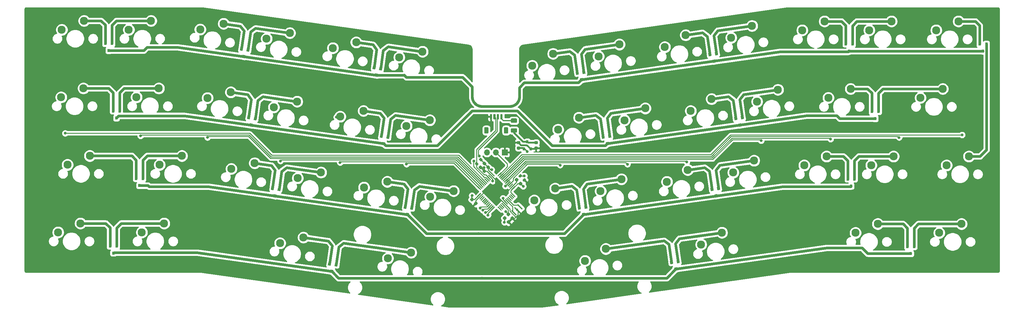
<source format=gbr>
%TF.GenerationSoftware,KiCad,Pcbnew,(5.1.8)-1*%
%TF.CreationDate,2021-05-05T18:46:58+02:00*%
%TF.ProjectId,Annelise,416e6e65-6c69-4736-952e-6b696361645f,rev?*%
%TF.SameCoordinates,Original*%
%TF.FileFunction,Copper,L2,Bot*%
%TF.FilePolarity,Positive*%
%FSLAX46Y46*%
G04 Gerber Fmt 4.6, Leading zero omitted, Abs format (unit mm)*
G04 Created by KiCad (PCBNEW (5.1.8)-1) date 2021-05-05 18:46:58*
%MOMM*%
%LPD*%
G01*
G04 APERTURE LIST*
%TA.AperFunction,SMDPad,CuDef*%
%ADD10C,0.100000*%
%TD*%
%TA.AperFunction,SMDPad,CuDef*%
%ADD11R,0.800000X0.900000*%
%TD*%
%TA.AperFunction,ComponentPad*%
%ADD12C,2.300000*%
%TD*%
%TA.AperFunction,ComponentPad*%
%ADD13O,1.700000X1.700000*%
%TD*%
%TA.AperFunction,ComponentPad*%
%ADD14R,1.700000X1.700000*%
%TD*%
%TA.AperFunction,ViaPad*%
%ADD15C,0.800000*%
%TD*%
%TA.AperFunction,Conductor*%
%ADD16C,0.250000*%
%TD*%
%TA.AperFunction,Conductor*%
%ADD17C,0.500000*%
%TD*%
%TA.AperFunction,Conductor*%
%ADD18C,0.350000*%
%TD*%
%TA.AperFunction,Conductor*%
%ADD19C,0.800000*%
%TD*%
%TA.AperFunction,Conductor*%
%ADD20C,0.254000*%
%TD*%
%TA.AperFunction,Conductor*%
%ADD21C,0.100000*%
%TD*%
G04 APERTURE END LIST*
%TA.AperFunction,SMDPad,CuDef*%
D10*
%TO.P,Y1,3*%
%TO.N,Net-(U2-Pad6)*%
G36*
X167543567Y-131394150D02*
G01*
X168887070Y-132737653D01*
X168604227Y-133020496D01*
X167260724Y-131676993D01*
X167543567Y-131394150D01*
G37*
%TD.AperFunction*%
%TA.AperFunction,SMDPad,CuDef*%
%TO.P,Y1,2*%
%TO.N,GND*%
G36*
X168392095Y-130545622D02*
G01*
X169735598Y-131889125D01*
X169452755Y-132171968D01*
X168109252Y-130828465D01*
X168392095Y-130545622D01*
G37*
%TD.AperFunction*%
%TA.AperFunction,SMDPad,CuDef*%
%TO.P,Y1,1*%
%TO.N,Net-(U2-Pad5)*%
G36*
X169240623Y-129697094D02*
G01*
X170584126Y-131040597D01*
X170301283Y-131323440D01*
X168957780Y-129979937D01*
X169240623Y-129697094D01*
G37*
%TD.AperFunction*%
%TD*%
D11*
%TO.P,U3,3*%
%TO.N,+5V*%
X171872425Y-112033795D03*
%TO.P,U3,2*%
%TO.N,+3V3*%
X170922425Y-114033795D03*
%TO.P,U3,1*%
%TO.N,GND*%
X172822425Y-114033795D03*
%TD*%
%TO.P,U2,48*%
%TO.N,+3V3*%
%TA.AperFunction,SMDPad,CuDef*%
G36*
G01*
X168484825Y-124822615D02*
X167547909Y-125759531D01*
G75*
G02*
X167441843Y-125759531I-53033J53033D01*
G01*
X167335777Y-125653465D01*
G75*
G02*
X167335777Y-125547399I53033J53033D01*
G01*
X168272693Y-124610483D01*
G75*
G02*
X168378759Y-124610483I53033J-53033D01*
G01*
X168484825Y-124716549D01*
G75*
G02*
X168484825Y-124822615I-53033J-53033D01*
G01*
G37*
%TD.AperFunction*%
%TO.P,U2,47*%
%TO.N,GND*%
%TA.AperFunction,SMDPad,CuDef*%
G36*
G01*
X168131271Y-124469061D02*
X167194355Y-125405977D01*
G75*
G02*
X167088289Y-125405977I-53033J53033D01*
G01*
X166982223Y-125299911D01*
G75*
G02*
X166982223Y-125193845I53033J53033D01*
G01*
X167919139Y-124256929D01*
G75*
G02*
X168025205Y-124256929I53033J-53033D01*
G01*
X168131271Y-124362995D01*
G75*
G02*
X168131271Y-124469061I-53033J-53033D01*
G01*
G37*
%TD.AperFunction*%
%TO.P,U2,46*%
%TO.N,Net-(U2-Pad46)*%
%TA.AperFunction,SMDPad,CuDef*%
G36*
G01*
X167777718Y-124115508D02*
X166840802Y-125052424D01*
G75*
G02*
X166734736Y-125052424I-53033J53033D01*
G01*
X166628670Y-124946358D01*
G75*
G02*
X166628670Y-124840292I53033J53033D01*
G01*
X167565586Y-123903376D01*
G75*
G02*
X167671652Y-123903376I53033J-53033D01*
G01*
X167777718Y-124009442D01*
G75*
G02*
X167777718Y-124115508I-53033J-53033D01*
G01*
G37*
%TD.AperFunction*%
%TO.P,U2,45*%
%TO.N,Col6*%
%TA.AperFunction,SMDPad,CuDef*%
G36*
G01*
X167424164Y-123761954D02*
X166487248Y-124698870D01*
G75*
G02*
X166381182Y-124698870I-53033J53033D01*
G01*
X166275116Y-124592804D01*
G75*
G02*
X166275116Y-124486738I53033J53033D01*
G01*
X167212032Y-123549822D01*
G75*
G02*
X167318098Y-123549822I53033J-53033D01*
G01*
X167424164Y-123655888D01*
G75*
G02*
X167424164Y-123761954I-53033J-53033D01*
G01*
G37*
%TD.AperFunction*%
%TO.P,U2,44*%
%TO.N,Net-(R4-Pad1)*%
%TA.AperFunction,SMDPad,CuDef*%
G36*
G01*
X167070611Y-123408401D02*
X166133695Y-124345317D01*
G75*
G02*
X166027629Y-124345317I-53033J53033D01*
G01*
X165921563Y-124239251D01*
G75*
G02*
X165921563Y-124133185I53033J53033D01*
G01*
X166858479Y-123196269D01*
G75*
G02*
X166964545Y-123196269I53033J-53033D01*
G01*
X167070611Y-123302335D01*
G75*
G02*
X167070611Y-123408401I-53033J-53033D01*
G01*
G37*
%TD.AperFunction*%
%TO.P,U2,43*%
%TO.N,Col7*%
%TA.AperFunction,SMDPad,CuDef*%
G36*
G01*
X166717058Y-123054848D02*
X165780142Y-123991764D01*
G75*
G02*
X165674076Y-123991764I-53033J53033D01*
G01*
X165568010Y-123885698D01*
G75*
G02*
X165568010Y-123779632I53033J53033D01*
G01*
X166504926Y-122842716D01*
G75*
G02*
X166610992Y-122842716I53033J-53033D01*
G01*
X166717058Y-122948782D01*
G75*
G02*
X166717058Y-123054848I-53033J-53033D01*
G01*
G37*
%TD.AperFunction*%
%TO.P,U2,42*%
%TO.N,Col8*%
%TA.AperFunction,SMDPad,CuDef*%
G36*
G01*
X166363504Y-122701294D02*
X165426588Y-123638210D01*
G75*
G02*
X165320522Y-123638210I-53033J53033D01*
G01*
X165214456Y-123532144D01*
G75*
G02*
X165214456Y-123426078I53033J53033D01*
G01*
X166151372Y-122489162D01*
G75*
G02*
X166257438Y-122489162I53033J-53033D01*
G01*
X166363504Y-122595228D01*
G75*
G02*
X166363504Y-122701294I-53033J-53033D01*
G01*
G37*
%TD.AperFunction*%
%TO.P,U2,41*%
%TO.N,Col9*%
%TA.AperFunction,SMDPad,CuDef*%
G36*
G01*
X166009951Y-122347741D02*
X165073035Y-123284657D01*
G75*
G02*
X164966969Y-123284657I-53033J53033D01*
G01*
X164860903Y-123178591D01*
G75*
G02*
X164860903Y-123072525I53033J53033D01*
G01*
X165797819Y-122135609D01*
G75*
G02*
X165903885Y-122135609I53033J-53033D01*
G01*
X166009951Y-122241675D01*
G75*
G02*
X166009951Y-122347741I-53033J-53033D01*
G01*
G37*
%TD.AperFunction*%
%TO.P,U2,40*%
%TO.N,Col10*%
%TA.AperFunction,SMDPad,CuDef*%
G36*
G01*
X165656398Y-121994188D02*
X164719482Y-122931104D01*
G75*
G02*
X164613416Y-122931104I-53033J53033D01*
G01*
X164507350Y-122825038D01*
G75*
G02*
X164507350Y-122718972I53033J53033D01*
G01*
X165444266Y-121782056D01*
G75*
G02*
X165550332Y-121782056I53033J-53033D01*
G01*
X165656398Y-121888122D01*
G75*
G02*
X165656398Y-121994188I-53033J-53033D01*
G01*
G37*
%TD.AperFunction*%
%TO.P,U2,39*%
%TO.N,Col11*%
%TA.AperFunction,SMDPad,CuDef*%
G36*
G01*
X165302844Y-121640634D02*
X164365928Y-122577550D01*
G75*
G02*
X164259862Y-122577550I-53033J53033D01*
G01*
X164153796Y-122471484D01*
G75*
G02*
X164153796Y-122365418I53033J53033D01*
G01*
X165090712Y-121428502D01*
G75*
G02*
X165196778Y-121428502I53033J-53033D01*
G01*
X165302844Y-121534568D01*
G75*
G02*
X165302844Y-121640634I-53033J-53033D01*
G01*
G37*
%TD.AperFunction*%
%TO.P,U2,38*%
%TO.N,Col12*%
%TA.AperFunction,SMDPad,CuDef*%
G36*
G01*
X164949291Y-121287081D02*
X164012375Y-122223997D01*
G75*
G02*
X163906309Y-122223997I-53033J53033D01*
G01*
X163800243Y-122117931D01*
G75*
G02*
X163800243Y-122011865I53033J53033D01*
G01*
X164737159Y-121074949D01*
G75*
G02*
X164843225Y-121074949I53033J-53033D01*
G01*
X164949291Y-121181015D01*
G75*
G02*
X164949291Y-121287081I-53033J-53033D01*
G01*
G37*
%TD.AperFunction*%
%TO.P,U2,37*%
%TO.N,/SWDCLK*%
%TA.AperFunction,SMDPad,CuDef*%
G36*
G01*
X164595737Y-120933527D02*
X163658821Y-121870443D01*
G75*
G02*
X163552755Y-121870443I-53033J53033D01*
G01*
X163446689Y-121764377D01*
G75*
G02*
X163446689Y-121658311I53033J53033D01*
G01*
X164383605Y-120721395D01*
G75*
G02*
X164489671Y-120721395I53033J-53033D01*
G01*
X164595737Y-120827461D01*
G75*
G02*
X164595737Y-120933527I-53033J-53033D01*
G01*
G37*
%TD.AperFunction*%
%TO.P,U2,36*%
%TO.N,+3V3*%
%TA.AperFunction,SMDPad,CuDef*%
G36*
G01*
X162598161Y-121764377D02*
X162492095Y-121870443D01*
G75*
G02*
X162386029Y-121870443I-53033J53033D01*
G01*
X161449113Y-120933527D01*
G75*
G02*
X161449113Y-120827461I53033J53033D01*
G01*
X161555179Y-120721395D01*
G75*
G02*
X161661245Y-120721395I53033J-53033D01*
G01*
X162598161Y-121658311D01*
G75*
G02*
X162598161Y-121764377I-53033J-53033D01*
G01*
G37*
%TD.AperFunction*%
%TO.P,U2,35*%
%TO.N,GND*%
%TA.AperFunction,SMDPad,CuDef*%
G36*
G01*
X162244607Y-122117931D02*
X162138541Y-122223997D01*
G75*
G02*
X162032475Y-122223997I-53033J53033D01*
G01*
X161095559Y-121287081D01*
G75*
G02*
X161095559Y-121181015I53033J53033D01*
G01*
X161201625Y-121074949D01*
G75*
G02*
X161307691Y-121074949I53033J-53033D01*
G01*
X162244607Y-122011865D01*
G75*
G02*
X162244607Y-122117931I-53033J-53033D01*
G01*
G37*
%TD.AperFunction*%
%TO.P,U2,34*%
%TO.N,/SWDIO*%
%TA.AperFunction,SMDPad,CuDef*%
G36*
G01*
X161891054Y-122471484D02*
X161784988Y-122577550D01*
G75*
G02*
X161678922Y-122577550I-53033J53033D01*
G01*
X160742006Y-121640634D01*
G75*
G02*
X160742006Y-121534568I53033J53033D01*
G01*
X160848072Y-121428502D01*
G75*
G02*
X160954138Y-121428502I53033J-53033D01*
G01*
X161891054Y-122365418D01*
G75*
G02*
X161891054Y-122471484I-53033J-53033D01*
G01*
G37*
%TD.AperFunction*%
%TO.P,U2,33*%
%TO.N,MCUD+*%
%TA.AperFunction,SMDPad,CuDef*%
G36*
G01*
X161537500Y-122825038D02*
X161431434Y-122931104D01*
G75*
G02*
X161325368Y-122931104I-53033J53033D01*
G01*
X160388452Y-121994188D01*
G75*
G02*
X160388452Y-121888122I53033J53033D01*
G01*
X160494518Y-121782056D01*
G75*
G02*
X160600584Y-121782056I53033J-53033D01*
G01*
X161537500Y-122718972D01*
G75*
G02*
X161537500Y-122825038I-53033J-53033D01*
G01*
G37*
%TD.AperFunction*%
%TO.P,U2,32*%
%TO.N,MCUD-*%
%TA.AperFunction,SMDPad,CuDef*%
G36*
G01*
X161183947Y-123178591D02*
X161077881Y-123284657D01*
G75*
G02*
X160971815Y-123284657I-53033J53033D01*
G01*
X160034899Y-122347741D01*
G75*
G02*
X160034899Y-122241675I53033J53033D01*
G01*
X160140965Y-122135609D01*
G75*
G02*
X160247031Y-122135609I53033J-53033D01*
G01*
X161183947Y-123072525D01*
G75*
G02*
X161183947Y-123178591I-53033J-53033D01*
G01*
G37*
%TD.AperFunction*%
%TO.P,U2,31*%
%TO.N,Net-(U2-Pad31)*%
%TA.AperFunction,SMDPad,CuDef*%
G36*
G01*
X160830394Y-123532144D02*
X160724328Y-123638210D01*
G75*
G02*
X160618262Y-123638210I-53033J53033D01*
G01*
X159681346Y-122701294D01*
G75*
G02*
X159681346Y-122595228I53033J53033D01*
G01*
X159787412Y-122489162D01*
G75*
G02*
X159893478Y-122489162I53033J-53033D01*
G01*
X160830394Y-123426078D01*
G75*
G02*
X160830394Y-123532144I-53033J-53033D01*
G01*
G37*
%TD.AperFunction*%
%TO.P,U2,30*%
%TO.N,Col0*%
%TA.AperFunction,SMDPad,CuDef*%
G36*
G01*
X160476840Y-123885698D02*
X160370774Y-123991764D01*
G75*
G02*
X160264708Y-123991764I-53033J53033D01*
G01*
X159327792Y-123054848D01*
G75*
G02*
X159327792Y-122948782I53033J53033D01*
G01*
X159433858Y-122842716D01*
G75*
G02*
X159539924Y-122842716I53033J-53033D01*
G01*
X160476840Y-123779632D01*
G75*
G02*
X160476840Y-123885698I-53033J-53033D01*
G01*
G37*
%TD.AperFunction*%
%TO.P,U2,29*%
%TO.N,Col1*%
%TA.AperFunction,SMDPad,CuDef*%
G36*
G01*
X160123287Y-124239251D02*
X160017221Y-124345317D01*
G75*
G02*
X159911155Y-124345317I-53033J53033D01*
G01*
X158974239Y-123408401D01*
G75*
G02*
X158974239Y-123302335I53033J53033D01*
G01*
X159080305Y-123196269D01*
G75*
G02*
X159186371Y-123196269I53033J-53033D01*
G01*
X160123287Y-124133185D01*
G75*
G02*
X160123287Y-124239251I-53033J-53033D01*
G01*
G37*
%TD.AperFunction*%
%TO.P,U2,28*%
%TO.N,Col2*%
%TA.AperFunction,SMDPad,CuDef*%
G36*
G01*
X159769734Y-124592804D02*
X159663668Y-124698870D01*
G75*
G02*
X159557602Y-124698870I-53033J53033D01*
G01*
X158620686Y-123761954D01*
G75*
G02*
X158620686Y-123655888I53033J53033D01*
G01*
X158726752Y-123549822D01*
G75*
G02*
X158832818Y-123549822I53033J-53033D01*
G01*
X159769734Y-124486738D01*
G75*
G02*
X159769734Y-124592804I-53033J-53033D01*
G01*
G37*
%TD.AperFunction*%
%TO.P,U2,27*%
%TO.N,Col3*%
%TA.AperFunction,SMDPad,CuDef*%
G36*
G01*
X159416180Y-124946358D02*
X159310114Y-125052424D01*
G75*
G02*
X159204048Y-125052424I-53033J53033D01*
G01*
X158267132Y-124115508D01*
G75*
G02*
X158267132Y-124009442I53033J53033D01*
G01*
X158373198Y-123903376D01*
G75*
G02*
X158479264Y-123903376I53033J-53033D01*
G01*
X159416180Y-124840292D01*
G75*
G02*
X159416180Y-124946358I-53033J-53033D01*
G01*
G37*
%TD.AperFunction*%
%TO.P,U2,26*%
%TO.N,Col4*%
%TA.AperFunction,SMDPad,CuDef*%
G36*
G01*
X159062627Y-125299911D02*
X158956561Y-125405977D01*
G75*
G02*
X158850495Y-125405977I-53033J53033D01*
G01*
X157913579Y-124469061D01*
G75*
G02*
X157913579Y-124362995I53033J53033D01*
G01*
X158019645Y-124256929D01*
G75*
G02*
X158125711Y-124256929I53033J-53033D01*
G01*
X159062627Y-125193845D01*
G75*
G02*
X159062627Y-125299911I-53033J-53033D01*
G01*
G37*
%TD.AperFunction*%
%TO.P,U2,25*%
%TO.N,Col5*%
%TA.AperFunction,SMDPad,CuDef*%
G36*
G01*
X158709073Y-125653465D02*
X158603007Y-125759531D01*
G75*
G02*
X158496941Y-125759531I-53033J53033D01*
G01*
X157560025Y-124822615D01*
G75*
G02*
X157560025Y-124716549I53033J53033D01*
G01*
X157666091Y-124610483D01*
G75*
G02*
X157772157Y-124610483I53033J-53033D01*
G01*
X158709073Y-125547399D01*
G75*
G02*
X158709073Y-125653465I-53033J-53033D01*
G01*
G37*
%TD.AperFunction*%
%TO.P,U2,24*%
%TO.N,+3V3*%
%TA.AperFunction,SMDPad,CuDef*%
G36*
G01*
X158709073Y-126820191D02*
X157772157Y-127757107D01*
G75*
G02*
X157666091Y-127757107I-53033J53033D01*
G01*
X157560025Y-127651041D01*
G75*
G02*
X157560025Y-127544975I53033J53033D01*
G01*
X158496941Y-126608059D01*
G75*
G02*
X158603007Y-126608059I53033J-53033D01*
G01*
X158709073Y-126714125D01*
G75*
G02*
X158709073Y-126820191I-53033J-53033D01*
G01*
G37*
%TD.AperFunction*%
%TO.P,U2,23*%
%TO.N,GND*%
%TA.AperFunction,SMDPad,CuDef*%
G36*
G01*
X159062627Y-127173745D02*
X158125711Y-128110661D01*
G75*
G02*
X158019645Y-128110661I-53033J53033D01*
G01*
X157913579Y-128004595D01*
G75*
G02*
X157913579Y-127898529I53033J53033D01*
G01*
X158850495Y-126961613D01*
G75*
G02*
X158956561Y-126961613I53033J-53033D01*
G01*
X159062627Y-127067679D01*
G75*
G02*
X159062627Y-127173745I-53033J-53033D01*
G01*
G37*
%TD.AperFunction*%
%TO.P,U2,22*%
%TO.N,Net-(U2-Pad22)*%
%TA.AperFunction,SMDPad,CuDef*%
G36*
G01*
X159416180Y-127527298D02*
X158479264Y-128464214D01*
G75*
G02*
X158373198Y-128464214I-53033J53033D01*
G01*
X158267132Y-128358148D01*
G75*
G02*
X158267132Y-128252082I53033J53033D01*
G01*
X159204048Y-127315166D01*
G75*
G02*
X159310114Y-127315166I53033J-53033D01*
G01*
X159416180Y-127421232D01*
G75*
G02*
X159416180Y-127527298I-53033J-53033D01*
G01*
G37*
%TD.AperFunction*%
%TO.P,U2,21*%
%TO.N,Net-(U2-Pad21)*%
%TA.AperFunction,SMDPad,CuDef*%
G36*
G01*
X159769734Y-127880852D02*
X158832818Y-128817768D01*
G75*
G02*
X158726752Y-128817768I-53033J53033D01*
G01*
X158620686Y-128711702D01*
G75*
G02*
X158620686Y-128605636I53033J53033D01*
G01*
X159557602Y-127668720D01*
G75*
G02*
X159663668Y-127668720I53033J-53033D01*
G01*
X159769734Y-127774786D01*
G75*
G02*
X159769734Y-127880852I-53033J-53033D01*
G01*
G37*
%TD.AperFunction*%
%TO.P,U2,20*%
%TO.N,Net-(U2-Pad20)*%
%TA.AperFunction,SMDPad,CuDef*%
G36*
G01*
X160123287Y-128234405D02*
X159186371Y-129171321D01*
G75*
G02*
X159080305Y-129171321I-53033J53033D01*
G01*
X158974239Y-129065255D01*
G75*
G02*
X158974239Y-128959189I53033J53033D01*
G01*
X159911155Y-128022273D01*
G75*
G02*
X160017221Y-128022273I53033J-53033D01*
G01*
X160123287Y-128128339D01*
G75*
G02*
X160123287Y-128234405I-53033J-53033D01*
G01*
G37*
%TD.AperFunction*%
%TO.P,U2,19*%
%TO.N,Net-(U2-Pad19)*%
%TA.AperFunction,SMDPad,CuDef*%
G36*
G01*
X160476840Y-128587958D02*
X159539924Y-129524874D01*
G75*
G02*
X159433858Y-129524874I-53033J53033D01*
G01*
X159327792Y-129418808D01*
G75*
G02*
X159327792Y-129312742I53033J53033D01*
G01*
X160264708Y-128375826D01*
G75*
G02*
X160370774Y-128375826I53033J-53033D01*
G01*
X160476840Y-128481892D01*
G75*
G02*
X160476840Y-128587958I-53033J-53033D01*
G01*
G37*
%TD.AperFunction*%
%TO.P,U2,18*%
%TO.N,Net-(U2-Pad18)*%
%TA.AperFunction,SMDPad,CuDef*%
G36*
G01*
X160830394Y-128941512D02*
X159893478Y-129878428D01*
G75*
G02*
X159787412Y-129878428I-53033J53033D01*
G01*
X159681346Y-129772362D01*
G75*
G02*
X159681346Y-129666296I53033J53033D01*
G01*
X160618262Y-128729380D01*
G75*
G02*
X160724328Y-128729380I53033J-53033D01*
G01*
X160830394Y-128835446D01*
G75*
G02*
X160830394Y-128941512I-53033J-53033D01*
G01*
G37*
%TD.AperFunction*%
%TO.P,U2,17*%
%TO.N,Net-(U2-Pad17)*%
%TA.AperFunction,SMDPad,CuDef*%
G36*
G01*
X161183947Y-129295065D02*
X160247031Y-130231981D01*
G75*
G02*
X160140965Y-130231981I-53033J53033D01*
G01*
X160034899Y-130125915D01*
G75*
G02*
X160034899Y-130019849I53033J53033D01*
G01*
X160971815Y-129082933D01*
G75*
G02*
X161077881Y-129082933I53033J-53033D01*
G01*
X161183947Y-129188999D01*
G75*
G02*
X161183947Y-129295065I-53033J-53033D01*
G01*
G37*
%TD.AperFunction*%
%TO.P,U2,16*%
%TO.N,Row0*%
%TA.AperFunction,SMDPad,CuDef*%
G36*
G01*
X161537500Y-129648618D02*
X160600584Y-130585534D01*
G75*
G02*
X160494518Y-130585534I-53033J53033D01*
G01*
X160388452Y-130479468D01*
G75*
G02*
X160388452Y-130373402I53033J53033D01*
G01*
X161325368Y-129436486D01*
G75*
G02*
X161431434Y-129436486I53033J-53033D01*
G01*
X161537500Y-129542552D01*
G75*
G02*
X161537500Y-129648618I-53033J-53033D01*
G01*
G37*
%TD.AperFunction*%
%TO.P,U2,15*%
%TO.N,Row1*%
%TA.AperFunction,SMDPad,CuDef*%
G36*
G01*
X161891054Y-130002172D02*
X160954138Y-130939088D01*
G75*
G02*
X160848072Y-130939088I-53033J53033D01*
G01*
X160742006Y-130833022D01*
G75*
G02*
X160742006Y-130726956I53033J53033D01*
G01*
X161678922Y-129790040D01*
G75*
G02*
X161784988Y-129790040I53033J-53033D01*
G01*
X161891054Y-129896106D01*
G75*
G02*
X161891054Y-130002172I-53033J-53033D01*
G01*
G37*
%TD.AperFunction*%
%TO.P,U2,14*%
%TO.N,Row2*%
%TA.AperFunction,SMDPad,CuDef*%
G36*
G01*
X162244607Y-130355725D02*
X161307691Y-131292641D01*
G75*
G02*
X161201625Y-131292641I-53033J53033D01*
G01*
X161095559Y-131186575D01*
G75*
G02*
X161095559Y-131080509I53033J53033D01*
G01*
X162032475Y-130143593D01*
G75*
G02*
X162138541Y-130143593I53033J-53033D01*
G01*
X162244607Y-130249659D01*
G75*
G02*
X162244607Y-130355725I-53033J-53033D01*
G01*
G37*
%TD.AperFunction*%
%TO.P,U2,13*%
%TO.N,Row3*%
%TA.AperFunction,SMDPad,CuDef*%
G36*
G01*
X162598161Y-130709279D02*
X161661245Y-131646195D01*
G75*
G02*
X161555179Y-131646195I-53033J53033D01*
G01*
X161449113Y-131540129D01*
G75*
G02*
X161449113Y-131434063I53033J53033D01*
G01*
X162386029Y-130497147D01*
G75*
G02*
X162492095Y-130497147I53033J-53033D01*
G01*
X162598161Y-130603213D01*
G75*
G02*
X162598161Y-130709279I-53033J-53033D01*
G01*
G37*
%TD.AperFunction*%
%TO.P,U2,12*%
%TO.N,Net-(U2-Pad12)*%
%TA.AperFunction,SMDPad,CuDef*%
G36*
G01*
X164595737Y-131540129D02*
X164489671Y-131646195D01*
G75*
G02*
X164383605Y-131646195I-53033J53033D01*
G01*
X163446689Y-130709279D01*
G75*
G02*
X163446689Y-130603213I53033J53033D01*
G01*
X163552755Y-130497147D01*
G75*
G02*
X163658821Y-130497147I53033J-53033D01*
G01*
X164595737Y-131434063D01*
G75*
G02*
X164595737Y-131540129I-53033J-53033D01*
G01*
G37*
%TD.AperFunction*%
%TO.P,U2,11*%
%TO.N,Net-(U2-Pad11)*%
%TA.AperFunction,SMDPad,CuDef*%
G36*
G01*
X164949291Y-131186575D02*
X164843225Y-131292641D01*
G75*
G02*
X164737159Y-131292641I-53033J53033D01*
G01*
X163800243Y-130355725D01*
G75*
G02*
X163800243Y-130249659I53033J53033D01*
G01*
X163906309Y-130143593D01*
G75*
G02*
X164012375Y-130143593I53033J-53033D01*
G01*
X164949291Y-131080509D01*
G75*
G02*
X164949291Y-131186575I-53033J-53033D01*
G01*
G37*
%TD.AperFunction*%
%TO.P,U2,10*%
%TO.N,Net-(U2-Pad10)*%
%TA.AperFunction,SMDPad,CuDef*%
G36*
G01*
X165302844Y-130833022D02*
X165196778Y-130939088D01*
G75*
G02*
X165090712Y-130939088I-53033J53033D01*
G01*
X164153796Y-130002172D01*
G75*
G02*
X164153796Y-129896106I53033J53033D01*
G01*
X164259862Y-129790040D01*
G75*
G02*
X164365928Y-129790040I53033J-53033D01*
G01*
X165302844Y-130726956D01*
G75*
G02*
X165302844Y-130833022I-53033J-53033D01*
G01*
G37*
%TD.AperFunction*%
%TO.P,U2,9*%
%TO.N,+3V3*%
%TA.AperFunction,SMDPad,CuDef*%
G36*
G01*
X165656398Y-130479468D02*
X165550332Y-130585534D01*
G75*
G02*
X165444266Y-130585534I-53033J53033D01*
G01*
X164507350Y-129648618D01*
G75*
G02*
X164507350Y-129542552I53033J53033D01*
G01*
X164613416Y-129436486D01*
G75*
G02*
X164719482Y-129436486I53033J-53033D01*
G01*
X165656398Y-130373402D01*
G75*
G02*
X165656398Y-130479468I-53033J-53033D01*
G01*
G37*
%TD.AperFunction*%
%TO.P,U2,8*%
%TO.N,GND*%
%TA.AperFunction,SMDPad,CuDef*%
G36*
G01*
X166009951Y-130125915D02*
X165903885Y-130231981D01*
G75*
G02*
X165797819Y-130231981I-53033J53033D01*
G01*
X164860903Y-129295065D01*
G75*
G02*
X164860903Y-129188999I53033J53033D01*
G01*
X164966969Y-129082933D01*
G75*
G02*
X165073035Y-129082933I53033J-53033D01*
G01*
X166009951Y-130019849D01*
G75*
G02*
X166009951Y-130125915I-53033J-53033D01*
G01*
G37*
%TD.AperFunction*%
%TO.P,U2,7*%
%TO.N,Net-(C1-Pad2)*%
%TA.AperFunction,SMDPad,CuDef*%
G36*
G01*
X166363504Y-129772362D02*
X166257438Y-129878428D01*
G75*
G02*
X166151372Y-129878428I-53033J53033D01*
G01*
X165214456Y-128941512D01*
G75*
G02*
X165214456Y-128835446I53033J53033D01*
G01*
X165320522Y-128729380D01*
G75*
G02*
X165426588Y-128729380I53033J-53033D01*
G01*
X166363504Y-129666296D01*
G75*
G02*
X166363504Y-129772362I-53033J-53033D01*
G01*
G37*
%TD.AperFunction*%
%TO.P,U2,6*%
%TO.N,Net-(U2-Pad6)*%
%TA.AperFunction,SMDPad,CuDef*%
G36*
G01*
X166717058Y-129418808D02*
X166610992Y-129524874D01*
G75*
G02*
X166504926Y-129524874I-53033J53033D01*
G01*
X165568010Y-128587958D01*
G75*
G02*
X165568010Y-128481892I53033J53033D01*
G01*
X165674076Y-128375826D01*
G75*
G02*
X165780142Y-128375826I53033J-53033D01*
G01*
X166717058Y-129312742D01*
G75*
G02*
X166717058Y-129418808I-53033J-53033D01*
G01*
G37*
%TD.AperFunction*%
%TO.P,U2,5*%
%TO.N,Net-(U2-Pad5)*%
%TA.AperFunction,SMDPad,CuDef*%
G36*
G01*
X167070611Y-129065255D02*
X166964545Y-129171321D01*
G75*
G02*
X166858479Y-129171321I-53033J53033D01*
G01*
X165921563Y-128234405D01*
G75*
G02*
X165921563Y-128128339I53033J53033D01*
G01*
X166027629Y-128022273D01*
G75*
G02*
X166133695Y-128022273I53033J-53033D01*
G01*
X167070611Y-128959189D01*
G75*
G02*
X167070611Y-129065255I-53033J-53033D01*
G01*
G37*
%TD.AperFunction*%
%TO.P,U2,4*%
%TO.N,Net-(U2-Pad4)*%
%TA.AperFunction,SMDPad,CuDef*%
G36*
G01*
X167424164Y-128711702D02*
X167318098Y-128817768D01*
G75*
G02*
X167212032Y-128817768I-53033J53033D01*
G01*
X166275116Y-127880852D01*
G75*
G02*
X166275116Y-127774786I53033J53033D01*
G01*
X166381182Y-127668720D01*
G75*
G02*
X166487248Y-127668720I53033J-53033D01*
G01*
X167424164Y-128605636D01*
G75*
G02*
X167424164Y-128711702I-53033J-53033D01*
G01*
G37*
%TD.AperFunction*%
%TO.P,U2,3*%
%TO.N,Net-(U2-Pad3)*%
%TA.AperFunction,SMDPad,CuDef*%
G36*
G01*
X167777718Y-128358148D02*
X167671652Y-128464214D01*
G75*
G02*
X167565586Y-128464214I-53033J53033D01*
G01*
X166628670Y-127527298D01*
G75*
G02*
X166628670Y-127421232I53033J53033D01*
G01*
X166734736Y-127315166D01*
G75*
G02*
X166840802Y-127315166I53033J-53033D01*
G01*
X167777718Y-128252082D01*
G75*
G02*
X167777718Y-128358148I-53033J-53033D01*
G01*
G37*
%TD.AperFunction*%
%TO.P,U2,2*%
%TO.N,Net-(U2-Pad2)*%
%TA.AperFunction,SMDPad,CuDef*%
G36*
G01*
X168131271Y-128004595D02*
X168025205Y-128110661D01*
G75*
G02*
X167919139Y-128110661I-53033J53033D01*
G01*
X166982223Y-127173745D01*
G75*
G02*
X166982223Y-127067679I53033J53033D01*
G01*
X167088289Y-126961613D01*
G75*
G02*
X167194355Y-126961613I53033J-53033D01*
G01*
X168131271Y-127898529D01*
G75*
G02*
X168131271Y-128004595I-53033J-53033D01*
G01*
G37*
%TD.AperFunction*%
%TO.P,U2,1*%
%TO.N,+3V3*%
%TA.AperFunction,SMDPad,CuDef*%
G36*
G01*
X168484825Y-127651041D02*
X168378759Y-127757107D01*
G75*
G02*
X168272693Y-127757107I-53033J53033D01*
G01*
X167335777Y-126820191D01*
G75*
G02*
X167335777Y-126714125I53033J53033D01*
G01*
X167441843Y-126608059D01*
G75*
G02*
X167547909Y-126608059I53033J-53033D01*
G01*
X168484825Y-127544975D01*
G75*
G02*
X168484825Y-127651041I-53033J-53033D01*
G01*
G37*
%TD.AperFunction*%
%TD*%
D12*
%TO.P,SW46,2*%
%TO.N,Net-(D23-Pad2)*%
X295361477Y-135419065D03*
%TO.P,SW46,1*%
%TO.N,Col12*%
X289011477Y-137959065D03*
%TD*%
%TO.P,SW45,2*%
%TO.N,Net-(D23-Pad1)*%
X271548977Y-135419062D03*
%TO.P,SW45,1*%
%TO.N,Col11*%
X265198977Y-137959062D03*
%TD*%
%TO.P,SW44,2*%
%TO.N,Net-(D22-Pad2)*%
X227227243Y-137888499D03*
%TO.P,SW44,1*%
%TO.N,Col8*%
X221292540Y-141287529D03*
%TD*%
%TO.P,SW43,2*%
%TO.N,Net-(D22-Pad1)*%
X194214181Y-142528182D03*
%TO.P,SW43,1*%
%TO.N,Col7*%
X188279478Y-145927212D03*
%TD*%
%TO.P,SW42,2*%
%TO.N,Net-(D21-Pad2)*%
X138829511Y-143582795D03*
%TO.P,SW42,1*%
%TO.N,Col4*%
X132187809Y-145214327D03*
%TD*%
%TO.P,SW41,2*%
%TO.N,Net-(D21-Pad1)*%
X108174525Y-139274518D03*
%TO.P,SW41,1*%
%TO.N,Col3*%
X101532823Y-140906050D03*
%TD*%
%TO.P,SW40,2*%
%TO.N,Net-(D20-Pad2)*%
X68573477Y-135267253D03*
%TO.P,SW40,1*%
%TO.N,Col1*%
X62223477Y-137807253D03*
%TD*%
%TO.P,SW39,2*%
%TO.N,Net-(D20-Pad1)*%
X44760978Y-135267254D03*
%TO.P,SW39,1*%
%TO.N,Col0*%
X38410978Y-137807254D03*
%TD*%
%TO.P,SW38,2*%
%TO.N,Net-(D7-Pad2)*%
X297458978Y-116179512D03*
%TO.P,SW38,1*%
%TO.N,Col12*%
X291108978Y-118719512D03*
%TD*%
%TO.P,SW37,2*%
%TO.N,Net-(D19-Pad2)*%
X276027727Y-116179514D03*
%TO.P,SW37,1*%
%TO.N,Col11*%
X269677727Y-118719514D03*
%TD*%
%TO.P,SW36,2*%
%TO.N,Net-(D19-Pad1)*%
X256977727Y-116179513D03*
%TO.P,SW36,1*%
%TO.N,Col10*%
X250627727Y-118719513D03*
%TD*%
%TO.P,SW35,2*%
%TO.N,Net-(D18-Pad2)*%
X236366374Y-117366862D03*
%TO.P,SW35,1*%
%TO.N,Col9*%
X230431671Y-120765892D03*
%TD*%
%TO.P,SW34,2*%
%TO.N,Net-(D18-Pad1)*%
X217501768Y-120018110D03*
%TO.P,SW34,1*%
%TO.N,Col8*%
X211567065Y-123417140D03*
%TD*%
%TO.P,SW33,2*%
%TO.N,Net-(D17-Pad2)*%
X198637161Y-122669358D03*
%TO.P,SW33,1*%
%TO.N,Col7*%
X192702458Y-126068388D03*
%TD*%
%TO.P,SW32,2*%
%TO.N,Net-(D17-Pad1)*%
X179772554Y-125320605D03*
%TO.P,SW32,1*%
%TO.N,Col6*%
X173837851Y-128719635D03*
%TD*%
%TO.P,SW31,2*%
%TO.N,Net-(D16-Pad2)*%
X150913062Y-126043812D03*
%TO.P,SW31,1*%
%TO.N,Col5*%
X144271360Y-127675344D03*
%TD*%
%TO.P,SW30,2*%
%TO.N,Net-(D16-Pad1)*%
X132048455Y-123392566D03*
%TO.P,SW30,1*%
%TO.N,Col4*%
X125406753Y-125024098D03*
%TD*%
%TO.P,SW29,2*%
%TO.N,Net-(D15-Pad2)*%
X113183848Y-120741317D03*
%TO.P,SW29,1*%
%TO.N,Col3*%
X106542146Y-122372849D03*
%TD*%
%TO.P,SW28,2*%
%TO.N,Net-(D15-Pad1)*%
X94319241Y-118090068D03*
%TO.P,SW28,1*%
%TO.N,Col2*%
X87677539Y-119721600D03*
%TD*%
%TO.P,SW27,2*%
%TO.N,Net-(D14-Pad2)*%
X73621729Y-116027703D03*
%TO.P,SW27,1*%
%TO.N,Col1*%
X67271729Y-118567703D03*
%TD*%
%TO.P,SW26,2*%
%TO.N,Net-(D14-Pad1)*%
X47427978Y-116027702D03*
%TO.P,SW26,1*%
%TO.N,Col0*%
X41077978Y-118567702D03*
%TD*%
%TO.P,SW25,2*%
%TO.N,Net-(D13-Pad2)*%
X290028976Y-96938715D03*
%TO.P,SW25,1*%
%TO.N,Col11*%
X283678976Y-99478715D03*
%TD*%
%TO.P,SW24,2*%
%TO.N,Net-(D13-Pad1)*%
X263835226Y-96938714D03*
%TO.P,SW24,1*%
%TO.N,Col10*%
X257485226Y-99478714D03*
%TD*%
%TO.P,SW23,2*%
%TO.N,Net-(D12-Pad2)*%
X243147430Y-97176632D03*
%TO.P,SW23,1*%
%TO.N,Col9*%
X237212727Y-100575662D03*
%TD*%
%TO.P,SW22,2*%
%TO.N,Net-(D12-Pad1)*%
X224282824Y-99827880D03*
%TO.P,SW22,1*%
%TO.N,Col8*%
X218348121Y-103226910D03*
%TD*%
%TO.P,SW21,2*%
%TO.N,Net-(D11-Pad2)*%
X205418217Y-102479128D03*
%TO.P,SW21,1*%
%TO.N,Col7*%
X199483514Y-105878158D03*
%TD*%
%TO.P,SW20,2*%
%TO.N,Net-(D11-Pad1)*%
X186553610Y-105130374D03*
%TO.P,SW20,1*%
%TO.N,Col6*%
X180618907Y-108529404D03*
%TD*%
%TO.P,SW19,2*%
%TO.N,Net-(D10-Pad2)*%
X144132006Y-105853583D03*
%TO.P,SW19,1*%
%TO.N,Col5*%
X137490304Y-107485115D03*
%TD*%
%TO.P,SW18,2*%
%TO.N,Net-(D10-Pad1)*%
X125267399Y-103202334D03*
%TO.P,SW18,1*%
%TO.N,Col4*%
X118625697Y-104833866D03*
%TD*%
%TO.P,SW17,2*%
%TO.N,Net-(D9-Pad2)*%
X106402793Y-100551086D03*
%TO.P,SW17,1*%
%TO.N,Col3*%
X99761091Y-102182618D03*
%TD*%
%TO.P,SW16,2*%
%TO.N,Net-(D9-Pad1)*%
X87538185Y-97899839D03*
%TO.P,SW16,1*%
%TO.N,Col2*%
X80896483Y-99531371D03*
%TD*%
%TO.P,SW15,2*%
%TO.N,Net-(D8-Pad2)*%
X67049228Y-96786904D03*
%TO.P,SW15,1*%
%TO.N,Col1*%
X60699228Y-99326904D03*
%TD*%
%TO.P,SW14,2*%
%TO.N,Net-(D8-Pad1)*%
X45617979Y-96786905D03*
%TO.P,SW14,1*%
%TO.N,Col0*%
X39267979Y-99326905D03*
%TD*%
%TO.P,SW13,2*%
%TO.N,Net-(D7-Pad1)*%
X294506977Y-77697814D03*
%TO.P,SW13,1*%
%TO.N,Col12*%
X288156977Y-80237814D03*
%TD*%
%TO.P,SW12,2*%
%TO.N,Net-(D6-Pad2)*%
X275456977Y-77697814D03*
%TO.P,SW12,1*%
%TO.N,Col11*%
X269106977Y-80237814D03*
%TD*%
%TO.P,SW11,2*%
%TO.N,Net-(D6-Pad1)*%
X256406977Y-77697815D03*
%TO.P,SW11,1*%
%TO.N,Col10*%
X250056977Y-80237815D03*
%TD*%
%TO.P,SW10,2*%
%TO.N,Net-(D5-Pad2)*%
X235780031Y-78974837D03*
%TO.P,SW10,1*%
%TO.N,Col9*%
X229845328Y-82373867D03*
%TD*%
%TO.P,SW9,2*%
%TO.N,Net-(D5-Pad1)*%
X216915424Y-81626085D03*
%TO.P,SW9,1*%
%TO.N,Col8*%
X210980721Y-85025115D03*
%TD*%
%TO.P,SW8,2*%
%TO.N,Net-(D4-Pad2)*%
X198050817Y-84277332D03*
%TO.P,SW8,1*%
%TO.N,Col7*%
X192116114Y-87676362D03*
%TD*%
%TO.P,SW7,2*%
%TO.N,Net-(D4-Pad1)*%
X179186211Y-86928580D03*
%TO.P,SW7,1*%
%TO.N,Col6*%
X173251508Y-90327610D03*
%TD*%
%TO.P,SW6,2*%
%TO.N,Net-(D3-Pad2)*%
X142067102Y-86326163D03*
%TO.P,SW6,1*%
%TO.N,Col5*%
X135425400Y-87957695D03*
%TD*%
%TO.P,SW5,2*%
%TO.N,Net-(D3-Pad1)*%
X123202495Y-83674914D03*
%TO.P,SW5,1*%
%TO.N,Col4*%
X116560793Y-85306446D03*
%TD*%
%TO.P,SW4,2*%
%TO.N,Net-(D2-Pad2)*%
X104337888Y-81023668D03*
%TO.P,SW4,1*%
%TO.N,Col3*%
X97696186Y-82655200D03*
%TD*%
%TO.P,SW3,2*%
%TO.N,Net-(D2-Pad1)*%
X85473282Y-78372420D03*
%TO.P,SW3,1*%
%TO.N,Col2*%
X78831580Y-80003952D03*
%TD*%
%TO.P,SW2,2*%
%TO.N,Net-(D1-Pad2)*%
X64858978Y-77546704D03*
%TO.P,SW2,1*%
%TO.N,Col1*%
X58508978Y-80086704D03*
%TD*%
%TO.P,SW1,2*%
%TO.N,Net-(D1-Pad1)*%
X45808978Y-77546705D03*
%TO.P,SW1,1*%
%TO.N,Col0*%
X39458978Y-80086705D03*
%TD*%
%TO.P,R4,2*%
%TO.N,GND*%
%TA.AperFunction,SMDPad,CuDef*%
G36*
G01*
X170553491Y-122803770D02*
X170942400Y-122414861D01*
G75*
G02*
X171225242Y-122414861I141421J-141421D01*
G01*
X171508085Y-122697704D01*
G75*
G02*
X171508085Y-122980546I-141421J-141421D01*
G01*
X171119176Y-123369455D01*
G75*
G02*
X170836334Y-123369455I-141421J141421D01*
G01*
X170553491Y-123086612D01*
G75*
G02*
X170553491Y-122803770I141421J141421D01*
G01*
G37*
%TD.AperFunction*%
%TO.P,R4,1*%
%TO.N,Net-(R4-Pad1)*%
%TA.AperFunction,SMDPad,CuDef*%
G36*
G01*
X169386765Y-121637044D02*
X169775674Y-121248135D01*
G75*
G02*
X170058516Y-121248135I141421J-141421D01*
G01*
X170341359Y-121530978D01*
G75*
G02*
X170341359Y-121813820I-141421J-141421D01*
G01*
X169952450Y-122202729D01*
G75*
G02*
X169669608Y-122202729I-141421J141421D01*
G01*
X169386765Y-121919886D01*
G75*
G02*
X169386765Y-121637044I141421J141421D01*
G01*
G37*
%TD.AperFunction*%
%TD*%
%TO.P,R3,2*%
%TO.N,MCUD+*%
%TA.AperFunction,SMDPad,CuDef*%
G36*
G01*
X157552450Y-117789861D02*
X157941359Y-118178770D01*
G75*
G02*
X157941359Y-118461612I-141421J-141421D01*
G01*
X157658516Y-118744455D01*
G75*
G02*
X157375674Y-118744455I-141421J141421D01*
G01*
X156986765Y-118355546D01*
G75*
G02*
X156986765Y-118072704I141421J141421D01*
G01*
X157269608Y-117789861D01*
G75*
G02*
X157552450Y-117789861I141421J-141421D01*
G01*
G37*
%TD.AperFunction*%
%TO.P,R3,1*%
%TO.N,+3V3*%
%TA.AperFunction,SMDPad,CuDef*%
G36*
G01*
X158719176Y-116623135D02*
X159108085Y-117012044D01*
G75*
G02*
X159108085Y-117294886I-141421J-141421D01*
G01*
X158825242Y-117577729D01*
G75*
G02*
X158542400Y-117577729I-141421J141421D01*
G01*
X158153491Y-117188820D01*
G75*
G02*
X158153491Y-116905978I141421J141421D01*
G01*
X158436334Y-116623135D01*
G75*
G02*
X158719176Y-116623135I141421J-141421D01*
G01*
G37*
%TD.AperFunction*%
%TD*%
D13*
%TO.P,J2,3*%
%TO.N,/SWDIO*%
X160367425Y-115033795D03*
%TO.P,J2,2*%
%TO.N,/SWDCLK*%
X162907425Y-115033795D03*
D14*
%TO.P,J2,1*%
%TO.N,GND*%
X165447425Y-115033795D03*
%TD*%
%TO.P,J1,MP*%
%TO.N,N/C*%
%TA.AperFunction,SMDPad,CuDef*%
G36*
G01*
X160822425Y-108108794D02*
X160822425Y-109408796D01*
G75*
G02*
X160572426Y-109658795I-249999J0D01*
G01*
X159872424Y-109658795D01*
G75*
G02*
X159622425Y-109408796I0J249999D01*
G01*
X159622425Y-108108794D01*
G75*
G02*
X159872424Y-107858795I249999J0D01*
G01*
X160572426Y-107858795D01*
G75*
G02*
X160822425Y-108108794I0J-249999D01*
G01*
G37*
%TD.AperFunction*%
%TA.AperFunction,SMDPad,CuDef*%
G36*
G01*
X166422425Y-108108794D02*
X166422425Y-109408796D01*
G75*
G02*
X166172426Y-109658795I-249999J0D01*
G01*
X165472424Y-109658795D01*
G75*
G02*
X165222425Y-109408796I0J249999D01*
G01*
X165222425Y-108108794D01*
G75*
G02*
X165472424Y-107858795I249999J0D01*
G01*
X166172426Y-107858795D01*
G75*
G02*
X166422425Y-108108794I0J-249999D01*
G01*
G37*
%TD.AperFunction*%
%TO.P,J1,4*%
%TO.N,GND*%
%TA.AperFunction,SMDPad,CuDef*%
G36*
G01*
X161822425Y-104258795D02*
X161822425Y-105508795D01*
G75*
G02*
X161672425Y-105658795I-150000J0D01*
G01*
X161372425Y-105658795D01*
G75*
G02*
X161222425Y-105508795I0J150000D01*
G01*
X161222425Y-104258795D01*
G75*
G02*
X161372425Y-104108795I150000J0D01*
G01*
X161672425Y-104108795D01*
G75*
G02*
X161822425Y-104258795I0J-150000D01*
G01*
G37*
%TD.AperFunction*%
%TO.P,J1,3*%
%TO.N,MCUD+*%
%TA.AperFunction,SMDPad,CuDef*%
G36*
G01*
X162822425Y-104258795D02*
X162822425Y-105508795D01*
G75*
G02*
X162672425Y-105658795I-150000J0D01*
G01*
X162372425Y-105658795D01*
G75*
G02*
X162222425Y-105508795I0J150000D01*
G01*
X162222425Y-104258795D01*
G75*
G02*
X162372425Y-104108795I150000J0D01*
G01*
X162672425Y-104108795D01*
G75*
G02*
X162822425Y-104258795I0J-150000D01*
G01*
G37*
%TD.AperFunction*%
%TO.P,J1,2*%
%TO.N,MCUD-*%
%TA.AperFunction,SMDPad,CuDef*%
G36*
G01*
X163822425Y-104258795D02*
X163822425Y-105508795D01*
G75*
G02*
X163672425Y-105658795I-150000J0D01*
G01*
X163372425Y-105658795D01*
G75*
G02*
X163222425Y-105508795I0J150000D01*
G01*
X163222425Y-104258795D01*
G75*
G02*
X163372425Y-104108795I150000J0D01*
G01*
X163672425Y-104108795D01*
G75*
G02*
X163822425Y-104258795I0J-150000D01*
G01*
G37*
%TD.AperFunction*%
%TO.P,J1,1*%
%TO.N,VCC*%
%TA.AperFunction,SMDPad,CuDef*%
G36*
G01*
X164822425Y-104258795D02*
X164822425Y-105508795D01*
G75*
G02*
X164672425Y-105658795I-150000J0D01*
G01*
X164372425Y-105658795D01*
G75*
G02*
X164222425Y-105508795I0J150000D01*
G01*
X164222425Y-104258795D01*
G75*
G02*
X164372425Y-104108795I150000J0D01*
G01*
X164672425Y-104108795D01*
G75*
G02*
X164822425Y-104258795I0J-150000D01*
G01*
G37*
%TD.AperFunction*%
%TD*%
%TO.P,F1,2*%
%TO.N,+5V*%
%TA.AperFunction,SMDPad,CuDef*%
G36*
G01*
X167447425Y-108158795D02*
X168697425Y-108158795D01*
G75*
G02*
X168947425Y-108408795I0J-250000D01*
G01*
X168947425Y-109158795D01*
G75*
G02*
X168697425Y-109408795I-250000J0D01*
G01*
X167447425Y-109408795D01*
G75*
G02*
X167197425Y-109158795I0J250000D01*
G01*
X167197425Y-108408795D01*
G75*
G02*
X167447425Y-108158795I250000J0D01*
G01*
G37*
%TD.AperFunction*%
%TO.P,F1,1*%
%TO.N,VCC*%
%TA.AperFunction,SMDPad,CuDef*%
G36*
G01*
X167447425Y-105358795D02*
X168697425Y-105358795D01*
G75*
G02*
X168947425Y-105608795I0J-250000D01*
G01*
X168947425Y-106358795D01*
G75*
G02*
X168697425Y-106608795I-250000J0D01*
G01*
X167447425Y-106608795D01*
G75*
G02*
X167197425Y-106358795I0J250000D01*
G01*
X167197425Y-105608795D01*
G75*
G02*
X167447425Y-105358795I250000J0D01*
G01*
G37*
%TD.AperFunction*%
%TD*%
D11*
%TO.P,D23,3*%
%TO.N,Row3*%
X280915227Y-143880312D03*
%TO.P,D23,2*%
%TO.N,Net-(D23-Pad2)*%
X281865227Y-141880312D03*
%TO.P,D23,1*%
%TO.N,Net-(D23-Pad1)*%
X279965227Y-141880312D03*
%TD*%
%TA.AperFunction,SMDPad,CuDef*%
D10*
%TO.P,D22,3*%
%TO.N,Row3*%
G36*
X213640425Y-147887983D02*
G01*
X214432639Y-147776644D01*
X214557895Y-148667885D01*
X213765681Y-148779224D01*
X213640425Y-147887983D01*
G37*
%TD.AperFunction*%
%TA.AperFunction,SMDPad,CuDef*%
%TO.P,D22,2*%
%TO.N,Net-(D22-Pad2)*%
G36*
X214302834Y-145775232D02*
G01*
X215095048Y-145663893D01*
X215220304Y-146555134D01*
X214428090Y-146666473D01*
X214302834Y-145775232D01*
G37*
%TD.AperFunction*%
%TA.AperFunction,SMDPad,CuDef*%
%TO.P,D22,1*%
%TO.N,Net-(D22-Pad1)*%
G36*
X212421324Y-146039661D02*
G01*
X213213538Y-145928322D01*
X213338794Y-146819563D01*
X212546580Y-146930902D01*
X212421324Y-146039661D01*
G37*
%TD.AperFunction*%
%TD*%
%TA.AperFunction,SMDPad,CuDef*%
%TO.P,D21,3*%
%TO.N,Row3*%
G36*
X115938566Y-148455663D02*
G01*
X116730780Y-148567002D01*
X116605524Y-149458243D01*
X115813310Y-149346904D01*
X115938566Y-148455663D01*
G37*
%TD.AperFunction*%
%TA.AperFunction,SMDPad,CuDef*%
%TO.P,D21,2*%
%TO.N,Net-(D21-Pad2)*%
G36*
X117157667Y-146607341D02*
G01*
X117949881Y-146718680D01*
X117824625Y-147609921D01*
X117032411Y-147498582D01*
X117157667Y-146607341D01*
G37*
%TD.AperFunction*%
%TA.AperFunction,SMDPad,CuDef*%
%TO.P,D21,1*%
%TO.N,Net-(D21-Pad1)*%
G36*
X115276157Y-146342912D02*
G01*
X116068371Y-146454251D01*
X115943115Y-147345492D01*
X115150901Y-147234153D01*
X115276157Y-146342912D01*
G37*
%TD.AperFunction*%
%TD*%
D11*
%TO.P,D20,3*%
%TO.N,Row3*%
X54127228Y-143728505D03*
%TO.P,D20,2*%
%TO.N,Net-(D20-Pad2)*%
X55077228Y-141728505D03*
%TO.P,D20,1*%
%TO.N,Net-(D20-Pad1)*%
X53177228Y-141728505D03*
%TD*%
%TO.P,D19,3*%
%TO.N,Row2*%
X263962727Y-124640763D03*
%TO.P,D19,2*%
%TO.N,Net-(D19-Pad2)*%
X264912727Y-122640763D03*
%TO.P,D19,1*%
%TO.N,Net-(D19-Pad1)*%
X263012727Y-122640763D03*
%TD*%
%TA.AperFunction,SMDPad,CuDef*%
D10*
%TO.P,D18,3*%
%TO.N,Row2*%
G36*
X225137633Y-127034940D02*
G01*
X225929847Y-126923601D01*
X226055103Y-127814842D01*
X225262889Y-127926181D01*
X225137633Y-127034940D01*
G37*
%TD.AperFunction*%
%TA.AperFunction,SMDPad,CuDef*%
%TO.P,D18,2*%
%TO.N,Net-(D18-Pad2)*%
G36*
X225800042Y-124922189D02*
G01*
X226592256Y-124810850D01*
X226717512Y-125702091D01*
X225925298Y-125813430D01*
X225800042Y-124922189D01*
G37*
%TD.AperFunction*%
%TA.AperFunction,SMDPad,CuDef*%
%TO.P,D18,1*%
%TO.N,Net-(D18-Pad1)*%
G36*
X223918532Y-125186618D02*
G01*
X224710746Y-125075279D01*
X224836002Y-125966520D01*
X224043788Y-126077859D01*
X223918532Y-125186618D01*
G37*
%TD.AperFunction*%
%TD*%
%TA.AperFunction,SMDPad,CuDef*%
%TO.P,D17,3*%
%TO.N,Row2*%
G36*
X187408419Y-132337435D02*
G01*
X188200633Y-132226096D01*
X188325889Y-133117337D01*
X187533675Y-133228676D01*
X187408419Y-132337435D01*
G37*
%TD.AperFunction*%
%TA.AperFunction,SMDPad,CuDef*%
%TO.P,D17,2*%
%TO.N,Net-(D17-Pad2)*%
G36*
X188070828Y-130224684D02*
G01*
X188863042Y-130113345D01*
X188988298Y-131004586D01*
X188196084Y-131115925D01*
X188070828Y-130224684D01*
G37*
%TD.AperFunction*%
%TA.AperFunction,SMDPad,CuDef*%
%TO.P,D17,1*%
%TO.N,Net-(D17-Pad1)*%
G36*
X186189318Y-130489113D02*
G01*
X186981532Y-130377774D01*
X187106788Y-131269015D01*
X186314574Y-131380354D01*
X186189318Y-130489113D01*
G37*
%TD.AperFunction*%
%TD*%
%TA.AperFunction,SMDPad,CuDef*%
%TO.P,D16,3*%
%TO.N,Row2*%
G36*
X137454419Y-132242304D02*
G01*
X138246633Y-132353643D01*
X138121377Y-133244884D01*
X137329163Y-133133545D01*
X137454419Y-132242304D01*
G37*
%TD.AperFunction*%
%TA.AperFunction,SMDPad,CuDef*%
%TO.P,D16,2*%
%TO.N,Net-(D16-Pad2)*%
G36*
X138673520Y-130393982D02*
G01*
X139465734Y-130505321D01*
X139340478Y-131396562D01*
X138548264Y-131285223D01*
X138673520Y-130393982D01*
G37*
%TD.AperFunction*%
%TA.AperFunction,SMDPad,CuDef*%
%TO.P,D16,1*%
%TO.N,Net-(D16-Pad1)*%
G36*
X136792010Y-130129553D02*
G01*
X137584224Y-130240892D01*
X137458968Y-131132133D01*
X136666754Y-131020794D01*
X136792010Y-130129553D01*
G37*
%TD.AperFunction*%
%TD*%
%TA.AperFunction,SMDPad,CuDef*%
%TO.P,D15,3*%
%TO.N,Row2*%
G36*
X99725207Y-126939809D02*
G01*
X100517421Y-127051148D01*
X100392165Y-127942389D01*
X99599951Y-127831050D01*
X99725207Y-126939809D01*
G37*
%TD.AperFunction*%
%TA.AperFunction,SMDPad,CuDef*%
%TO.P,D15,2*%
%TO.N,Net-(D15-Pad2)*%
G36*
X100944308Y-125091487D02*
G01*
X101736522Y-125202826D01*
X101611266Y-126094067D01*
X100819052Y-125982728D01*
X100944308Y-125091487D01*
G37*
%TD.AperFunction*%
%TA.AperFunction,SMDPad,CuDef*%
%TO.P,D15,1*%
%TO.N,Net-(D15-Pad1)*%
G36*
X99062798Y-124827058D02*
G01*
X99855012Y-124938397D01*
X99729756Y-125829638D01*
X98937542Y-125718299D01*
X99062798Y-124827058D01*
G37*
%TD.AperFunction*%
%TD*%
D11*
%TO.P,D14,3*%
%TO.N,Row2*%
X61556728Y-124488952D03*
%TO.P,D14,2*%
%TO.N,Net-(D14-Pad2)*%
X62506728Y-122488952D03*
%TO.P,D14,1*%
%TO.N,Net-(D14-Pad1)*%
X60606728Y-122488952D03*
%TD*%
%TO.P,D13,3*%
%TO.N,Row1*%
X270820226Y-105399964D03*
%TO.P,D13,2*%
%TO.N,Net-(D13-Pad2)*%
X271770226Y-103399964D03*
%TO.P,D13,1*%
%TO.N,Net-(D13-Pad1)*%
X269870226Y-103399964D03*
%TD*%
%TA.AperFunction,SMDPad,CuDef*%
D10*
%TO.P,D12,3*%
%TO.N,Row1*%
G36*
X231918689Y-106844710D02*
G01*
X232710903Y-106733371D01*
X232836159Y-107624612D01*
X232043945Y-107735951D01*
X231918689Y-106844710D01*
G37*
%TD.AperFunction*%
%TA.AperFunction,SMDPad,CuDef*%
%TO.P,D12,2*%
%TO.N,Net-(D12-Pad2)*%
G36*
X232581098Y-104731959D02*
G01*
X233373312Y-104620620D01*
X233498568Y-105511861D01*
X232706354Y-105623200D01*
X232581098Y-104731959D01*
G37*
%TD.AperFunction*%
%TA.AperFunction,SMDPad,CuDef*%
%TO.P,D12,1*%
%TO.N,Net-(D12-Pad1)*%
G36*
X230699588Y-104996388D02*
G01*
X231491802Y-104885049D01*
X231617058Y-105776290D01*
X230824844Y-105887629D01*
X230699588Y-104996388D01*
G37*
%TD.AperFunction*%
%TD*%
%TA.AperFunction,SMDPad,CuDef*%
%TO.P,D11,3*%
%TO.N,Row1*%
G36*
X194189475Y-112147205D02*
G01*
X194981689Y-112035866D01*
X195106945Y-112927107D01*
X194314731Y-113038446D01*
X194189475Y-112147205D01*
G37*
%TD.AperFunction*%
%TA.AperFunction,SMDPad,CuDef*%
%TO.P,D11,2*%
%TO.N,Net-(D11-Pad2)*%
G36*
X194851884Y-110034454D02*
G01*
X195644098Y-109923115D01*
X195769354Y-110814356D01*
X194977140Y-110925695D01*
X194851884Y-110034454D01*
G37*
%TD.AperFunction*%
%TA.AperFunction,SMDPad,CuDef*%
%TO.P,D11,1*%
%TO.N,Net-(D11-Pad1)*%
G36*
X192970374Y-110298883D02*
G01*
X193762588Y-110187544D01*
X193887844Y-111078785D01*
X193095630Y-111190124D01*
X192970374Y-110298883D01*
G37*
%TD.AperFunction*%
%TD*%
%TA.AperFunction,SMDPad,CuDef*%
%TO.P,D10,3*%
%TO.N,Row1*%
G36*
X130673365Y-112052074D02*
G01*
X131465579Y-112163413D01*
X131340323Y-113054654D01*
X130548109Y-112943315D01*
X130673365Y-112052074D01*
G37*
%TD.AperFunction*%
%TA.AperFunction,SMDPad,CuDef*%
%TO.P,D10,2*%
%TO.N,Net-(D10-Pad2)*%
G36*
X131892466Y-110203752D02*
G01*
X132684680Y-110315091D01*
X132559424Y-111206332D01*
X131767210Y-111094993D01*
X131892466Y-110203752D01*
G37*
%TD.AperFunction*%
%TA.AperFunction,SMDPad,CuDef*%
%TO.P,D10,1*%
%TO.N,Net-(D10-Pad1)*%
G36*
X130010956Y-109939323D02*
G01*
X130803170Y-110050662D01*
X130677914Y-110941903D01*
X129885700Y-110830564D01*
X130010956Y-109939323D01*
G37*
%TD.AperFunction*%
%TD*%
%TA.AperFunction,SMDPad,CuDef*%
%TO.P,D9,3*%
%TO.N,Row1*%
G36*
X92944151Y-106749578D02*
G01*
X93736365Y-106860917D01*
X93611109Y-107752158D01*
X92818895Y-107640819D01*
X92944151Y-106749578D01*
G37*
%TD.AperFunction*%
%TA.AperFunction,SMDPad,CuDef*%
%TO.P,D9,2*%
%TO.N,Net-(D9-Pad2)*%
G36*
X94163252Y-104901256D02*
G01*
X94955466Y-105012595D01*
X94830210Y-105903836D01*
X94037996Y-105792497D01*
X94163252Y-104901256D01*
G37*
%TD.AperFunction*%
%TA.AperFunction,SMDPad,CuDef*%
%TO.P,D9,1*%
%TO.N,Net-(D9-Pad1)*%
G36*
X92281742Y-104636827D02*
G01*
X93073956Y-104748166D01*
X92948700Y-105639407D01*
X92156486Y-105528068D01*
X92281742Y-104636827D01*
G37*
%TD.AperFunction*%
%TD*%
D11*
%TO.P,D8,3*%
%TO.N,Row1*%
X54984229Y-105248155D03*
%TO.P,D8,2*%
%TO.N,Net-(D8-Pad2)*%
X55934229Y-103248155D03*
%TO.P,D8,1*%
%TO.N,Net-(D8-Pad1)*%
X54034229Y-103248155D03*
%TD*%
%TO.P,D7,3*%
%TO.N,Row0*%
X301491977Y-86159065D03*
%TO.P,D7,2*%
%TO.N,Net-(D7-Pad2)*%
X302441977Y-84159065D03*
%TO.P,D7,1*%
%TO.N,Net-(D7-Pad1)*%
X300541977Y-84159065D03*
%TD*%
%TO.P,D6,3*%
%TO.N,Row0*%
X263391977Y-86159065D03*
%TO.P,D6,2*%
%TO.N,Net-(D6-Pad2)*%
X264341977Y-84159065D03*
%TO.P,D6,1*%
%TO.N,Net-(D6-Pad1)*%
X262441977Y-84159065D03*
%TD*%
%TA.AperFunction,SMDPad,CuDef*%
D10*
%TO.P,D5,3*%
%TO.N,Row0*%
G36*
X224551290Y-88642915D02*
G01*
X225343504Y-88531576D01*
X225468760Y-89422817D01*
X224676546Y-89534156D01*
X224551290Y-88642915D01*
G37*
%TD.AperFunction*%
%TA.AperFunction,SMDPad,CuDef*%
%TO.P,D5,2*%
%TO.N,Net-(D5-Pad2)*%
G36*
X225213699Y-86530164D02*
G01*
X226005913Y-86418825D01*
X226131169Y-87310066D01*
X225338955Y-87421405D01*
X225213699Y-86530164D01*
G37*
%TD.AperFunction*%
%TA.AperFunction,SMDPad,CuDef*%
%TO.P,D5,1*%
%TO.N,Net-(D5-Pad1)*%
G36*
X223332189Y-86794593D02*
G01*
X224124403Y-86683254D01*
X224249659Y-87574495D01*
X223457445Y-87685834D01*
X223332189Y-86794593D01*
G37*
%TD.AperFunction*%
%TD*%
%TA.AperFunction,SMDPad,CuDef*%
%TO.P,D4,3*%
%TO.N,Row0*%
G36*
X186822076Y-93945411D02*
G01*
X187614290Y-93834072D01*
X187739546Y-94725313D01*
X186947332Y-94836652D01*
X186822076Y-93945411D01*
G37*
%TD.AperFunction*%
%TA.AperFunction,SMDPad,CuDef*%
%TO.P,D4,2*%
%TO.N,Net-(D4-Pad2)*%
G36*
X187484485Y-91832660D02*
G01*
X188276699Y-91721321D01*
X188401955Y-92612562D01*
X187609741Y-92723901D01*
X187484485Y-91832660D01*
G37*
%TD.AperFunction*%
%TA.AperFunction,SMDPad,CuDef*%
%TO.P,D4,1*%
%TO.N,Net-(D4-Pad1)*%
G36*
X185602975Y-92097089D02*
G01*
X186395189Y-91985750D01*
X186520445Y-92876991D01*
X185728231Y-92988330D01*
X185602975Y-92097089D01*
G37*
%TD.AperFunction*%
%TD*%
%TA.AperFunction,SMDPad,CuDef*%
%TO.P,D3,3*%
%TO.N,Row0*%
G36*
X128608461Y-92524655D02*
G01*
X129400675Y-92635994D01*
X129275419Y-93527235D01*
X128483205Y-93415896D01*
X128608461Y-92524655D01*
G37*
%TD.AperFunction*%
%TA.AperFunction,SMDPad,CuDef*%
%TO.P,D3,2*%
%TO.N,Net-(D3-Pad2)*%
G36*
X129827562Y-90676333D02*
G01*
X130619776Y-90787672D01*
X130494520Y-91678913D01*
X129702306Y-91567574D01*
X129827562Y-90676333D01*
G37*
%TD.AperFunction*%
%TA.AperFunction,SMDPad,CuDef*%
%TO.P,D3,1*%
%TO.N,Net-(D3-Pad1)*%
G36*
X127946052Y-90411904D02*
G01*
X128738266Y-90523243D01*
X128613010Y-91414484D01*
X127820796Y-91303145D01*
X127946052Y-90411904D01*
G37*
%TD.AperFunction*%
%TD*%
%TA.AperFunction,SMDPad,CuDef*%
%TO.P,D2,3*%
%TO.N,Row0*%
G36*
X90879247Y-87222160D02*
G01*
X91671461Y-87333499D01*
X91546205Y-88224740D01*
X90753991Y-88113401D01*
X90879247Y-87222160D01*
G37*
%TD.AperFunction*%
%TA.AperFunction,SMDPad,CuDef*%
%TO.P,D2,2*%
%TO.N,Net-(D2-Pad2)*%
G36*
X92098348Y-85373838D02*
G01*
X92890562Y-85485177D01*
X92765306Y-86376418D01*
X91973092Y-86265079D01*
X92098348Y-85373838D01*
G37*
%TD.AperFunction*%
%TA.AperFunction,SMDPad,CuDef*%
%TO.P,D2,1*%
%TO.N,Net-(D2-Pad1)*%
G36*
X90216838Y-85109409D02*
G01*
X91009052Y-85220748D01*
X90883796Y-86111989D01*
X90091582Y-86000650D01*
X90216838Y-85109409D01*
G37*
%TD.AperFunction*%
%TD*%
D11*
%TO.P,D1,3*%
%TO.N,Row0*%
X52793978Y-86007955D03*
%TO.P,D1,2*%
%TO.N,Net-(D1-Pad2)*%
X53743978Y-84007955D03*
%TO.P,D1,1*%
%TO.N,Net-(D1-Pad1)*%
X51843978Y-84007955D03*
%TD*%
%TO.P,C9,2*%
%TO.N,GND*%
%TA.AperFunction,SMDPad,CuDef*%
G36*
G01*
X169622425Y-112708795D02*
X169122425Y-112708795D01*
G75*
G02*
X168897425Y-112483795I0J225000D01*
G01*
X168897425Y-112033795D01*
G75*
G02*
X169122425Y-111808795I225000J0D01*
G01*
X169622425Y-111808795D01*
G75*
G02*
X169847425Y-112033795I0J-225000D01*
G01*
X169847425Y-112483795D01*
G75*
G02*
X169622425Y-112708795I-225000J0D01*
G01*
G37*
%TD.AperFunction*%
%TO.P,C9,1*%
%TO.N,+3V3*%
%TA.AperFunction,SMDPad,CuDef*%
G36*
G01*
X169622425Y-114258795D02*
X169122425Y-114258795D01*
G75*
G02*
X168897425Y-114033795I0J225000D01*
G01*
X168897425Y-113583795D01*
G75*
G02*
X169122425Y-113358795I225000J0D01*
G01*
X169622425Y-113358795D01*
G75*
G02*
X169847425Y-113583795I0J-225000D01*
G01*
X169847425Y-114033795D01*
G75*
G02*
X169622425Y-114258795I-225000J0D01*
G01*
G37*
%TD.AperFunction*%
%TD*%
%TO.P,C8,2*%
%TO.N,GND*%
%TA.AperFunction,SMDPad,CuDef*%
G36*
G01*
X174122425Y-113358795D02*
X174622425Y-113358795D01*
G75*
G02*
X174847425Y-113583795I0J-225000D01*
G01*
X174847425Y-114033795D01*
G75*
G02*
X174622425Y-114258795I-225000J0D01*
G01*
X174122425Y-114258795D01*
G75*
G02*
X173897425Y-114033795I0J225000D01*
G01*
X173897425Y-113583795D01*
G75*
G02*
X174122425Y-113358795I225000J0D01*
G01*
G37*
%TD.AperFunction*%
%TO.P,C8,1*%
%TO.N,+5V*%
%TA.AperFunction,SMDPad,CuDef*%
G36*
G01*
X174122425Y-111808795D02*
X174622425Y-111808795D01*
G75*
G02*
X174847425Y-112033795I0J-225000D01*
G01*
X174847425Y-112483795D01*
G75*
G02*
X174622425Y-112708795I-225000J0D01*
G01*
X174122425Y-112708795D01*
G75*
G02*
X173897425Y-112483795I0J225000D01*
G01*
X173897425Y-112033795D01*
G75*
G02*
X174122425Y-111808795I225000J0D01*
G01*
G37*
%TD.AperFunction*%
%TD*%
%TO.P,C7,2*%
%TO.N,GND*%
%TA.AperFunction,SMDPad,CuDef*%
G36*
G01*
X158715838Y-118811828D02*
X159069392Y-119165382D01*
G75*
G02*
X159069392Y-119483580I-159099J-159099D01*
G01*
X158751194Y-119801778D01*
G75*
G02*
X158432996Y-119801778I-159099J159099D01*
G01*
X158079442Y-119448224D01*
G75*
G02*
X158079442Y-119130026I159099J159099D01*
G01*
X158397640Y-118811828D01*
G75*
G02*
X158715838Y-118811828I159099J-159099D01*
G01*
G37*
%TD.AperFunction*%
%TO.P,C7,1*%
%TO.N,+3V3*%
%TA.AperFunction,SMDPad,CuDef*%
G36*
G01*
X159811854Y-117715812D02*
X160165408Y-118069366D01*
G75*
G02*
X160165408Y-118387564I-159099J-159099D01*
G01*
X159847210Y-118705762D01*
G75*
G02*
X159529012Y-118705762I-159099J159099D01*
G01*
X159175458Y-118352208D01*
G75*
G02*
X159175458Y-118034010I159099J159099D01*
G01*
X159493656Y-117715812D01*
G75*
G02*
X159811854Y-117715812I159099J-159099D01*
G01*
G37*
%TD.AperFunction*%
%TD*%
%TO.P,C6,2*%
%TO.N,GND*%
%TA.AperFunction,SMDPad,CuDef*%
G36*
G01*
X159790838Y-119886828D02*
X160144392Y-120240382D01*
G75*
G02*
X160144392Y-120558580I-159099J-159099D01*
G01*
X159826194Y-120876778D01*
G75*
G02*
X159507996Y-120876778I-159099J159099D01*
G01*
X159154442Y-120523224D01*
G75*
G02*
X159154442Y-120205026I159099J159099D01*
G01*
X159472640Y-119886828D01*
G75*
G02*
X159790838Y-119886828I159099J-159099D01*
G01*
G37*
%TD.AperFunction*%
%TO.P,C6,1*%
%TO.N,+3V3*%
%TA.AperFunction,SMDPad,CuDef*%
G36*
G01*
X160886854Y-118790812D02*
X161240408Y-119144366D01*
G75*
G02*
X161240408Y-119462564I-159099J-159099D01*
G01*
X160922210Y-119780762D01*
G75*
G02*
X160604012Y-119780762I-159099J159099D01*
G01*
X160250458Y-119427208D01*
G75*
G02*
X160250458Y-119109010I159099J159099D01*
G01*
X160568656Y-118790812D01*
G75*
G02*
X160886854Y-118790812I159099J-159099D01*
G01*
G37*
%TD.AperFunction*%
%TD*%
%TO.P,C5,2*%
%TO.N,GND*%
%TA.AperFunction,SMDPad,CuDef*%
G36*
G01*
X156725458Y-129415382D02*
X157079012Y-129061828D01*
G75*
G02*
X157397210Y-129061828I159099J-159099D01*
G01*
X157715408Y-129380026D01*
G75*
G02*
X157715408Y-129698224I-159099J-159099D01*
G01*
X157361854Y-130051778D01*
G75*
G02*
X157043656Y-130051778I-159099J159099D01*
G01*
X156725458Y-129733580D01*
G75*
G02*
X156725458Y-129415382I159099J159099D01*
G01*
G37*
%TD.AperFunction*%
%TO.P,C5,1*%
%TO.N,+3V3*%
%TA.AperFunction,SMDPad,CuDef*%
G36*
G01*
X155629442Y-128319366D02*
X155982996Y-127965812D01*
G75*
G02*
X156301194Y-127965812I159099J-159099D01*
G01*
X156619392Y-128284010D01*
G75*
G02*
X156619392Y-128602208I-159099J-159099D01*
G01*
X156265838Y-128955762D01*
G75*
G02*
X155947640Y-128955762I-159099J159099D01*
G01*
X155629442Y-128637564D01*
G75*
G02*
X155629442Y-128319366I159099J159099D01*
G01*
G37*
%TD.AperFunction*%
%TD*%
%TO.P,C4,2*%
%TO.N,GND*%
%TA.AperFunction,SMDPad,CuDef*%
G36*
G01*
X167100458Y-133640382D02*
X167454012Y-133286828D01*
G75*
G02*
X167772210Y-133286828I159099J-159099D01*
G01*
X168090408Y-133605026D01*
G75*
G02*
X168090408Y-133923224I-159099J-159099D01*
G01*
X167736854Y-134276778D01*
G75*
G02*
X167418656Y-134276778I-159099J159099D01*
G01*
X167100458Y-133958580D01*
G75*
G02*
X167100458Y-133640382I159099J159099D01*
G01*
G37*
%TD.AperFunction*%
%TO.P,C4,1*%
%TO.N,+3V3*%
%TA.AperFunction,SMDPad,CuDef*%
G36*
G01*
X166004442Y-132544366D02*
X166357996Y-132190812D01*
G75*
G02*
X166676194Y-132190812I159099J-159099D01*
G01*
X166994392Y-132509010D01*
G75*
G02*
X166994392Y-132827208I-159099J-159099D01*
G01*
X166640838Y-133180762D01*
G75*
G02*
X166322640Y-133180762I-159099J159099D01*
G01*
X166004442Y-132862564D01*
G75*
G02*
X166004442Y-132544366I159099J159099D01*
G01*
G37*
%TD.AperFunction*%
%TD*%
%TO.P,C3,2*%
%TO.N,GND*%
%TA.AperFunction,SMDPad,CuDef*%
G36*
G01*
X169319392Y-122977208D02*
X168965838Y-123330762D01*
G75*
G02*
X168647640Y-123330762I-159099J159099D01*
G01*
X168329442Y-123012564D01*
G75*
G02*
X168329442Y-122694366I159099J159099D01*
G01*
X168682996Y-122340812D01*
G75*
G02*
X169001194Y-122340812I159099J-159099D01*
G01*
X169319392Y-122659010D01*
G75*
G02*
X169319392Y-122977208I-159099J-159099D01*
G01*
G37*
%TD.AperFunction*%
%TO.P,C3,1*%
%TO.N,+3V3*%
%TA.AperFunction,SMDPad,CuDef*%
G36*
G01*
X170415408Y-124073224D02*
X170061854Y-124426778D01*
G75*
G02*
X169743656Y-124426778I-159099J159099D01*
G01*
X169425458Y-124108580D01*
G75*
G02*
X169425458Y-123790382I159099J159099D01*
G01*
X169779012Y-123436828D01*
G75*
G02*
X170097210Y-123436828I159099J-159099D01*
G01*
X170415408Y-123755026D01*
G75*
G02*
X170415408Y-124073224I-159099J-159099D01*
G01*
G37*
%TD.AperFunction*%
%TD*%
%TO.P,C1,2*%
%TO.N,Net-(C1-Pad2)*%
%TA.AperFunction,SMDPad,CuDef*%
G36*
G01*
X165919392Y-133902208D02*
X165565838Y-134255762D01*
G75*
G02*
X165247640Y-134255762I-159099J159099D01*
G01*
X164929442Y-133937564D01*
G75*
G02*
X164929442Y-133619366I159099J159099D01*
G01*
X165282996Y-133265812D01*
G75*
G02*
X165601194Y-133265812I159099J-159099D01*
G01*
X165919392Y-133584010D01*
G75*
G02*
X165919392Y-133902208I-159099J-159099D01*
G01*
G37*
%TD.AperFunction*%
%TO.P,C1,1*%
%TO.N,GND*%
%TA.AperFunction,SMDPad,CuDef*%
G36*
G01*
X167015408Y-134998224D02*
X166661854Y-135351778D01*
G75*
G02*
X166343656Y-135351778I-159099J159099D01*
G01*
X166025458Y-135033580D01*
G75*
G02*
X166025458Y-134715382I159099J159099D01*
G01*
X166379012Y-134361828D01*
G75*
G02*
X166697210Y-134361828I159099J-159099D01*
G01*
X167015408Y-134680026D01*
G75*
G02*
X167015408Y-134998224I-159099J-159099D01*
G01*
G37*
%TD.AperFunction*%
%TD*%
D15*
%TO.N,Net-(C1-Pad2)*%
X165347425Y-134933795D03*
X164947425Y-128083795D03*
%TO.N,GND*%
X134372425Y-145433795D03*
X125672425Y-152383795D03*
X159572425Y-119383795D03*
X163647425Y-119983795D03*
X155122425Y-116783795D03*
X171172425Y-120433795D03*
%TO.N,+3V3*%
X171872425Y-114783795D03*
X170697425Y-124708795D03*
X156147425Y-127333795D03*
X161722425Y-119958795D03*
X165747425Y-131933795D03*
%TO.N,Row0*%
X136864575Y-93025945D03*
X158439381Y-130888398D03*
%TO.N,Row1*%
X138490304Y-113133795D03*
X159227366Y-131514640D03*
%TO.N,Row2*%
X157947425Y-138183795D03*
X159975890Y-132191115D03*
%TO.N,Row3*%
X158947425Y-150858795D03*
X160697425Y-132883795D03*
%TO.N,MCUD-*%
X158189062Y-116058795D03*
X156685638Y-117525301D03*
%TO.N,/SWDIO*%
X162045347Y-123225882D03*
%TO.N,Net-(R4-Pad1)*%
X165622425Y-124633795D03*
X171022425Y-121733795D03*
%TO.N,Col0*%
X40417978Y-109588242D03*
%TO.N,Col1*%
X61872425Y-110313242D03*
%TO.N,Col2*%
X80897425Y-110763252D03*
%TO.N,Col3*%
X101647425Y-117483815D03*
%TO.N,Col4*%
X117597425Y-104983795D03*
X118622425Y-117933825D03*
%TO.N,Col5*%
X137497425Y-118383835D03*
%TO.N,Col6*%
X181197425Y-118658845D03*
%TO.N,Col7*%
X200347425Y-118408795D03*
%TO.N,Col8*%
X217222425Y-117758825D03*
%TO.N,Col9*%
X238372425Y-111683815D03*
%TO.N,Col10*%
X258122425Y-111233805D03*
%TO.N,Col11*%
X277622425Y-110783795D03*
%TO.N,Col12*%
X295522425Y-110058795D03*
%TD*%
D16*
%TO.N,Net-(C1-Pad2)*%
X165424417Y-134856803D02*
X165347425Y-134933795D01*
X165424417Y-133760787D02*
X165424417Y-134856803D01*
X164947425Y-128462349D02*
X165788980Y-129303904D01*
X164947425Y-128083795D02*
X164947425Y-128462349D01*
%TO.N,GND*%
X167556747Y-124831453D02*
X167556747Y-124796113D01*
D17*
X174147425Y-114033795D02*
X174372425Y-113808795D01*
X172822425Y-114033795D02*
X174147425Y-114033795D01*
X170097425Y-112983795D02*
X169372425Y-112258795D01*
X171772425Y-112983795D02*
X170097425Y-112983795D01*
X172822425Y-114033795D02*
X171772425Y-112983795D01*
D16*
X168469602Y-133345506D02*
X166897425Y-131773329D01*
X168738852Y-133345506D02*
X168469602Y-133345506D01*
X169212080Y-132872278D02*
X168738852Y-133345506D01*
X169212080Y-131648450D02*
X169212080Y-132872278D01*
X168922425Y-131358795D02*
X169212080Y-131648450D01*
X166897425Y-131119455D02*
X165435427Y-129657457D01*
X166897425Y-131773329D02*
X166897425Y-131119455D01*
X168824417Y-123563783D02*
X168824417Y-122835787D01*
X167556747Y-124831453D02*
X168824417Y-123563783D01*
X167595433Y-133781803D02*
X168302555Y-133781803D01*
X168498994Y-133585364D02*
X168498994Y-133374898D01*
X168302555Y-133781803D02*
X168498994Y-133585364D01*
X168498994Y-133374898D02*
X168469602Y-133345506D01*
X168498994Y-133585364D02*
X168738852Y-133345506D01*
X157220433Y-128803807D02*
X158488103Y-127536137D01*
X157220433Y-129556803D02*
X157220433Y-128803807D01*
X160402413Y-120381803D02*
X161670083Y-121649473D01*
X159649417Y-120381803D02*
X160402413Y-120381803D01*
X158574417Y-119306803D02*
X159649417Y-120381803D01*
X159649417Y-119460787D02*
X159572425Y-119383795D01*
X159649417Y-120381803D02*
X159649417Y-119460787D01*
X162770348Y-122749738D02*
X161670083Y-121649473D01*
X162770348Y-123281718D02*
X162770348Y-122749738D01*
X166604405Y-125783795D02*
X165272425Y-125783795D01*
X167556747Y-124831453D02*
X166604405Y-125783795D01*
X165435427Y-129622117D02*
X165435427Y-129657457D01*
X161765243Y-125951933D02*
X165435427Y-129622117D01*
X160072307Y-125951933D02*
X161765243Y-125951933D01*
X158488103Y-127536137D02*
X160072307Y-125951933D01*
X161765243Y-125951933D02*
X162770348Y-124946828D01*
X162795348Y-123710872D02*
X162997425Y-123508795D01*
X162770348Y-123710872D02*
X162795348Y-123710872D01*
X162997425Y-123508795D02*
X162770348Y-123281718D01*
X165272425Y-125783795D02*
X162997425Y-123508795D01*
X162770348Y-124946828D02*
X162770348Y-123710872D01*
X162770348Y-123710872D02*
X162770348Y-123281718D01*
D17*
%TO.N,+3V3*%
X170697425Y-113808795D02*
X170922425Y-114033795D01*
X169372425Y-113808795D02*
X170697425Y-113808795D01*
D16*
X167910301Y-125185007D02*
X167896213Y-125185007D01*
X167896213Y-125185007D02*
X167172425Y-125908795D01*
X167172425Y-126444707D02*
X167910301Y-127182583D01*
X167172425Y-125908795D02*
X167172425Y-126444707D01*
X169163505Y-123931803D02*
X167910301Y-125185007D01*
X169920433Y-123931803D02*
X169163505Y-123931803D01*
X166422425Y-131351561D02*
X165081874Y-130011010D01*
X166422425Y-132608795D02*
X166422425Y-131351561D01*
X166499417Y-132685787D02*
X166422425Y-132608795D01*
X156856345Y-128460787D02*
X158134549Y-127182583D01*
X156124417Y-128460787D02*
X156856345Y-128460787D01*
X160745433Y-120017715D02*
X162023637Y-121295919D01*
X160745433Y-119285787D02*
X160745433Y-120017715D01*
X159670433Y-118210787D02*
X160745433Y-119285787D01*
X159670433Y-118140077D02*
X158630788Y-117100432D01*
X159670433Y-118210787D02*
X159670433Y-118140077D01*
D18*
X171122425Y-114033795D02*
X171872425Y-114783795D01*
X170922425Y-114033795D02*
X171122425Y-114033795D01*
X170697425Y-124708795D02*
X169920433Y-123931803D01*
X156124417Y-127356803D02*
X156147425Y-127333795D01*
X156124417Y-128460787D02*
X156124417Y-127356803D01*
X161418441Y-119958795D02*
X160745433Y-119285787D01*
X161722425Y-119958795D02*
X161418441Y-119958795D01*
X166499417Y-132685787D02*
X165747425Y-131933795D01*
D17*
%TO.N,+5V*%
X172097425Y-112258795D02*
X171872425Y-112033795D01*
X174372425Y-112258795D02*
X172097425Y-112258795D01*
X168072425Y-108783795D02*
X168072425Y-109433795D01*
X170672425Y-112033795D02*
X171872425Y-112033795D01*
X168072425Y-109433795D02*
X170672425Y-112033795D01*
D19*
%TO.N,Row0*%
X62776701Y-86007955D02*
X52793978Y-86007955D01*
X128941939Y-93025945D02*
X72351965Y-85072743D01*
X72351965Y-85072743D02*
X63711913Y-85072743D01*
X63711913Y-85072743D02*
X62776701Y-86007955D01*
X187280811Y-94335362D02*
X243832296Y-86387569D01*
X263163473Y-86387569D02*
X263391977Y-86159065D01*
X243832296Y-86387569D02*
X263163473Y-86387569D01*
X301491977Y-86159065D02*
X263391977Y-86159065D01*
X186432378Y-95183795D02*
X187280811Y-94335362D01*
X171022425Y-95183795D02*
X186432378Y-95183795D01*
X169607682Y-96598538D02*
X171022425Y-95183795D01*
X169607682Y-99482492D02*
X169607682Y-96598538D01*
X169601207Y-99488967D02*
X169607682Y-99482492D01*
X169598987Y-99587856D02*
X169601207Y-99488967D01*
X169585805Y-99600459D02*
X169598987Y-99587856D01*
X169578540Y-99708206D02*
X169585805Y-99600459D01*
X169564808Y-99720203D02*
X169578540Y-99708206D01*
X169552717Y-99827510D02*
X169564808Y-99720203D01*
X169538461Y-99838879D02*
X169552717Y-99827510D01*
X169521568Y-99945539D02*
X169538461Y-99838879D01*
X169506810Y-99956261D02*
X169521568Y-99945539D01*
X169485147Y-100062059D02*
X169506810Y-99956261D01*
X169469930Y-100072103D02*
X169485147Y-100062059D01*
X169443545Y-100176816D02*
X169469930Y-100072103D01*
X169427892Y-100186168D02*
X169443545Y-100176816D01*
X169396835Y-100289594D02*
X169427892Y-100186168D01*
X169380771Y-100298238D02*
X169396835Y-100289594D01*
X169345102Y-100400172D02*
X169380771Y-100298238D01*
X169328675Y-100408082D02*
X169345102Y-100400172D01*
X169288473Y-100508306D02*
X169328675Y-100408082D01*
X169271702Y-100515474D02*
X169288473Y-100508306D01*
X169227040Y-100613799D02*
X169271702Y-100515474D01*
X169209970Y-100620205D02*
X169227040Y-100613799D01*
X157584737Y-101556570D02*
X157591902Y-101573334D01*
X157480011Y-101494835D02*
X157486420Y-101511913D01*
X157383789Y-101445807D02*
X157480011Y-101494835D01*
X157378155Y-101428465D02*
X157383789Y-101445807D01*
X157284234Y-101375173D02*
X157378155Y-101428465D01*
X157187945Y-101300140D02*
X157279383Y-101357594D01*
X157183886Y-101282357D02*
X157187945Y-101300140D01*
X157095115Y-101220855D02*
X157183886Y-101282357D01*
X157091860Y-101202914D02*
X157095115Y-101220855D01*
X157005943Y-101137497D02*
X157091860Y-101202914D01*
X157003496Y-101119427D02*
X157005943Y-101137497D01*
X156918964Y-101032057D02*
X156920598Y-101050219D01*
X156839255Y-100959200D02*
X156918964Y-101032057D01*
X156838437Y-100940983D02*
X156839255Y-100959200D01*
X156762078Y-100846386D02*
X156762078Y-100864625D01*
X156689217Y-100766672D02*
X156762078Y-100846386D01*
X156690035Y-100748454D02*
X156689217Y-100766672D01*
X156620829Y-100665557D02*
X156690035Y-100748454D01*
X156622463Y-100647395D02*
X156620829Y-100665557D01*
X156559494Y-100543402D02*
X156557046Y-100561477D01*
X156443798Y-100345265D02*
X156501249Y-100436697D01*
X156199744Y-99269380D02*
X156189024Y-99284135D01*
X168380690Y-101479384D02*
X168463587Y-101410178D01*
X156350388Y-100119758D02*
X156399413Y-100215975D01*
X157591902Y-101573334D02*
X157692133Y-101613541D01*
X156199021Y-99147810D02*
X156187653Y-99162065D01*
X156557046Y-100561477D02*
X156622463Y-100647395D01*
X156191757Y-99040066D02*
X156199021Y-99147810D01*
X168276610Y-101543167D02*
X168362528Y-101477750D01*
X156497995Y-100454631D02*
X156559494Y-100543402D01*
X156201338Y-98918361D02*
X156203760Y-99026328D01*
X169072722Y-100820836D02*
X169090301Y-100815985D01*
X156284736Y-99870020D02*
X156277568Y-99886790D01*
X156207664Y-98911745D02*
X156201338Y-98918361D01*
X168852630Y-101094271D02*
X168918049Y-101008352D01*
X156208180Y-99527457D02*
X156234566Y-99632175D01*
X156207664Y-96369034D02*
X156207664Y-98911745D01*
X153435756Y-93597126D02*
X156207664Y-96369034D01*
X156501249Y-100436697D02*
X156497995Y-100454631D01*
X156203760Y-99026328D02*
X156191757Y-99040066D01*
X167948692Y-101705651D02*
X168042614Y-101652358D01*
X156399413Y-100215975D02*
X156394562Y-100233552D01*
X156394562Y-100233552D02*
X156447857Y-100327479D01*
X157486420Y-101511913D02*
X157584737Y-101556570D01*
X137435756Y-93597126D02*
X153435756Y-93597126D01*
X168481805Y-101410996D02*
X168561517Y-101338137D01*
X157279383Y-101357594D02*
X157284234Y-101375173D01*
X156189024Y-99284135D02*
X156205916Y-99390789D01*
X156356023Y-100102413D02*
X156350388Y-100119758D01*
X136864575Y-93025945D02*
X137435756Y-93597126D01*
X168561517Y-101338137D02*
X168579753Y-101338137D01*
X156447857Y-100327479D02*
X156443798Y-100345265D01*
X128941940Y-93025945D02*
X136864575Y-93025945D01*
X167242590Y-101892033D02*
X167347305Y-101865648D01*
X156217533Y-99511803D02*
X156208180Y-99527457D01*
X156762078Y-100864625D02*
X156838437Y-100940983D01*
X156205916Y-99390789D02*
X156195872Y-99406006D01*
X156920598Y-101050219D02*
X157003496Y-101119427D01*
X168060391Y-101656415D02*
X168151826Y-101598963D01*
X156195872Y-99406006D02*
X156217533Y-99511803D01*
X168834560Y-101096718D02*
X168852630Y-101094271D01*
X156234566Y-99632175D02*
X156225923Y-99648237D01*
X156225923Y-99648237D02*
X156256979Y-99751661D01*
X156187653Y-99162065D02*
X156199744Y-99269380D01*
X168258541Y-101540720D02*
X168276610Y-101543167D01*
X156256979Y-99751661D02*
X156249069Y-99768087D01*
X156277568Y-99886790D02*
X156317771Y-99987015D01*
X156249069Y-99768087D02*
X156284736Y-99870020D01*
X156317771Y-99987015D02*
X156311363Y-100004089D01*
X156311363Y-100004089D02*
X156356023Y-100102413D01*
X157692133Y-101613541D02*
X157700046Y-101629972D01*
X157700046Y-101629972D02*
X157801978Y-101665640D01*
X157801978Y-101665640D02*
X157810622Y-101681703D01*
X157810622Y-101681703D02*
X157914043Y-101712758D01*
X157914043Y-101712758D02*
X157923392Y-101728406D01*
X157923392Y-101728406D02*
X158028111Y-101754794D01*
X158028111Y-101754794D02*
X158038161Y-101770019D01*
X158038161Y-101770019D02*
X158143956Y-101791680D01*
X158143956Y-101791680D02*
X158154675Y-101806434D01*
X158154675Y-101806434D02*
X158261335Y-101823327D01*
X158261335Y-101823327D02*
X158272704Y-101837583D01*
X158272704Y-101837583D02*
X158380011Y-101849674D01*
X158380011Y-101849674D02*
X158392008Y-101863406D01*
X158392008Y-101863406D02*
X158499759Y-101870672D01*
X158499759Y-101870672D02*
X158512365Y-101883856D01*
X158512365Y-101883856D02*
X158611247Y-101886075D01*
X158611247Y-101886075D02*
X158617722Y-101892550D01*
X158617722Y-101892550D02*
X166626884Y-101892550D01*
X166626884Y-101892550D02*
X166633503Y-101898879D01*
X166633503Y-101898879D02*
X166741464Y-101896456D01*
X166741464Y-101896456D02*
X166755199Y-101908456D01*
X166755199Y-101908456D02*
X166862943Y-101901192D01*
X166862943Y-101901192D02*
X166877198Y-101912560D01*
X166877198Y-101912560D02*
X166984508Y-101900470D01*
X166984508Y-101900470D02*
X166999260Y-101911188D01*
X166999260Y-101911188D02*
X167105925Y-101894295D01*
X167105925Y-101894295D02*
X167121147Y-101904343D01*
X167121147Y-101904343D02*
X167226939Y-101882682D01*
X167226939Y-101882682D02*
X167242590Y-101892033D01*
X167347305Y-101865648D02*
X167363362Y-101874289D01*
X167363362Y-101874289D02*
X167466793Y-101843232D01*
X167466793Y-101843232D02*
X167483228Y-101851146D01*
X167483228Y-101851146D02*
X167585155Y-101815480D01*
X167585155Y-101815480D02*
X167601919Y-101822645D01*
X167601919Y-101822645D02*
X167702149Y-101782441D01*
X167702149Y-101782441D02*
X167719226Y-101788850D01*
X167719226Y-101788850D02*
X167817545Y-101744192D01*
X167817545Y-101744192D02*
X167834884Y-101749825D01*
X167834884Y-101749825D02*
X167931108Y-101700798D01*
X167931108Y-101700798D02*
X167948692Y-101705651D01*
X168042614Y-101652358D02*
X168060391Y-101656415D01*
X168151826Y-101598963D02*
X168169771Y-101602219D01*
X168169771Y-101602219D02*
X168258541Y-101540720D01*
X168362528Y-101477750D02*
X168380690Y-101479384D01*
X168463587Y-101410178D02*
X168481805Y-101410996D01*
X168579753Y-101338137D02*
X168656113Y-101261777D01*
X168656113Y-101261777D02*
X168674333Y-101260959D01*
X168674333Y-101260959D02*
X168747190Y-101181250D01*
X168747190Y-101181250D02*
X168765352Y-101179616D01*
X168765352Y-101179616D02*
X168834560Y-101096718D01*
X168918049Y-101008352D02*
X168935992Y-101005096D01*
X168935992Y-101005096D02*
X168997492Y-100916327D01*
X168997492Y-100916327D02*
X169015270Y-100912270D01*
X169015270Y-100912270D02*
X169072722Y-100820836D01*
X169090301Y-100815985D02*
X169143599Y-100722057D01*
X169143599Y-100722057D02*
X169160947Y-100716420D01*
X169160947Y-100716420D02*
X169209970Y-100620205D01*
D16*
X160395028Y-130578958D02*
X160962976Y-130011010D01*
X158748821Y-130578958D02*
X160395028Y-130578958D01*
X158439381Y-130888398D02*
X158748821Y-130578958D01*
D19*
%TO.N,Net-(D1-Pad2)*%
X54998011Y-77546705D02*
X64858978Y-77546705D01*
X53743978Y-78800736D02*
X54998011Y-77546705D01*
X53743978Y-84007955D02*
X53743978Y-78800736D01*
%TO.N,Net-(D1-Pad1)*%
X50621111Y-77546705D02*
X45808978Y-77546705D01*
X51843978Y-84007955D02*
X51843978Y-78769572D01*
X51843978Y-78769572D02*
X50621111Y-77546705D01*
%TO.N,Net-(D2-Pad2)*%
X94572888Y-79651286D02*
X104337889Y-81023668D01*
X93156531Y-80718588D02*
X94572888Y-79651286D01*
X92431827Y-85875128D02*
X93156531Y-80718588D01*
%TO.N,Net-(D2-Pad1)*%
X90550318Y-85610699D02*
X91279360Y-80423296D01*
X90238584Y-79042140D02*
X85473282Y-78372418D01*
X91279360Y-80423296D02*
X90238584Y-79042140D01*
%TO.N,Net-(D3-Pad2)*%
X132302101Y-84953782D02*
X142067102Y-86326163D01*
X130885745Y-86021085D02*
X132302101Y-84953782D01*
X130161040Y-91177623D02*
X130885745Y-86021085D01*
%TO.N,Net-(D3-Pad1)*%
X127967797Y-84344635D02*
X123202495Y-83674915D01*
X128279529Y-90913195D02*
X129008573Y-85725791D01*
X129008573Y-85725791D02*
X127967797Y-84344635D01*
%TO.N,Net-(D4-Pad2)*%
X188285817Y-85649714D02*
X198050817Y-84277333D01*
X187218515Y-87066071D02*
X188285817Y-85649714D01*
X187943220Y-92222612D02*
X187218515Y-87066071D01*
%TO.N,Net-(D4-Pad1)*%
X183951512Y-86258861D02*
X179186211Y-86928581D01*
X186061711Y-92487040D02*
X185332669Y-87299637D01*
X185332669Y-87299637D02*
X183951512Y-86258861D01*
%TO.N,Net-(D5-Pad2)*%
X226015030Y-80347218D02*
X235780031Y-78974837D01*
X224947729Y-81763575D02*
X226015030Y-80347218D01*
X225672433Y-86920114D02*
X224947729Y-81763575D01*
%TO.N,Net-(D5-Pad1)*%
X221680726Y-80956365D02*
X216915424Y-81626084D01*
X223790924Y-87184544D02*
X223061882Y-81997141D01*
X223061882Y-81997141D02*
X221680726Y-80956365D01*
%TO.N,Net-(D6-Pad2)*%
X265596010Y-77697815D02*
X275456977Y-77697815D01*
X264341977Y-78951847D02*
X265596010Y-77697815D01*
X264341977Y-84159065D02*
X264341977Y-78951847D01*
%TO.N,Net-(D6-Pad1)*%
X261219110Y-77697815D02*
X256406977Y-77697815D01*
X262441977Y-84159065D02*
X262441977Y-78920682D01*
X262441977Y-78920682D02*
X261219110Y-77697815D01*
%TO.N,Net-(D7-Pad2)*%
X302491978Y-114321538D02*
X300634004Y-116179512D01*
X302491978Y-84259066D02*
X302491978Y-114321538D01*
X302441977Y-84209065D02*
X302491978Y-84259066D01*
X300634004Y-116179512D02*
X297458978Y-116179512D01*
X302441977Y-84159065D02*
X302441977Y-84209065D01*
%TO.N,Net-(D7-Pad1)*%
X299319110Y-77697815D02*
X294506977Y-77697815D01*
X300541975Y-84159065D02*
X300541977Y-78920682D01*
X300541977Y-78920682D02*
X299319110Y-77697815D01*
%TO.N,Row1*%
X131006844Y-112553364D02*
X74472205Y-104607938D01*
X55624446Y-104607938D02*
X54984229Y-105248155D01*
X74472205Y-104607938D02*
X55624446Y-104607938D01*
X194648210Y-112537156D02*
X251312881Y-104573456D01*
X251312881Y-104573456D02*
X259912086Y-104573456D01*
X260738594Y-105399964D02*
X270820226Y-105399964D01*
X259912086Y-104573456D02*
X260738594Y-105399964D01*
X194060820Y-113124546D02*
X194648210Y-112537156D01*
X131006844Y-112553364D02*
X131578026Y-113124546D01*
X146236388Y-113124546D02*
X156177139Y-103183795D01*
X156177139Y-103183795D02*
X169022425Y-103183795D01*
X194044610Y-113108336D02*
X194060820Y-113124546D01*
X178946966Y-113108336D02*
X194044610Y-113108336D01*
X169022425Y-103183795D02*
X178946966Y-113108336D01*
D16*
X138481055Y-113124546D02*
X138490304Y-113133795D01*
X138463176Y-113124546D02*
X138481055Y-113124546D01*
D19*
X131578026Y-113124546D02*
X138463176Y-113124546D01*
X138463176Y-113124546D02*
X146236388Y-113124546D01*
D16*
X160566453Y-131114641D02*
X161316530Y-130364564D01*
X159627365Y-131114641D02*
X160566453Y-131114641D01*
X159227366Y-131514640D02*
X159627365Y-131114641D01*
D19*
%TO.N,Net-(D8-Pad2)*%
X57188262Y-96786905D02*
X67049229Y-96786905D01*
X55934229Y-98040938D02*
X57188262Y-96786905D01*
X55934229Y-103248155D02*
X55934229Y-98040938D01*
%TO.N,Net-(D8-Pad1)*%
X52811362Y-96786905D02*
X47999229Y-96786905D01*
X54034229Y-103248155D02*
X54034229Y-98009772D01*
X54034229Y-98009772D02*
X52811362Y-96786905D01*
X47999229Y-96786905D02*
X45617979Y-96786905D01*
%TO.N,Net-(D9-Pad2)*%
X96637792Y-99178705D02*
X106402793Y-100551086D01*
X95221436Y-100246006D02*
X96637792Y-99178705D01*
X94496731Y-105402548D02*
X95221436Y-100246006D01*
%TO.N,Net-(D9-Pad1)*%
X92303488Y-98569558D02*
X87538186Y-97899839D01*
X92615220Y-105138118D02*
X93344264Y-99950715D01*
X93344264Y-99950715D02*
X92303488Y-98569558D01*
%TO.N,Net-(D10-Pad2)*%
X134367005Y-104481200D02*
X144132004Y-105853581D01*
X132950649Y-105548501D02*
X134367005Y-104481200D01*
X132225944Y-110705042D02*
X132950649Y-105548501D01*
%TO.N,Net-(D10-Pad1)*%
X130032701Y-103872053D02*
X125267400Y-103202334D01*
X130344435Y-110440613D02*
X131073477Y-105253210D01*
X131073477Y-105253210D02*
X130032701Y-103872053D01*
%TO.N,Net-(D11-Pad2)*%
X195653215Y-103851508D02*
X205418214Y-102479127D01*
X194585914Y-105267865D02*
X195653215Y-103851508D01*
X195310618Y-110424406D02*
X194585914Y-105267865D01*
%TO.N,Net-(D11-Pad1)*%
X191318910Y-104460655D02*
X186553609Y-105130375D01*
X193429109Y-110688834D02*
X192700067Y-105501431D01*
X192700067Y-105501431D02*
X191318910Y-104460655D01*
%TO.N,Net-(D12-Pad2)*%
X233382429Y-98549013D02*
X243147430Y-97176632D01*
X232315128Y-99965370D02*
X233382429Y-98549013D01*
X233039832Y-105121910D02*
X232315128Y-99965370D01*
%TO.N,Net-(D12-Pad1)*%
X229048125Y-99158160D02*
X224282823Y-99827879D01*
X231158323Y-105386339D02*
X230429281Y-100198936D01*
X230429281Y-100198936D02*
X229048125Y-99158160D01*
%TO.N,Net-(D13-Pad2)*%
X288402632Y-96938715D02*
X290028977Y-96938715D01*
X273024259Y-96938714D02*
X288402632Y-96938715D01*
X271770226Y-98192747D02*
X273024259Y-96938714D01*
X271770226Y-103399964D02*
X271770226Y-98192747D01*
%TO.N,Net-(D13-Pad1)*%
X268647359Y-96938714D02*
X263835226Y-96938714D01*
X269870226Y-103399964D02*
X269870226Y-98161581D01*
X269870226Y-98161581D02*
X268647359Y-96938714D01*
%TO.N,Row2*%
X137787898Y-132743594D02*
X81195409Y-124790038D01*
X63971598Y-124488952D02*
X61556728Y-124488952D01*
X64272683Y-124790038D02*
X63971598Y-124488952D01*
X81195409Y-124790038D02*
X64272683Y-124790038D01*
X187867154Y-132727386D02*
X244456366Y-124774290D01*
X263829200Y-124774290D02*
X263962727Y-124640763D01*
X244456366Y-124774290D02*
X263829200Y-124774290D01*
X182410745Y-138183795D02*
X187867154Y-132727386D01*
X137787898Y-132743594D02*
X143228099Y-138183795D01*
X158322425Y-138183795D02*
X157947425Y-138183795D01*
X143228099Y-138183795D02*
X158322425Y-138183795D01*
X158322425Y-138183795D02*
X182410745Y-138183795D01*
D16*
X160190105Y-132191115D02*
X160828130Y-131553090D01*
X159975890Y-132191115D02*
X160190105Y-132191115D01*
X160835110Y-131553090D02*
X161670083Y-130718117D01*
X160828130Y-131553090D02*
X160835110Y-131553090D01*
D19*
%TO.N,Net-(D14-Pad2)*%
X63760761Y-116027702D02*
X73621728Y-116027702D01*
X62506728Y-117281735D02*
X63760761Y-116027702D01*
X62506728Y-122488952D02*
X62506728Y-117281735D01*
%TO.N,Net-(D14-Pad1)*%
X60606728Y-117250569D02*
X60606728Y-122488952D01*
X59383861Y-116027702D02*
X60606728Y-117250569D01*
X47427978Y-116027702D02*
X59383861Y-116027702D01*
%TO.N,Net-(D15-Pad2)*%
X103418848Y-119368935D02*
X113183849Y-120741317D01*
X102002491Y-120436237D02*
X103418848Y-119368935D01*
X101277787Y-125592777D02*
X102002491Y-120436237D01*
%TO.N,Net-(D15-Pad1)*%
X99084544Y-118759789D02*
X94319242Y-118090069D01*
X99396277Y-125328348D02*
X100125319Y-120140944D01*
X100125319Y-120140944D02*
X99084544Y-118759789D01*
%TO.N,Net-(D16-Pad2)*%
X141148060Y-124671430D02*
X150913061Y-126043812D01*
X139731704Y-125738732D02*
X141148060Y-124671430D01*
X139006999Y-130895272D02*
X139731704Y-125738732D01*
%TO.N,Net-(D16-Pad1)*%
X136813754Y-124062284D02*
X132048454Y-123392564D01*
X137125490Y-130630843D02*
X137854532Y-125443440D01*
X137854532Y-125443440D02*
X136813754Y-124062284D01*
%TO.N,Net-(D17-Pad2)*%
X188872159Y-124041738D02*
X198637160Y-122669356D01*
X187804858Y-125458094D02*
X188872159Y-124041738D01*
X188529562Y-130614635D02*
X187804858Y-125458094D01*
%TO.N,Net-(D17-Pad1)*%
X184537853Y-124650885D02*
X179772553Y-125320604D01*
X186648053Y-130879064D02*
X185919011Y-125691661D01*
X185919011Y-125691661D02*
X184537853Y-124650885D01*
%TO.N,Net-(D18-Pad2)*%
X226601373Y-118739244D02*
X236366374Y-117366862D01*
X225534072Y-120155600D02*
X226601373Y-118739244D01*
X226258777Y-125312141D02*
X225534072Y-120155600D01*
%TO.N,Net-(D18-Pad1)*%
X222267069Y-119348390D02*
X217501767Y-120018110D01*
X224377267Y-125576570D02*
X223648225Y-120389166D01*
X223648225Y-120389166D02*
X222267069Y-119348390D01*
%TO.N,Net-(D19-Pad2)*%
X266166760Y-116179513D02*
X276027727Y-116179513D01*
X264912727Y-117433546D02*
X266166760Y-116179513D01*
X264912727Y-122640763D02*
X264912727Y-117433546D01*
%TO.N,Net-(D19-Pad1)*%
X261789860Y-116179513D02*
X256977727Y-116179513D01*
X263012727Y-122640763D02*
X263012727Y-117402380D01*
X263012727Y-117402380D02*
X261789860Y-116179513D01*
%TO.N,Row3*%
X116272045Y-148956953D02*
X77955586Y-143571926D01*
X54283807Y-143571926D02*
X54127228Y-143728505D01*
X77955586Y-143571926D02*
X54283807Y-143571926D01*
X214099160Y-148277934D02*
X257068127Y-142239039D01*
X257068127Y-142239039D02*
X267077669Y-142239039D01*
X268718942Y-143880312D02*
X280915227Y-143880312D01*
X267077669Y-142239039D02*
X268718942Y-143880312D01*
X211523336Y-150853758D02*
X214099160Y-148277934D01*
X116272045Y-148956953D02*
X118168850Y-150853758D01*
D18*
X158942388Y-150853758D02*
X158947425Y-150858795D01*
D19*
X118168850Y-150853758D02*
X158942388Y-150853758D01*
X158942388Y-150853758D02*
X211523336Y-150853758D01*
D16*
X161272425Y-131822883D02*
X162023637Y-131071671D01*
X161272425Y-131833795D02*
X161272425Y-131822883D01*
X160697425Y-132408795D02*
X161272425Y-131833795D01*
X160697425Y-132883795D02*
X160697425Y-132408795D01*
D19*
%TO.N,Net-(D20-Pad2)*%
X68573475Y-135267255D02*
X68573477Y-135267253D01*
X56331261Y-135267255D02*
X68573475Y-135267255D01*
X55077228Y-136521288D02*
X56331261Y-135267255D01*
X55077228Y-141728505D02*
X55077228Y-136521288D01*
%TO.N,Net-(D20-Pad1)*%
X53177228Y-136490122D02*
X53177228Y-141728505D01*
X51954361Y-135267255D02*
X53177228Y-136490122D01*
X47142228Y-135267255D02*
X51954361Y-135267255D01*
X44760978Y-135267254D02*
X47142228Y-135267255D01*
%TO.N,Net-(D21-Pad2)*%
X119632207Y-140884790D02*
X129397208Y-142257171D01*
X118215850Y-141952091D02*
X119632207Y-140884790D01*
X117491146Y-147108632D02*
X118215850Y-141952091D01*
X129397208Y-142257171D02*
X138829511Y-143582795D01*
%TO.N,Net-(D21-Pad1)*%
X115297903Y-140275643D02*
X110532601Y-139605924D01*
X115609637Y-146844203D02*
X116338679Y-141656799D01*
X116338679Y-141656799D02*
X115297903Y-140275643D01*
X110532601Y-139605924D02*
X108174525Y-139274518D01*
%TO.N,Net-(D22-Pad2)*%
X214036864Y-141008643D02*
X214761568Y-146165183D01*
X215104165Y-139592286D02*
X214036864Y-141008643D01*
X227227241Y-137888499D02*
X215104165Y-139592286D01*
%TO.N,Net-(D22-Pad1)*%
X212151017Y-141242209D02*
X212880059Y-146429612D01*
X210769861Y-140201433D02*
X212151017Y-141242209D01*
X194214181Y-142528182D02*
X210769861Y-140201433D01*
%TO.N,Net-(D23-Pad2)*%
X283119260Y-135419062D02*
X295361475Y-135419062D01*
X295361475Y-135419062D02*
X295361477Y-135419064D01*
X281865227Y-136673095D02*
X283119260Y-135419062D01*
X281865227Y-141880312D02*
X281865227Y-136673095D01*
%TO.N,Net-(D23-Pad1)*%
X279965227Y-136641929D02*
X279965227Y-141880312D01*
X278742360Y-135419062D02*
X279965227Y-136641929D01*
X271548977Y-135419062D02*
X278742360Y-135419062D01*
D18*
%TO.N,VCC*%
X165022425Y-105983795D02*
X168072425Y-105983795D01*
X164522425Y-105483795D02*
X165022425Y-105983795D01*
X164522425Y-104883795D02*
X164522425Y-105483795D01*
D16*
%TO.N,MCUD+*%
X160962976Y-122356580D02*
X160048679Y-121442283D01*
X157464062Y-119292478D02*
X157464062Y-118267158D01*
X159613867Y-121442283D02*
X157464062Y-119292478D01*
X160048679Y-121442283D02*
X159613867Y-121442283D01*
X157464062Y-114192158D02*
X157464062Y-118267158D01*
X162822425Y-108833795D02*
X157464062Y-114192158D01*
X162822425Y-105183795D02*
X162822425Y-108833795D01*
X162522425Y-104883795D02*
X162822425Y-105183795D01*
%TO.N,MCUD-*%
X163272425Y-105133795D02*
X163272425Y-108520205D01*
X163522425Y-104883795D02*
X163272425Y-105133795D01*
X163272434Y-108647394D02*
X163272434Y-109020196D01*
X163272425Y-108647385D02*
X163272434Y-108647394D01*
X163272425Y-108520205D02*
X163272425Y-108647385D01*
X163272434Y-109020196D02*
X157914072Y-114378558D01*
X157914072Y-114378558D02*
X157914072Y-116133795D01*
X160041475Y-122142185D02*
X160609423Y-122710133D01*
X159677359Y-122142185D02*
X160041475Y-122142185D01*
X156597425Y-119062251D02*
X159677359Y-122142185D01*
X156597425Y-117613514D02*
X156597425Y-119062251D01*
X156685638Y-117525301D02*
X156597425Y-117613514D01*
%TO.N,/SWDIO*%
X162045347Y-122731843D02*
X161316530Y-122003026D01*
X162045347Y-123225882D02*
X162045347Y-122731843D01*
%TO.N,/SWDCLK*%
X166172425Y-119144707D02*
X164021213Y-121295919D01*
X166172425Y-118298795D02*
X166172425Y-119144707D01*
X162907425Y-115033795D02*
X166172425Y-118298795D01*
%TO.N,Net-(R4-Pad1)*%
X166485427Y-123770793D02*
X165622425Y-124633795D01*
X166496087Y-123770793D02*
X166485427Y-123770793D01*
X169872425Y-121733795D02*
X169864062Y-121725432D01*
X171022425Y-121733795D02*
X169872425Y-121733795D01*
%TO.N,Col0*%
X92951872Y-109588242D02*
X40417978Y-109588242D01*
X152347425Y-115858795D02*
X99222425Y-115858795D01*
X159902316Y-123413686D02*
X152347425Y-115858795D01*
X99222425Y-115858795D02*
X92951872Y-109588242D01*
X159902316Y-123417240D02*
X159902316Y-123413686D01*
%TO.N,Col1*%
X61892978Y-110313242D02*
X61872425Y-110313242D01*
X92765472Y-110038252D02*
X62167968Y-110038252D01*
X62167968Y-110038252D02*
X61892978Y-110313242D01*
X152097435Y-116308805D02*
X99036025Y-116308805D01*
X159548763Y-123760133D02*
X152097435Y-116308805D01*
X99036025Y-116308805D02*
X92765472Y-110038252D01*
X159548763Y-123770793D02*
X159548763Y-123760133D01*
%TO.N,Col2*%
X80897425Y-110708795D02*
X80897425Y-110763252D01*
X81117958Y-110488262D02*
X80897425Y-110708795D01*
X98849625Y-116758815D02*
X92579072Y-110488262D01*
X151822445Y-116758815D02*
X98849625Y-116758815D01*
X92579072Y-110488262D02*
X81117958Y-110488262D01*
X159187976Y-124124346D02*
X151822445Y-116758815D01*
X159195210Y-124124346D02*
X159187976Y-124124346D01*
%TO.N,Col3*%
X101922395Y-117208825D02*
X101647425Y-117483795D01*
X151572455Y-117208825D02*
X101922395Y-117208825D01*
X158841530Y-124477900D02*
X151572455Y-117208825D01*
X101647425Y-117483795D02*
X101647425Y-117483815D01*
X158841656Y-124477900D02*
X158841530Y-124477900D01*
%TO.N,Col4*%
X118647395Y-117933825D02*
X118622425Y-117933825D01*
X118922385Y-117658835D02*
X118647395Y-117933825D01*
X158488103Y-124824473D02*
X151322465Y-117658835D01*
X151322465Y-117658835D02*
X118922385Y-117658835D01*
X158488103Y-124831453D02*
X158488103Y-124824473D01*
%TO.N,Col5*%
X137647385Y-118383835D02*
X137497425Y-118383835D01*
X151047475Y-118108845D02*
X137922375Y-118108845D01*
X137922375Y-118108845D02*
X137647385Y-118383835D01*
X158123637Y-125185007D02*
X151047475Y-118108845D01*
X158134549Y-125185007D02*
X158123637Y-125185007D01*
%TO.N,Col6*%
X181122475Y-118658845D02*
X181197425Y-118658845D01*
X180847485Y-118383855D02*
X181122475Y-118658845D01*
X171872365Y-118383855D02*
X180847485Y-118383855D01*
X167847425Y-122408795D02*
X171872365Y-118383855D01*
X167847425Y-123133795D02*
X167847425Y-122408795D01*
X166856874Y-124124346D02*
X167847425Y-123133795D01*
X166849640Y-124124346D02*
X166856874Y-124124346D01*
%TO.N,Col7*%
X199872475Y-117933845D02*
X200347425Y-118408795D01*
X171622375Y-117933845D02*
X199872475Y-117933845D01*
X166142534Y-123413686D02*
X171622375Y-117933845D01*
X166142534Y-123417240D02*
X166142534Y-123413686D01*
%TO.N,Col8*%
X217072455Y-117758825D02*
X217222425Y-117758825D01*
X216797465Y-117483835D02*
X217072455Y-117758825D01*
X171372385Y-117483835D02*
X216797465Y-117483835D01*
X165792534Y-123063686D02*
X171372385Y-117483835D01*
X165788980Y-123063686D02*
X165792534Y-123063686D01*
%TO.N,Col9*%
X238222445Y-111683815D02*
X238372425Y-111683815D01*
X237947455Y-111408825D02*
X238222445Y-111683815D01*
X230231625Y-111408825D02*
X237947455Y-111408825D01*
X224606625Y-117033825D02*
X230231625Y-111408825D01*
X171097395Y-117033825D02*
X224606625Y-117033825D01*
X165435427Y-122695793D02*
X171097395Y-117033825D01*
X165435427Y-122710133D02*
X165435427Y-122695793D01*
%TO.N,Col10*%
X257947435Y-111233805D02*
X258122425Y-111233805D01*
X257672445Y-110958815D02*
X257947435Y-111233805D01*
X230045225Y-110958815D02*
X257672445Y-110958815D01*
X224420225Y-116583815D02*
X230045225Y-110958815D01*
X170847405Y-116583815D02*
X224420225Y-116583815D01*
X165081874Y-122349346D02*
X170847405Y-116583815D01*
X165081874Y-122356580D02*
X165081874Y-122349346D01*
%TO.N,Col11*%
X277397425Y-110783795D02*
X277622425Y-110783795D01*
X229858825Y-110508805D02*
X277122435Y-110508805D01*
X277122435Y-110508805D02*
X277397425Y-110783795D01*
X224233825Y-116133805D02*
X229858825Y-110508805D01*
X170597415Y-116133805D02*
X224233825Y-116133805D01*
X164728320Y-122002900D02*
X170597415Y-116133805D01*
X164728320Y-122003026D02*
X164728320Y-122002900D01*
%TO.N,Col12*%
X229672425Y-110058795D02*
X295522425Y-110058795D01*
X224047425Y-115683795D02*
X229672425Y-110058795D01*
X170347425Y-115683795D02*
X224047425Y-115683795D01*
X164381747Y-121649473D02*
X170347425Y-115683795D01*
X164374767Y-121649473D02*
X164381747Y-121649473D01*
%TO.N,Net-(U2-Pad6)*%
X167647425Y-131780851D02*
X168073897Y-132207323D01*
X166142534Y-128985692D02*
X167647425Y-130490583D01*
X167647425Y-130490583D02*
X167647425Y-131780851D01*
X166142534Y-128950350D02*
X166142534Y-128985692D01*
%TO.N,Net-(U2-Pad5)*%
X169344481Y-130083795D02*
X169770953Y-130510267D01*
X167947745Y-130083795D02*
X169344481Y-130083795D01*
X166496087Y-128632137D02*
X167947745Y-130083795D01*
X166496087Y-128596797D02*
X166496087Y-128632137D01*
%TD*%
D20*
%TO.N,GND*%
X158845486Y-151893795D02*
X159049364Y-151893795D01*
X159074687Y-151888758D01*
X203429388Y-151888758D01*
X203255121Y-152149566D01*
X203092372Y-152542479D01*
X203009402Y-152959593D01*
X203009402Y-153384879D01*
X203092372Y-153801993D01*
X203255121Y-154194906D01*
X203491398Y-154548518D01*
X203792120Y-154849240D01*
X204145732Y-155085517D01*
X204264251Y-155134609D01*
X183004719Y-158122506D01*
X183264648Y-157862577D01*
X183500925Y-157508965D01*
X183663674Y-157116052D01*
X183746644Y-156698938D01*
X183746644Y-156273652D01*
X183663674Y-155856538D01*
X183500925Y-155463625D01*
X183264648Y-155110013D01*
X182963926Y-154809291D01*
X182610314Y-154573014D01*
X182217401Y-154410265D01*
X181800287Y-154327295D01*
X181375001Y-154327295D01*
X180957887Y-154410265D01*
X180564974Y-154573014D01*
X180211362Y-154809291D01*
X179910640Y-155110013D01*
X179674363Y-155463625D01*
X179511614Y-155856538D01*
X179428644Y-156273652D01*
X179428644Y-156698938D01*
X179511614Y-157116052D01*
X179674363Y-157508965D01*
X179910640Y-157862577D01*
X180211362Y-158163299D01*
X180564974Y-158399576D01*
X180683623Y-158448722D01*
X176065231Y-159097808D01*
X175977229Y-159103962D01*
X149648813Y-159103960D01*
X149560849Y-159097809D01*
X147351410Y-158787263D01*
X147448156Y-158747190D01*
X147801768Y-158510913D01*
X148102490Y-158210191D01*
X148338767Y-157856579D01*
X148501516Y-157463666D01*
X148584486Y-157046552D01*
X148584486Y-156621266D01*
X148501516Y-156204152D01*
X148338767Y-155811239D01*
X148102490Y-155457627D01*
X147801768Y-155156905D01*
X147448156Y-154920628D01*
X147055243Y-154757879D01*
X146638129Y-154674909D01*
X146212843Y-154674909D01*
X145795729Y-154757879D01*
X145402816Y-154920628D01*
X145049204Y-155156905D01*
X144748482Y-155457627D01*
X144512205Y-155811239D01*
X144349456Y-156204152D01*
X144266486Y-156621266D01*
X144266486Y-157046552D01*
X144349456Y-157463666D01*
X144512205Y-157856579D01*
X144748482Y-158210191D01*
X144994246Y-158455955D01*
X123771212Y-155472972D01*
X123867398Y-155433131D01*
X124221010Y-155196854D01*
X124521732Y-154896132D01*
X124758009Y-154542520D01*
X124920758Y-154149607D01*
X125003728Y-153732493D01*
X125003728Y-153307207D01*
X124920758Y-152890093D01*
X124758009Y-152497180D01*
X124521732Y-152143568D01*
X124266922Y-151888758D01*
X158820163Y-151888758D01*
X158845486Y-151893795D01*
%TA.AperFunction,Conductor*%
D21*
G36*
X158845486Y-151893795D02*
G01*
X159049364Y-151893795D01*
X159074687Y-151888758D01*
X203429388Y-151888758D01*
X203255121Y-152149566D01*
X203092372Y-152542479D01*
X203009402Y-152959593D01*
X203009402Y-153384879D01*
X203092372Y-153801993D01*
X203255121Y-154194906D01*
X203491398Y-154548518D01*
X203792120Y-154849240D01*
X204145732Y-155085517D01*
X204264251Y-155134609D01*
X183004719Y-158122506D01*
X183264648Y-157862577D01*
X183500925Y-157508965D01*
X183663674Y-157116052D01*
X183746644Y-156698938D01*
X183746644Y-156273652D01*
X183663674Y-155856538D01*
X183500925Y-155463625D01*
X183264648Y-155110013D01*
X182963926Y-154809291D01*
X182610314Y-154573014D01*
X182217401Y-154410265D01*
X181800287Y-154327295D01*
X181375001Y-154327295D01*
X180957887Y-154410265D01*
X180564974Y-154573014D01*
X180211362Y-154809291D01*
X179910640Y-155110013D01*
X179674363Y-155463625D01*
X179511614Y-155856538D01*
X179428644Y-156273652D01*
X179428644Y-156698938D01*
X179511614Y-157116052D01*
X179674363Y-157508965D01*
X179910640Y-157862577D01*
X180211362Y-158163299D01*
X180564974Y-158399576D01*
X180683623Y-158448722D01*
X176065231Y-159097808D01*
X175977229Y-159103962D01*
X149648813Y-159103960D01*
X149560849Y-159097809D01*
X147351410Y-158787263D01*
X147448156Y-158747190D01*
X147801768Y-158510913D01*
X148102490Y-158210191D01*
X148338767Y-157856579D01*
X148501516Y-157463666D01*
X148584486Y-157046552D01*
X148584486Y-156621266D01*
X148501516Y-156204152D01*
X148338767Y-155811239D01*
X148102490Y-155457627D01*
X147801768Y-155156905D01*
X147448156Y-154920628D01*
X147055243Y-154757879D01*
X146638129Y-154674909D01*
X146212843Y-154674909D01*
X145795729Y-154757879D01*
X145402816Y-154920628D01*
X145049204Y-155156905D01*
X144748482Y-155457627D01*
X144512205Y-155811239D01*
X144349456Y-156204152D01*
X144266486Y-156621266D01*
X144266486Y-157046552D01*
X144349456Y-157463666D01*
X144512205Y-157856579D01*
X144748482Y-158210191D01*
X144994246Y-158455955D01*
X123771212Y-155472972D01*
X123867398Y-155433131D01*
X124221010Y-155196854D01*
X124521732Y-154896132D01*
X124758009Y-154542520D01*
X124920758Y-154149607D01*
X125003728Y-153732493D01*
X125003728Y-153307207D01*
X124920758Y-152890093D01*
X124758009Y-152497180D01*
X124521732Y-152143568D01*
X124266922Y-151888758D01*
X158820163Y-151888758D01*
X158845486Y-151893795D01*
G37*
%TD.AperFunction*%
D20*
X305876013Y-73845205D02*
X305924868Y-73859955D01*
X305969921Y-73883911D01*
X306009472Y-73916168D01*
X306042000Y-73955488D01*
X306066270Y-74000374D01*
X306081362Y-74049131D01*
X306090227Y-74133468D01*
X306090229Y-148836296D01*
X306081724Y-148923039D01*
X306066974Y-148971893D01*
X306043016Y-149016952D01*
X306010762Y-149056499D01*
X305971443Y-149089026D01*
X305926557Y-149113296D01*
X305877801Y-149128388D01*
X305793463Y-149137253D01*
X247301669Y-149137255D01*
X247276134Y-149139770D01*
X246601079Y-149186976D01*
X246575351Y-149188043D01*
X206585561Y-154808363D01*
X206845406Y-154548518D01*
X207081683Y-154194906D01*
X207244432Y-153801993D01*
X207327402Y-153384879D01*
X207327402Y-152959593D01*
X207244432Y-152542479D01*
X207081683Y-152149566D01*
X206907416Y-151888758D01*
X211472508Y-151888758D01*
X211523336Y-151893764D01*
X211574164Y-151888758D01*
X211574174Y-151888758D01*
X211726231Y-151873782D01*
X211921329Y-151814599D01*
X212101133Y-151718492D01*
X212258732Y-151589154D01*
X212291143Y-151549661D01*
X214523783Y-149317022D01*
X214646698Y-149299747D01*
X214768262Y-149270282D01*
X214881741Y-149217666D01*
X214889455Y-149212036D01*
X257140507Y-143274039D01*
X266648959Y-143274039D01*
X267951139Y-144576220D01*
X267983546Y-144615708D01*
X268023034Y-144648115D01*
X268141144Y-144745046D01*
X268320948Y-144841153D01*
X268366357Y-144854927D01*
X268516047Y-144900336D01*
X268668104Y-144915312D01*
X268668107Y-144915312D01*
X268718942Y-144920319D01*
X268769777Y-144915312D01*
X280262624Y-144915312D01*
X280271047Y-144919814D01*
X280390745Y-144956124D01*
X280515227Y-144968384D01*
X281315227Y-144968384D01*
X281439709Y-144956124D01*
X281559407Y-144919814D01*
X281669721Y-144860849D01*
X281766412Y-144781497D01*
X281845764Y-144684806D01*
X281904729Y-144574492D01*
X281941039Y-144454794D01*
X281953299Y-144330312D01*
X281953299Y-143899959D01*
X281955234Y-143880312D01*
X281953299Y-143860665D01*
X281953299Y-143430312D01*
X281941039Y-143305830D01*
X281904729Y-143186132D01*
X281845764Y-143075818D01*
X281766412Y-142979127D01*
X281753322Y-142968384D01*
X282265227Y-142968384D01*
X282389709Y-142956124D01*
X282509407Y-142919814D01*
X282619721Y-142860849D01*
X282716412Y-142781497D01*
X282795764Y-142684806D01*
X282854729Y-142574492D01*
X282891039Y-142454794D01*
X282903299Y-142330312D01*
X282903299Y-141430312D01*
X282900227Y-141399120D01*
X282900227Y-137101805D01*
X283547971Y-136454062D01*
X288050957Y-136454062D01*
X287873606Y-136572565D01*
X287624977Y-136821194D01*
X287429630Y-137113550D01*
X287295073Y-137438400D01*
X287226477Y-137783258D01*
X287226477Y-138134872D01*
X287295073Y-138479730D01*
X287429630Y-138804580D01*
X287557575Y-138996063D01*
X287301026Y-139047094D01*
X287026224Y-139160921D01*
X286778908Y-139326172D01*
X286568584Y-139536496D01*
X286403333Y-139783812D01*
X286289506Y-140058614D01*
X286231477Y-140350343D01*
X286231477Y-140647787D01*
X286289506Y-140939516D01*
X286403333Y-141214318D01*
X286568584Y-141461634D01*
X286778908Y-141671958D01*
X287026224Y-141837209D01*
X287301026Y-141951036D01*
X287592755Y-142009065D01*
X287890199Y-142009065D01*
X288181928Y-141951036D01*
X288456730Y-141837209D01*
X288704046Y-141671958D01*
X288914370Y-141461634D01*
X289079621Y-141214318D01*
X289193448Y-140939516D01*
X289251477Y-140647787D01*
X289251477Y-140350343D01*
X289229557Y-140240141D01*
X290192577Y-140240141D01*
X290192577Y-140757989D01*
X290293604Y-141265887D01*
X290491776Y-141744316D01*
X290779477Y-142174891D01*
X291145651Y-142541065D01*
X291576226Y-142828766D01*
X292054655Y-143026938D01*
X292562553Y-143127965D01*
X293080401Y-143127965D01*
X293588299Y-143026938D01*
X294066728Y-142828766D01*
X294497303Y-142541065D01*
X294863477Y-142174891D01*
X295151178Y-141744316D01*
X295349350Y-141265887D01*
X295450377Y-140757989D01*
X295450377Y-140350343D01*
X296391477Y-140350343D01*
X296391477Y-140647787D01*
X296449506Y-140939516D01*
X296563333Y-141214318D01*
X296728584Y-141461634D01*
X296938908Y-141671958D01*
X297186224Y-141837209D01*
X297461026Y-141951036D01*
X297752755Y-142009065D01*
X298050199Y-142009065D01*
X298341928Y-141951036D01*
X298616730Y-141837209D01*
X298864046Y-141671958D01*
X299074370Y-141461634D01*
X299239621Y-141214318D01*
X299353448Y-140939516D01*
X299411477Y-140647787D01*
X299411477Y-140350343D01*
X299353448Y-140058614D01*
X299239621Y-139783812D01*
X299074370Y-139536496D01*
X298864046Y-139326172D01*
X298616730Y-139160921D01*
X298341928Y-139047094D01*
X298050199Y-138989065D01*
X297752755Y-138989065D01*
X297461026Y-139047094D01*
X297186224Y-139160921D01*
X296938908Y-139326172D01*
X296728584Y-139536496D01*
X296563333Y-139783812D01*
X296449506Y-140058614D01*
X296391477Y-140350343D01*
X295450377Y-140350343D01*
X295450377Y-140240141D01*
X295349350Y-139732243D01*
X295151178Y-139253814D01*
X294863477Y-138823239D01*
X294497303Y-138457065D01*
X294066728Y-138169364D01*
X293588299Y-137971192D01*
X293080401Y-137870165D01*
X292562553Y-137870165D01*
X292054655Y-137971192D01*
X291576226Y-138169364D01*
X291145651Y-138457065D01*
X290779477Y-138823239D01*
X290491776Y-139253814D01*
X290293604Y-139732243D01*
X290192577Y-140240141D01*
X289229557Y-140240141D01*
X289193448Y-140058614D01*
X289079621Y-139783812D01*
X289053063Y-139744065D01*
X289187284Y-139744065D01*
X289532142Y-139675469D01*
X289856992Y-139540912D01*
X290149348Y-139345565D01*
X290397977Y-139096936D01*
X290593324Y-138804580D01*
X290727881Y-138479730D01*
X290796477Y-138134872D01*
X290796477Y-137783258D01*
X290727881Y-137438400D01*
X290593324Y-137113550D01*
X290397977Y-136821194D01*
X290149348Y-136572565D01*
X289971997Y-136454062D01*
X293906238Y-136454062D01*
X293974977Y-136556936D01*
X294223606Y-136805565D01*
X294515962Y-137000912D01*
X294840812Y-137135469D01*
X295185670Y-137204065D01*
X295537284Y-137204065D01*
X295882142Y-137135469D01*
X296206992Y-137000912D01*
X296499348Y-136805565D01*
X296747977Y-136556936D01*
X296943324Y-136264580D01*
X297077881Y-135939730D01*
X297146477Y-135594872D01*
X297146477Y-135243258D01*
X297077881Y-134898400D01*
X296943324Y-134573550D01*
X296747977Y-134281194D01*
X296499348Y-134032565D01*
X296206992Y-133837218D01*
X295882142Y-133702661D01*
X295537284Y-133634065D01*
X295185670Y-133634065D01*
X294840812Y-133702661D01*
X294515962Y-133837218D01*
X294223606Y-134032565D01*
X293974977Y-134281194D01*
X293906242Y-134384062D01*
X283170087Y-134384062D01*
X283119259Y-134379056D01*
X283068431Y-134384062D01*
X283068422Y-134384062D01*
X282916365Y-134399038D01*
X282721267Y-134458221D01*
X282541463Y-134554328D01*
X282541461Y-134554329D01*
X282541462Y-134554329D01*
X282448890Y-134630301D01*
X282383864Y-134683666D01*
X282351457Y-134723154D01*
X281169319Y-135905293D01*
X281129832Y-135937699D01*
X281097425Y-135977187D01*
X281097424Y-135977188D01*
X281000493Y-136095298D01*
X280923557Y-136239238D01*
X280861584Y-136123295D01*
X280829961Y-136064131D01*
X280733030Y-135946021D01*
X280700623Y-135906533D01*
X280661135Y-135874126D01*
X279510165Y-134723157D01*
X279477756Y-134683666D01*
X279320157Y-134554328D01*
X279140353Y-134458221D01*
X278945255Y-134399038D01*
X278793198Y-134384062D01*
X278793188Y-134384062D01*
X278742360Y-134379056D01*
X278691532Y-134384062D01*
X273004214Y-134384062D01*
X272935477Y-134281191D01*
X272686848Y-134032562D01*
X272394492Y-133837215D01*
X272069642Y-133702658D01*
X271724784Y-133634062D01*
X271373170Y-133634062D01*
X271028312Y-133702658D01*
X270703462Y-133837215D01*
X270411106Y-134032562D01*
X270162477Y-134281191D01*
X269967130Y-134573547D01*
X269832573Y-134898397D01*
X269763977Y-135243255D01*
X269763977Y-135594869D01*
X269832573Y-135939727D01*
X269967130Y-136264577D01*
X270162477Y-136556933D01*
X270411106Y-136805562D01*
X270703462Y-137000909D01*
X271028312Y-137135466D01*
X271373170Y-137204062D01*
X271724784Y-137204062D01*
X272069642Y-137135466D01*
X272394492Y-137000909D01*
X272686848Y-136805562D01*
X272935477Y-136556933D01*
X273004214Y-136454062D01*
X278313650Y-136454062D01*
X278930227Y-137070640D01*
X278930228Y-141399111D01*
X278927155Y-141430312D01*
X278927155Y-142330312D01*
X278939415Y-142454794D01*
X278975725Y-142574492D01*
X279034690Y-142684806D01*
X279114042Y-142781497D01*
X279191801Y-142845312D01*
X270214275Y-142845312D01*
X270254228Y-142828763D01*
X270684803Y-142541062D01*
X271050977Y-142174888D01*
X271338678Y-141744313D01*
X271536850Y-141265884D01*
X271637877Y-140757986D01*
X271637877Y-140350340D01*
X272578977Y-140350340D01*
X272578977Y-140647784D01*
X272637006Y-140939513D01*
X272750833Y-141214315D01*
X272916084Y-141461631D01*
X273126408Y-141671955D01*
X273373724Y-141837206D01*
X273648526Y-141951033D01*
X273940255Y-142009062D01*
X274237699Y-142009062D01*
X274529428Y-141951033D01*
X274804230Y-141837206D01*
X275051546Y-141671955D01*
X275261870Y-141461631D01*
X275427121Y-141214315D01*
X275540948Y-140939513D01*
X275598977Y-140647784D01*
X275598977Y-140350340D01*
X275540948Y-140058611D01*
X275427121Y-139783809D01*
X275261870Y-139536493D01*
X275051546Y-139326169D01*
X274804230Y-139160918D01*
X274529428Y-139047091D01*
X274237699Y-138989062D01*
X273940255Y-138989062D01*
X273648526Y-139047091D01*
X273373724Y-139160918D01*
X273126408Y-139326169D01*
X272916084Y-139536493D01*
X272750833Y-139783809D01*
X272637006Y-140058611D01*
X272578977Y-140350340D01*
X271637877Y-140350340D01*
X271637877Y-140240138D01*
X271536850Y-139732240D01*
X271338678Y-139253811D01*
X271050977Y-138823236D01*
X270684803Y-138457062D01*
X270254228Y-138169361D01*
X269775799Y-137971189D01*
X269267901Y-137870162D01*
X268750053Y-137870162D01*
X268242155Y-137971189D01*
X267763726Y-138169361D01*
X267333151Y-138457062D01*
X266966977Y-138823236D01*
X266679276Y-139253811D01*
X266481104Y-139732240D01*
X266380077Y-140240138D01*
X266380077Y-140757986D01*
X266468802Y-141204039D01*
X265271377Y-141204039D01*
X265380948Y-140939513D01*
X265438977Y-140647784D01*
X265438977Y-140350340D01*
X265380948Y-140058611D01*
X265267121Y-139783809D01*
X265240563Y-139744062D01*
X265374784Y-139744062D01*
X265719642Y-139675466D01*
X266044492Y-139540909D01*
X266336848Y-139345562D01*
X266585477Y-139096933D01*
X266780824Y-138804577D01*
X266915381Y-138479727D01*
X266983977Y-138134869D01*
X266983977Y-137783255D01*
X266915381Y-137438397D01*
X266780824Y-137113547D01*
X266585477Y-136821191D01*
X266336848Y-136572562D01*
X266044492Y-136377215D01*
X265719642Y-136242658D01*
X265374784Y-136174062D01*
X265023170Y-136174062D01*
X264678312Y-136242658D01*
X264353462Y-136377215D01*
X264061106Y-136572562D01*
X263812477Y-136821191D01*
X263617130Y-137113547D01*
X263482573Y-137438397D01*
X263413977Y-137783255D01*
X263413977Y-138134869D01*
X263482573Y-138479727D01*
X263617130Y-138804577D01*
X263745075Y-138996060D01*
X263488526Y-139047091D01*
X263213724Y-139160918D01*
X262966408Y-139326169D01*
X262756084Y-139536493D01*
X262590833Y-139783809D01*
X262477006Y-140058611D01*
X262418977Y-140350340D01*
X262418977Y-140647784D01*
X262477006Y-140939513D01*
X262586577Y-141204039D01*
X257148438Y-141204039D01*
X257127087Y-141200705D01*
X257046706Y-141204039D01*
X257017289Y-141204039D01*
X256995887Y-141206147D01*
X256974426Y-141207037D01*
X256945329Y-141211126D01*
X256865232Y-141219015D01*
X256844544Y-141225291D01*
X226920830Y-145430795D01*
X227094787Y-145314560D01*
X227460961Y-144948386D01*
X227748662Y-144517811D01*
X227946834Y-144039382D01*
X228047861Y-143531484D01*
X228047861Y-143013636D01*
X227946834Y-142505738D01*
X227910011Y-142416839D01*
X228939523Y-142416839D01*
X228939523Y-142714283D01*
X228997552Y-143006012D01*
X229111379Y-143280814D01*
X229276630Y-143528130D01*
X229486954Y-143738454D01*
X229734270Y-143903705D01*
X230009072Y-144017532D01*
X230300801Y-144075561D01*
X230598245Y-144075561D01*
X230889974Y-144017532D01*
X231164776Y-143903705D01*
X231412092Y-143738454D01*
X231622416Y-143528130D01*
X231787667Y-143280814D01*
X231901494Y-143006012D01*
X231959523Y-142714283D01*
X231959523Y-142416839D01*
X231901494Y-142125110D01*
X231787667Y-141850308D01*
X231622416Y-141602992D01*
X231412092Y-141392668D01*
X231164776Y-141227417D01*
X230889974Y-141113590D01*
X230598245Y-141055561D01*
X230300801Y-141055561D01*
X230009072Y-141113590D01*
X229734270Y-141227417D01*
X229486954Y-141392668D01*
X229276630Y-141602992D01*
X229111379Y-141850308D01*
X228997552Y-142125110D01*
X228939523Y-142416839D01*
X227910011Y-142416839D01*
X227748662Y-142027309D01*
X227460961Y-141596734D01*
X227094787Y-141230560D01*
X226664212Y-140942859D01*
X226185783Y-140744687D01*
X225677885Y-140643660D01*
X225160037Y-140643660D01*
X224652139Y-140744687D01*
X224173710Y-140942859D01*
X223743135Y-141230560D01*
X223376961Y-141596734D01*
X223089260Y-142027309D01*
X222891088Y-142505738D01*
X222790061Y-143013636D01*
X222790061Y-143531484D01*
X222891088Y-144039382D01*
X223089260Y-144517811D01*
X223376961Y-144948386D01*
X223743135Y-145314560D01*
X224173710Y-145602261D01*
X224560576Y-145762506D01*
X215661769Y-147013152D01*
X215729891Y-146939135D01*
X215795014Y-146832341D01*
X215838052Y-146714894D01*
X215857350Y-146591308D01*
X215852166Y-146466331D01*
X215726910Y-145575090D01*
X215719525Y-145544620D01*
X215121456Y-141289137D01*
X215672749Y-140557547D01*
X220123689Y-139932009D01*
X219906040Y-140149658D01*
X219710693Y-140442014D01*
X219576136Y-140766864D01*
X219507540Y-141111722D01*
X219507540Y-141463336D01*
X219576136Y-141808194D01*
X219710693Y-142133044D01*
X219906040Y-142425400D01*
X219998227Y-142517587D01*
X219947948Y-142527588D01*
X219673146Y-142641415D01*
X219425830Y-142806666D01*
X219215506Y-143016990D01*
X219050255Y-143264306D01*
X218936428Y-143539108D01*
X218878399Y-143830837D01*
X218878399Y-144128281D01*
X218936428Y-144420010D01*
X219050255Y-144694812D01*
X219215506Y-144942128D01*
X219425830Y-145152452D01*
X219673146Y-145317703D01*
X219947948Y-145431530D01*
X220239677Y-145489559D01*
X220537121Y-145489559D01*
X220828850Y-145431530D01*
X221103652Y-145317703D01*
X221350968Y-145152452D01*
X221561292Y-144942128D01*
X221726543Y-144694812D01*
X221840370Y-144420010D01*
X221898399Y-144128281D01*
X221898399Y-143830837D01*
X221840370Y-143539108D01*
X221726543Y-143264306D01*
X221583144Y-143049695D01*
X221813205Y-143003933D01*
X222138055Y-142869376D01*
X222430411Y-142674029D01*
X222679040Y-142425400D01*
X222874387Y-142133044D01*
X223008944Y-141808194D01*
X223077540Y-141463336D01*
X223077540Y-141111722D01*
X223008944Y-140766864D01*
X222874387Y-140442014D01*
X222679040Y-140149658D01*
X222430411Y-139901029D01*
X222138055Y-139705682D01*
X222035716Y-139663292D01*
X225930315Y-139115942D01*
X226089372Y-139274999D01*
X226381728Y-139470346D01*
X226706578Y-139604903D01*
X227051436Y-139673499D01*
X227403050Y-139673499D01*
X227747908Y-139604903D01*
X228072758Y-139470346D01*
X228365114Y-139274999D01*
X228613743Y-139026370D01*
X228809090Y-138734014D01*
X228943647Y-138409164D01*
X229012243Y-138064306D01*
X229012243Y-137712692D01*
X228943647Y-137367834D01*
X228809090Y-137042984D01*
X228613743Y-136750628D01*
X228365114Y-136501999D01*
X228072758Y-136306652D01*
X227747908Y-136172095D01*
X227403050Y-136103499D01*
X227051436Y-136103499D01*
X226706578Y-136172095D01*
X226381728Y-136306652D01*
X226089372Y-136501999D01*
X225840743Y-136750628D01*
X225645396Y-137042984D01*
X225635431Y-137067042D01*
X215010459Y-138560284D01*
X214959423Y-138562401D01*
X214909780Y-138574434D01*
X214909778Y-138574434D01*
X214864512Y-138585406D01*
X214761284Y-138610427D01*
X214576321Y-138696187D01*
X214411642Y-138816382D01*
X214308172Y-138928807D01*
X214308166Y-138928814D01*
X214273579Y-138966395D01*
X214246987Y-139010003D01*
X213240871Y-140345165D01*
X213206278Y-140382752D01*
X213100132Y-140556817D01*
X213043977Y-140710062D01*
X212926922Y-140549687D01*
X212814496Y-140446216D01*
X212814489Y-140446210D01*
X212776908Y-140411623D01*
X212733301Y-140385031D01*
X211433339Y-139405440D01*
X211395752Y-139370847D01*
X211221687Y-139264701D01*
X211030257Y-139194553D01*
X210828821Y-139163099D01*
X210676159Y-139169431D01*
X210676158Y-139169431D01*
X210625121Y-139171548D01*
X210575477Y-139183581D01*
X204858768Y-139987012D01*
X205089404Y-139756376D01*
X205377105Y-139325801D01*
X205575277Y-138847372D01*
X205676304Y-138339474D01*
X205676304Y-137821626D01*
X205575277Y-137313728D01*
X205377105Y-136835299D01*
X205089404Y-136404724D01*
X204723230Y-136038550D01*
X204292655Y-135750849D01*
X203814226Y-135552677D01*
X203306328Y-135451650D01*
X202788480Y-135451650D01*
X202280582Y-135552677D01*
X201802153Y-135750849D01*
X201371578Y-136038550D01*
X201005404Y-136404724D01*
X200717703Y-136835299D01*
X200519531Y-137313728D01*
X200418504Y-137821626D01*
X200418504Y-138339474D01*
X200519531Y-138847372D01*
X200717703Y-139325801D01*
X201005404Y-139756376D01*
X201371578Y-140122550D01*
X201802153Y-140410251D01*
X201813581Y-140414985D01*
X195511109Y-141300739D01*
X195352052Y-141141682D01*
X195059696Y-140946335D01*
X194734846Y-140811778D01*
X194389988Y-140743182D01*
X194038374Y-140743182D01*
X193693516Y-140811778D01*
X193368666Y-140946335D01*
X193076310Y-141141682D01*
X192827681Y-141390311D01*
X192632334Y-141682667D01*
X192497777Y-142007517D01*
X192429181Y-142352375D01*
X192429181Y-142703989D01*
X192497777Y-143048847D01*
X192632334Y-143373697D01*
X192827681Y-143666053D01*
X193076310Y-143914682D01*
X193368666Y-144110029D01*
X193693516Y-144244586D01*
X194038374Y-144313182D01*
X194389988Y-144313182D01*
X194734846Y-144244586D01*
X195059696Y-144110029D01*
X195352052Y-143914682D01*
X195600681Y-143666053D01*
X195796028Y-143373697D01*
X195805993Y-143349638D01*
X210489368Y-141286026D01*
X211185755Y-141810792D01*
X211788163Y-146097148D01*
X211789462Y-146128464D01*
X211914718Y-147019705D01*
X211944183Y-147141269D01*
X211996799Y-147254748D01*
X212070542Y-147355783D01*
X212162579Y-147440489D01*
X212269373Y-147505613D01*
X212386820Y-147548650D01*
X212510406Y-147567948D01*
X212635383Y-147562764D01*
X213142307Y-147491520D01*
X213130838Y-147503982D01*
X213065715Y-147610776D01*
X213022677Y-147728223D01*
X213003379Y-147851809D01*
X213005697Y-147907686D01*
X211094626Y-149818758D01*
X194217210Y-149818758D01*
X194447899Y-149588069D01*
X194735600Y-149157494D01*
X194933772Y-148679065D01*
X195034799Y-148171167D01*
X195034799Y-147653319D01*
X194933772Y-147145421D01*
X194896949Y-147056522D01*
X195926461Y-147056522D01*
X195926461Y-147353966D01*
X195984490Y-147645695D01*
X196098317Y-147920497D01*
X196263568Y-148167813D01*
X196473892Y-148378137D01*
X196721208Y-148543388D01*
X196996010Y-148657215D01*
X197287739Y-148715244D01*
X197585183Y-148715244D01*
X197876912Y-148657215D01*
X198151714Y-148543388D01*
X198399030Y-148378137D01*
X198609354Y-148167813D01*
X198774605Y-147920497D01*
X198888432Y-147645695D01*
X198946461Y-147353966D01*
X198946461Y-147056522D01*
X198888432Y-146764793D01*
X198774605Y-146489991D01*
X198609354Y-146242675D01*
X198399030Y-146032351D01*
X198151714Y-145867100D01*
X197876912Y-145753273D01*
X197585183Y-145695244D01*
X197287739Y-145695244D01*
X196996010Y-145753273D01*
X196721208Y-145867100D01*
X196473892Y-146032351D01*
X196263568Y-146242675D01*
X196098317Y-146489991D01*
X195984490Y-146764793D01*
X195926461Y-147056522D01*
X194896949Y-147056522D01*
X194735600Y-146666992D01*
X194447899Y-146236417D01*
X194081725Y-145870243D01*
X193651150Y-145582542D01*
X193172721Y-145384370D01*
X192664823Y-145283343D01*
X192146975Y-145283343D01*
X191639077Y-145384370D01*
X191160648Y-145582542D01*
X190730073Y-145870243D01*
X190363899Y-146236417D01*
X190076198Y-146666992D01*
X189878026Y-147145421D01*
X189776999Y-147653319D01*
X189776999Y-148171167D01*
X189878026Y-148679065D01*
X190076198Y-149157494D01*
X190363899Y-149588069D01*
X190594588Y-149818758D01*
X188298062Y-149818758D01*
X188337906Y-149792135D01*
X188548230Y-149581811D01*
X188713481Y-149334495D01*
X188827308Y-149059693D01*
X188885337Y-148767964D01*
X188885337Y-148470520D01*
X188827308Y-148178791D01*
X188713481Y-147903989D01*
X188570082Y-147689378D01*
X188800143Y-147643616D01*
X189124993Y-147509059D01*
X189417349Y-147313712D01*
X189665978Y-147065083D01*
X189861325Y-146772727D01*
X189995882Y-146447877D01*
X190064478Y-146103019D01*
X190064478Y-145751405D01*
X189995882Y-145406547D01*
X189861325Y-145081697D01*
X189665978Y-144789341D01*
X189417349Y-144540712D01*
X189124993Y-144345365D01*
X188800143Y-144210808D01*
X188455285Y-144142212D01*
X188103671Y-144142212D01*
X187758813Y-144210808D01*
X187433963Y-144345365D01*
X187141607Y-144540712D01*
X186892978Y-144789341D01*
X186697631Y-145081697D01*
X186563074Y-145406547D01*
X186494478Y-145751405D01*
X186494478Y-146103019D01*
X186563074Y-146447877D01*
X186697631Y-146772727D01*
X186892978Y-147065083D01*
X186985165Y-147157270D01*
X186934886Y-147167271D01*
X186660084Y-147281098D01*
X186412768Y-147446349D01*
X186202444Y-147656673D01*
X186037193Y-147903989D01*
X185923366Y-148178791D01*
X185865337Y-148470520D01*
X185865337Y-148767964D01*
X185923366Y-149059693D01*
X186037193Y-149334495D01*
X186202444Y-149581811D01*
X186412768Y-149792135D01*
X186452612Y-149818758D01*
X141884631Y-149818758D01*
X141975937Y-149682109D01*
X142089764Y-149407307D01*
X142147793Y-149115578D01*
X142147793Y-148818134D01*
X142089764Y-148526405D01*
X141975937Y-148251603D01*
X141810686Y-148004287D01*
X141600362Y-147793963D01*
X141353046Y-147628712D01*
X141078244Y-147514885D01*
X140786515Y-147456856D01*
X140489071Y-147456856D01*
X140197342Y-147514885D01*
X139922540Y-147628712D01*
X139675224Y-147793963D01*
X139464900Y-148004287D01*
X139299649Y-148251603D01*
X139185822Y-148526405D01*
X139127793Y-148818134D01*
X139127793Y-149115578D01*
X139185822Y-149407307D01*
X139299649Y-149682109D01*
X139390955Y-149818758D01*
X137727358Y-149818758D01*
X137936932Y-149505108D01*
X138135104Y-149026679D01*
X138236131Y-148518781D01*
X138236131Y-148000933D01*
X138135104Y-147493035D01*
X137936932Y-147014606D01*
X137649231Y-146584031D01*
X137283057Y-146217857D01*
X136852482Y-145930156D01*
X136374053Y-145731984D01*
X135866155Y-145630957D01*
X135348307Y-145630957D01*
X134840409Y-145731984D01*
X134361980Y-145930156D01*
X133931405Y-146217857D01*
X133565231Y-146584031D01*
X133277530Y-147014606D01*
X133079358Y-147493035D01*
X132978331Y-148000933D01*
X132978331Y-148518781D01*
X133079358Y-149026679D01*
X133277530Y-149505108D01*
X133487104Y-149818758D01*
X118597561Y-149818758D01*
X117365508Y-148586706D01*
X117367826Y-148530828D01*
X117348528Y-148407242D01*
X117305491Y-148289795D01*
X117240367Y-148183001D01*
X117228898Y-148170539D01*
X117735822Y-148241783D01*
X117860799Y-148246967D01*
X117984385Y-148227669D01*
X118101832Y-148184631D01*
X118208626Y-148119508D01*
X118300663Y-148034802D01*
X118374406Y-147933767D01*
X118427022Y-147820288D01*
X118456487Y-147698724D01*
X118581743Y-146807483D01*
X118583042Y-146776168D01*
X119181112Y-142520674D01*
X119912701Y-141969382D01*
X129202818Y-143275022D01*
X129202821Y-143275023D01*
X131444634Y-143590089D01*
X131342294Y-143632480D01*
X131049938Y-143827827D01*
X130801309Y-144076456D01*
X130605962Y-144368812D01*
X130471405Y-144693662D01*
X130402809Y-145038520D01*
X130402809Y-145390134D01*
X130471405Y-145734992D01*
X130598927Y-146042858D01*
X130427947Y-146042858D01*
X130136218Y-146100887D01*
X129861416Y-146214714D01*
X129614100Y-146379965D01*
X129403776Y-146590289D01*
X129238525Y-146837605D01*
X129124698Y-147112407D01*
X129066669Y-147404136D01*
X129066669Y-147701580D01*
X129124698Y-147993309D01*
X129238525Y-148268111D01*
X129403776Y-148515427D01*
X129614100Y-148725751D01*
X129861416Y-148891002D01*
X130136218Y-149004829D01*
X130427947Y-149062858D01*
X130725391Y-149062858D01*
X131017120Y-149004829D01*
X131291922Y-148891002D01*
X131539238Y-148725751D01*
X131749562Y-148515427D01*
X131914813Y-148268111D01*
X132028640Y-147993309D01*
X132086669Y-147701580D01*
X132086669Y-147404136D01*
X132028640Y-147112407D01*
X131979089Y-146992780D01*
X132012002Y-146999327D01*
X132363616Y-146999327D01*
X132708474Y-146930731D01*
X133033324Y-146796174D01*
X133325680Y-146600827D01*
X133574309Y-146352198D01*
X133769656Y-146059842D01*
X133904213Y-145734992D01*
X133972809Y-145390134D01*
X133972809Y-145038520D01*
X133904213Y-144693662D01*
X133769656Y-144368812D01*
X133574309Y-144076456D01*
X133356660Y-143858807D01*
X137237699Y-144404251D01*
X137247664Y-144428310D01*
X137443011Y-144720666D01*
X137691640Y-144969295D01*
X137983996Y-145164642D01*
X138308846Y-145299199D01*
X138653704Y-145367795D01*
X139005318Y-145367795D01*
X139350176Y-145299199D01*
X139675026Y-145164642D01*
X139967382Y-144969295D01*
X140216011Y-144720666D01*
X140411358Y-144428310D01*
X140545915Y-144103460D01*
X140614511Y-143758602D01*
X140614511Y-143406988D01*
X140545915Y-143062130D01*
X140411358Y-142737280D01*
X140216011Y-142444924D01*
X139967382Y-142196295D01*
X139675026Y-142000948D01*
X139350176Y-141866391D01*
X139005318Y-141797795D01*
X138653704Y-141797795D01*
X138308846Y-141866391D01*
X137983996Y-142000948D01*
X137691640Y-142196295D01*
X137532583Y-142355352D01*
X129591611Y-141239322D01*
X129591595Y-141239318D01*
X126199551Y-140762598D01*
X126210977Y-140757865D01*
X126641552Y-140470164D01*
X127007726Y-140103990D01*
X127295427Y-139673415D01*
X127493599Y-139194986D01*
X127594626Y-138687088D01*
X127594626Y-138169240D01*
X127493599Y-137661342D01*
X127295427Y-137182913D01*
X127007726Y-136752338D01*
X126641552Y-136386164D01*
X126210977Y-136098463D01*
X125732548Y-135900291D01*
X125224650Y-135799264D01*
X124706802Y-135799264D01*
X124198904Y-135900291D01*
X123720475Y-136098463D01*
X123289900Y-136386164D01*
X122923726Y-136752338D01*
X122636025Y-137182913D01*
X122437853Y-137661342D01*
X122336826Y-138169240D01*
X122336826Y-138687088D01*
X122437853Y-139194986D01*
X122636025Y-139673415D01*
X122923726Y-140103990D01*
X123154361Y-140334625D01*
X119826595Y-139866939D01*
X119776948Y-139854905D01*
X119650371Y-139849655D01*
X119573247Y-139846456D01*
X119573246Y-139846456D01*
X119371810Y-139877910D01*
X119180380Y-139948058D01*
X119049929Y-140027607D01*
X119049919Y-140027615D01*
X119006316Y-140054204D01*
X118968739Y-140088788D01*
X117633577Y-141094906D01*
X117589958Y-141121505D01*
X117530544Y-141176187D01*
X117439946Y-141259569D01*
X117372831Y-141351523D01*
X117343726Y-141391400D01*
X117301186Y-141275311D01*
X117275411Y-141204972D01*
X117195861Y-141074521D01*
X117169265Y-141030907D01*
X117134671Y-140993320D01*
X116155087Y-139693368D01*
X116128489Y-139649751D01*
X116069758Y-139585938D01*
X115990425Y-139499738D01*
X115832790Y-139384685D01*
X115825745Y-139379543D01*
X115665693Y-139305334D01*
X115640783Y-139293784D01*
X115600315Y-139283975D01*
X115492290Y-139257791D01*
X115492284Y-139257790D01*
X115442643Y-139245758D01*
X115391609Y-139243641D01*
X110726994Y-138588073D01*
X110726988Y-138588072D01*
X109766337Y-138453062D01*
X109756372Y-138429003D01*
X109561025Y-138136647D01*
X109312396Y-137888018D01*
X109020040Y-137692671D01*
X108695190Y-137558114D01*
X108350332Y-137489518D01*
X107998718Y-137489518D01*
X107653860Y-137558114D01*
X107329010Y-137692671D01*
X107036654Y-137888018D01*
X106788025Y-138136647D01*
X106592678Y-138429003D01*
X106458121Y-138753853D01*
X106389525Y-139098711D01*
X106389525Y-139450325D01*
X106458121Y-139795183D01*
X106592678Y-140120033D01*
X106788025Y-140412389D01*
X107036654Y-140661018D01*
X107329010Y-140856365D01*
X107653860Y-140990922D01*
X107998718Y-141059518D01*
X108350332Y-141059518D01*
X108695190Y-140990922D01*
X109020040Y-140856365D01*
X109312396Y-140661018D01*
X109471453Y-140501961D01*
X110338211Y-140623775D01*
X110338214Y-140623776D01*
X114729321Y-141240905D01*
X115254087Y-141937294D01*
X114651681Y-146223635D01*
X114644295Y-146254109D01*
X114519039Y-147145350D01*
X114513855Y-147270327D01*
X114533153Y-147393913D01*
X114576190Y-147511360D01*
X114641314Y-147618154D01*
X114709435Y-147692170D01*
X105810632Y-146441525D01*
X106197496Y-146281281D01*
X106628071Y-145993580D01*
X106994245Y-145627406D01*
X107281946Y-145196831D01*
X107480118Y-144718402D01*
X107521600Y-144509857D01*
X108472807Y-144509857D01*
X108472807Y-144807301D01*
X108530836Y-145099030D01*
X108644663Y-145373832D01*
X108809914Y-145621148D01*
X109020238Y-145831472D01*
X109267554Y-145996723D01*
X109542356Y-146110550D01*
X109834085Y-146168579D01*
X110131529Y-146168579D01*
X110423258Y-146110550D01*
X110698060Y-145996723D01*
X110945376Y-145831472D01*
X111155700Y-145621148D01*
X111320951Y-145373832D01*
X111434778Y-145099030D01*
X111492807Y-144807301D01*
X111492807Y-144509857D01*
X111434778Y-144218128D01*
X111320951Y-143943326D01*
X111155700Y-143696010D01*
X110945376Y-143485686D01*
X110698060Y-143320435D01*
X110423258Y-143206608D01*
X110131529Y-143148579D01*
X109834085Y-143148579D01*
X109542356Y-143206608D01*
X109267554Y-143320435D01*
X109020238Y-143485686D01*
X108809914Y-143696010D01*
X108644663Y-143943326D01*
X108530836Y-144218128D01*
X108472807Y-144509857D01*
X107521600Y-144509857D01*
X107581145Y-144210504D01*
X107581145Y-143692656D01*
X107480118Y-143184758D01*
X107281946Y-142706329D01*
X106994245Y-142275754D01*
X106628071Y-141909580D01*
X106197496Y-141621879D01*
X105719067Y-141423707D01*
X105211169Y-141322680D01*
X104693321Y-141322680D01*
X104185423Y-141423707D01*
X103706994Y-141621879D01*
X103276419Y-141909580D01*
X102910245Y-142275754D01*
X102622544Y-142706329D01*
X102424372Y-143184758D01*
X102323345Y-143692656D01*
X102323345Y-144210504D01*
X102424372Y-144718402D01*
X102622544Y-145196831D01*
X102910245Y-145627406D01*
X103276419Y-145993580D01*
X103450374Y-146109813D01*
X82004971Y-143095859D01*
X98411683Y-143095859D01*
X98411683Y-143393303D01*
X98469712Y-143685032D01*
X98583539Y-143959834D01*
X98748790Y-144207150D01*
X98959114Y-144417474D01*
X99206430Y-144582725D01*
X99481232Y-144696552D01*
X99772961Y-144754581D01*
X100070405Y-144754581D01*
X100362134Y-144696552D01*
X100636936Y-144582725D01*
X100884252Y-144417474D01*
X101094576Y-144207150D01*
X101259827Y-143959834D01*
X101373654Y-143685032D01*
X101431683Y-143393303D01*
X101431683Y-143095859D01*
X101373654Y-142804130D01*
X101324103Y-142684503D01*
X101357016Y-142691050D01*
X101708630Y-142691050D01*
X102053488Y-142622454D01*
X102378338Y-142487897D01*
X102670694Y-142292550D01*
X102919323Y-142043921D01*
X103114670Y-141751565D01*
X103249227Y-141426715D01*
X103317823Y-141081857D01*
X103317823Y-140730243D01*
X103249227Y-140385385D01*
X103114670Y-140060535D01*
X102919323Y-139768179D01*
X102670694Y-139519550D01*
X102378338Y-139324203D01*
X102053488Y-139189646D01*
X101708630Y-139121050D01*
X101357016Y-139121050D01*
X101012158Y-139189646D01*
X100687308Y-139324203D01*
X100394952Y-139519550D01*
X100146323Y-139768179D01*
X99950976Y-140060535D01*
X99816419Y-140385385D01*
X99747823Y-140730243D01*
X99747823Y-141081857D01*
X99816419Y-141426715D01*
X99943941Y-141734581D01*
X99772961Y-141734581D01*
X99481232Y-141792610D01*
X99206430Y-141906437D01*
X98959114Y-142071688D01*
X98748790Y-142282012D01*
X98583539Y-142529328D01*
X98469712Y-142804130D01*
X98411683Y-143095859D01*
X82004971Y-143095859D01*
X78179170Y-142558178D01*
X78158481Y-142551902D01*
X78078380Y-142544013D01*
X78049286Y-142539924D01*
X78027826Y-142539034D01*
X78006424Y-142536926D01*
X77977006Y-142536926D01*
X77896626Y-142533592D01*
X77875275Y-142536926D01*
X67488295Y-142536926D01*
X67709303Y-142389253D01*
X68075477Y-142023079D01*
X68363178Y-141592504D01*
X68561350Y-141114075D01*
X68662377Y-140606177D01*
X68662377Y-140198531D01*
X69603477Y-140198531D01*
X69603477Y-140495975D01*
X69661506Y-140787704D01*
X69775333Y-141062506D01*
X69940584Y-141309822D01*
X70150908Y-141520146D01*
X70398224Y-141685397D01*
X70673026Y-141799224D01*
X70964755Y-141857253D01*
X71262199Y-141857253D01*
X71553928Y-141799224D01*
X71828730Y-141685397D01*
X72076046Y-141520146D01*
X72286370Y-141309822D01*
X72451621Y-141062506D01*
X72565448Y-140787704D01*
X72623477Y-140495975D01*
X72623477Y-140198531D01*
X72565448Y-139906802D01*
X72451621Y-139632000D01*
X72286370Y-139384684D01*
X72076046Y-139174360D01*
X71828730Y-139009109D01*
X71553928Y-138895282D01*
X71262199Y-138837253D01*
X70964755Y-138837253D01*
X70673026Y-138895282D01*
X70398224Y-139009109D01*
X70150908Y-139174360D01*
X69940584Y-139384684D01*
X69775333Y-139632000D01*
X69661506Y-139906802D01*
X69603477Y-140198531D01*
X68662377Y-140198531D01*
X68662377Y-140088329D01*
X68561350Y-139580431D01*
X68363178Y-139102002D01*
X68075477Y-138671427D01*
X67709303Y-138305253D01*
X67278728Y-138017552D01*
X66800299Y-137819380D01*
X66292401Y-137718353D01*
X65774553Y-137718353D01*
X65266655Y-137819380D01*
X64788226Y-138017552D01*
X64357651Y-138305253D01*
X63991477Y-138671427D01*
X63703776Y-139102002D01*
X63505604Y-139580431D01*
X63404577Y-140088329D01*
X63404577Y-140606177D01*
X63505604Y-141114075D01*
X63703776Y-141592504D01*
X63991477Y-142023079D01*
X64357651Y-142389253D01*
X64578659Y-142536926D01*
X56004542Y-142536926D01*
X56007765Y-142532999D01*
X56066730Y-142422685D01*
X56103040Y-142302987D01*
X56115300Y-142178505D01*
X56115300Y-141278505D01*
X56112228Y-141247313D01*
X56112228Y-136949998D01*
X56759972Y-136302255D01*
X61262950Y-136302255D01*
X61085606Y-136420753D01*
X60836977Y-136669382D01*
X60641630Y-136961738D01*
X60507073Y-137286588D01*
X60438477Y-137631446D01*
X60438477Y-137983060D01*
X60507073Y-138327918D01*
X60641630Y-138652768D01*
X60769575Y-138844251D01*
X60513026Y-138895282D01*
X60238224Y-139009109D01*
X59990908Y-139174360D01*
X59780584Y-139384684D01*
X59615333Y-139632000D01*
X59501506Y-139906802D01*
X59443477Y-140198531D01*
X59443477Y-140495975D01*
X59501506Y-140787704D01*
X59615333Y-141062506D01*
X59780584Y-141309822D01*
X59990908Y-141520146D01*
X60238224Y-141685397D01*
X60513026Y-141799224D01*
X60804755Y-141857253D01*
X61102199Y-141857253D01*
X61393928Y-141799224D01*
X61668730Y-141685397D01*
X61916046Y-141520146D01*
X62126370Y-141309822D01*
X62291621Y-141062506D01*
X62405448Y-140787704D01*
X62463477Y-140495975D01*
X62463477Y-140198531D01*
X62405448Y-139906802D01*
X62291621Y-139632000D01*
X62265063Y-139592253D01*
X62399284Y-139592253D01*
X62744142Y-139523657D01*
X63068992Y-139389100D01*
X63361348Y-139193753D01*
X63609977Y-138945124D01*
X63805324Y-138652768D01*
X63939881Y-138327918D01*
X64008477Y-137983060D01*
X64008477Y-137631446D01*
X63939881Y-137286588D01*
X63805324Y-136961738D01*
X63609977Y-136669382D01*
X63361348Y-136420753D01*
X63184004Y-136302255D01*
X67118242Y-136302255D01*
X67186977Y-136405124D01*
X67435606Y-136653753D01*
X67727962Y-136849100D01*
X68052812Y-136983657D01*
X68397670Y-137052253D01*
X68749284Y-137052253D01*
X69094142Y-136983657D01*
X69418992Y-136849100D01*
X69711348Y-136653753D01*
X69959977Y-136405124D01*
X70155324Y-136112768D01*
X70289881Y-135787918D01*
X70358477Y-135443060D01*
X70358477Y-135091446D01*
X70289881Y-134746588D01*
X70155324Y-134421738D01*
X69959977Y-134129382D01*
X69711348Y-133880753D01*
X69418992Y-133685406D01*
X69094142Y-133550849D01*
X68749284Y-133482253D01*
X68397670Y-133482253D01*
X68052812Y-133550849D01*
X67727962Y-133685406D01*
X67435606Y-133880753D01*
X67186977Y-134129382D01*
X67118239Y-134232255D01*
X56382088Y-134232255D01*
X56331260Y-134227249D01*
X56280432Y-134232255D01*
X56280423Y-134232255D01*
X56128366Y-134247231D01*
X55933268Y-134306414D01*
X55753464Y-134402521D01*
X55728150Y-134423296D01*
X55635356Y-134499450D01*
X55595865Y-134531859D01*
X55563458Y-134571347D01*
X54381320Y-135753486D01*
X54341833Y-135785892D01*
X54309426Y-135825380D01*
X54309425Y-135825381D01*
X54212494Y-135943491D01*
X54135558Y-136087431D01*
X54072146Y-135968795D01*
X54041962Y-135912324D01*
X53945031Y-135794214D01*
X53912624Y-135754726D01*
X53873136Y-135722319D01*
X52722168Y-134571352D01*
X52689757Y-134531859D01*
X52532158Y-134402521D01*
X52352354Y-134306414D01*
X52157256Y-134247231D01*
X52005199Y-134232255D01*
X52005189Y-134232255D01*
X51954361Y-134227249D01*
X51903533Y-134232255D01*
X47091390Y-134232255D01*
X47091381Y-134232256D01*
X46216215Y-134232255D01*
X46147478Y-134129383D01*
X45898849Y-133880754D01*
X45606493Y-133685407D01*
X45281643Y-133550850D01*
X44936785Y-133482254D01*
X44585171Y-133482254D01*
X44240313Y-133550850D01*
X43915463Y-133685407D01*
X43623107Y-133880754D01*
X43374478Y-134129383D01*
X43179131Y-134421739D01*
X43044574Y-134746589D01*
X42975978Y-135091447D01*
X42975978Y-135443061D01*
X43044574Y-135787919D01*
X43179131Y-136112769D01*
X43374478Y-136405125D01*
X43623107Y-136653754D01*
X43915463Y-136849101D01*
X44240313Y-136983658D01*
X44585171Y-137052254D01*
X44936785Y-137052254D01*
X45281643Y-136983658D01*
X45606493Y-136849101D01*
X45898849Y-136653754D01*
X46147478Y-136405125D01*
X46216214Y-136302254D01*
X47091389Y-136302255D01*
X51525651Y-136302255D01*
X52142228Y-136918833D01*
X52142229Y-141247304D01*
X52139156Y-141278505D01*
X52139156Y-142178505D01*
X52151416Y-142302987D01*
X52187726Y-142422685D01*
X52246691Y-142532999D01*
X52326043Y-142629690D01*
X52422734Y-142709042D01*
X52533048Y-142768007D01*
X52652746Y-142804317D01*
X52777228Y-142816577D01*
X53289133Y-142816577D01*
X53276043Y-142827320D01*
X53196691Y-142924011D01*
X53137726Y-143034325D01*
X53101416Y-143154023D01*
X53089156Y-143278505D01*
X53089156Y-143708868D01*
X53087222Y-143728505D01*
X53089156Y-143748142D01*
X53089156Y-144178505D01*
X53101416Y-144302987D01*
X53137726Y-144422685D01*
X53196691Y-144532999D01*
X53276043Y-144629690D01*
X53372734Y-144709042D01*
X53483048Y-144768007D01*
X53602746Y-144804317D01*
X53727228Y-144816577D01*
X54527228Y-144816577D01*
X54651710Y-144804317D01*
X54771408Y-144768007D01*
X54881722Y-144709042D01*
X54978413Y-144629690D01*
X54997095Y-144606926D01*
X77883213Y-144606926D01*
X115481751Y-149891055D01*
X115489464Y-149896685D01*
X115602943Y-149949301D01*
X115724507Y-149978766D01*
X115847423Y-149996041D01*
X117401047Y-151549666D01*
X117433454Y-151589154D01*
X117472942Y-151621561D01*
X117591052Y-151718492D01*
X117687159Y-151769862D01*
X117770857Y-151814599D01*
X117965955Y-151873782D01*
X118118012Y-151888758D01*
X118118021Y-151888758D01*
X118168849Y-151893764D01*
X118219677Y-151888758D01*
X121422534Y-151888758D01*
X121167724Y-152143568D01*
X120931447Y-152497180D01*
X120768698Y-152890093D01*
X120685728Y-153307207D01*
X120685728Y-153732493D01*
X120768698Y-154149607D01*
X120931447Y-154542520D01*
X121167724Y-154896132D01*
X121413126Y-155141534D01*
X79055859Y-149188051D01*
X79030201Y-149186987D01*
X78354981Y-149139766D01*
X78329487Y-149137255D01*
X29255154Y-149137252D01*
X29168441Y-149128750D01*
X29119587Y-149114000D01*
X29074531Y-149090043D01*
X29034982Y-149057788D01*
X29002455Y-149018469D01*
X28978183Y-148973579D01*
X28963093Y-148924829D01*
X28954228Y-148840488D01*
X28954228Y-140198532D01*
X35630978Y-140198532D01*
X35630978Y-140495976D01*
X35689007Y-140787705D01*
X35802834Y-141062507D01*
X35968085Y-141309823D01*
X36178409Y-141520147D01*
X36425725Y-141685398D01*
X36700527Y-141799225D01*
X36992256Y-141857254D01*
X37289700Y-141857254D01*
X37581429Y-141799225D01*
X37856231Y-141685398D01*
X38103547Y-141520147D01*
X38313871Y-141309823D01*
X38479122Y-141062507D01*
X38592949Y-140787705D01*
X38650978Y-140495976D01*
X38650978Y-140198532D01*
X38629058Y-140088330D01*
X39592078Y-140088330D01*
X39592078Y-140606178D01*
X39693105Y-141114076D01*
X39891277Y-141592505D01*
X40178978Y-142023080D01*
X40545152Y-142389254D01*
X40975727Y-142676955D01*
X41454156Y-142875127D01*
X41962054Y-142976154D01*
X42479902Y-142976154D01*
X42987800Y-142875127D01*
X43466229Y-142676955D01*
X43896804Y-142389254D01*
X44262978Y-142023080D01*
X44550679Y-141592505D01*
X44748851Y-141114076D01*
X44849878Y-140606178D01*
X44849878Y-140198532D01*
X45790978Y-140198532D01*
X45790978Y-140495976D01*
X45849007Y-140787705D01*
X45962834Y-141062507D01*
X46128085Y-141309823D01*
X46338409Y-141520147D01*
X46585725Y-141685398D01*
X46860527Y-141799225D01*
X47152256Y-141857254D01*
X47449700Y-141857254D01*
X47741429Y-141799225D01*
X48016231Y-141685398D01*
X48263547Y-141520147D01*
X48473871Y-141309823D01*
X48639122Y-141062507D01*
X48752949Y-140787705D01*
X48810978Y-140495976D01*
X48810978Y-140198532D01*
X48752949Y-139906803D01*
X48639122Y-139632001D01*
X48473871Y-139384685D01*
X48263547Y-139174361D01*
X48016231Y-139009110D01*
X47741429Y-138895283D01*
X47449700Y-138837254D01*
X47152256Y-138837254D01*
X46860527Y-138895283D01*
X46585725Y-139009110D01*
X46338409Y-139174361D01*
X46128085Y-139384685D01*
X45962834Y-139632001D01*
X45849007Y-139906803D01*
X45790978Y-140198532D01*
X44849878Y-140198532D01*
X44849878Y-140088330D01*
X44748851Y-139580432D01*
X44550679Y-139102003D01*
X44262978Y-138671428D01*
X43896804Y-138305254D01*
X43466229Y-138017553D01*
X42987800Y-137819381D01*
X42479902Y-137718354D01*
X41962054Y-137718354D01*
X41454156Y-137819381D01*
X40975727Y-138017553D01*
X40545152Y-138305254D01*
X40178978Y-138671428D01*
X39891277Y-139102003D01*
X39693105Y-139580432D01*
X39592078Y-140088330D01*
X38629058Y-140088330D01*
X38592949Y-139906803D01*
X38479122Y-139632001D01*
X38452564Y-139592254D01*
X38586785Y-139592254D01*
X38931643Y-139523658D01*
X39256493Y-139389101D01*
X39548849Y-139193754D01*
X39797478Y-138945125D01*
X39992825Y-138652769D01*
X40127382Y-138327919D01*
X40195978Y-137983061D01*
X40195978Y-137631447D01*
X40127382Y-137286589D01*
X39992825Y-136961739D01*
X39797478Y-136669383D01*
X39548849Y-136420754D01*
X39256493Y-136225407D01*
X38931643Y-136090850D01*
X38586785Y-136022254D01*
X38235171Y-136022254D01*
X37890313Y-136090850D01*
X37565463Y-136225407D01*
X37273107Y-136420754D01*
X37024478Y-136669383D01*
X36829131Y-136961739D01*
X36694574Y-137286589D01*
X36625978Y-137631447D01*
X36625978Y-137983061D01*
X36694574Y-138327919D01*
X36829131Y-138652769D01*
X36957076Y-138844252D01*
X36700527Y-138895283D01*
X36425725Y-139009110D01*
X36178409Y-139174361D01*
X35968085Y-139384685D01*
X35802834Y-139632001D01*
X35689007Y-139906803D01*
X35630978Y-140198532D01*
X28954228Y-140198532D01*
X28954228Y-120958980D01*
X38297978Y-120958980D01*
X38297978Y-121256424D01*
X38356007Y-121548153D01*
X38469834Y-121822955D01*
X38635085Y-122070271D01*
X38845409Y-122280595D01*
X39092725Y-122445846D01*
X39367527Y-122559673D01*
X39659256Y-122617702D01*
X39956700Y-122617702D01*
X40248429Y-122559673D01*
X40523231Y-122445846D01*
X40770547Y-122280595D01*
X40980871Y-122070271D01*
X41146122Y-121822955D01*
X41259949Y-121548153D01*
X41317978Y-121256424D01*
X41317978Y-120958980D01*
X41296058Y-120848778D01*
X42259078Y-120848778D01*
X42259078Y-121366626D01*
X42360105Y-121874524D01*
X42558277Y-122352953D01*
X42845978Y-122783528D01*
X43212152Y-123149702D01*
X43642727Y-123437403D01*
X44121156Y-123635575D01*
X44629054Y-123736602D01*
X45146902Y-123736602D01*
X45654800Y-123635575D01*
X46133229Y-123437403D01*
X46563804Y-123149702D01*
X46929978Y-122783528D01*
X47217679Y-122352953D01*
X47415851Y-121874524D01*
X47516878Y-121366626D01*
X47516878Y-120958980D01*
X48457978Y-120958980D01*
X48457978Y-121256424D01*
X48516007Y-121548153D01*
X48629834Y-121822955D01*
X48795085Y-122070271D01*
X49005409Y-122280595D01*
X49252725Y-122445846D01*
X49527527Y-122559673D01*
X49819256Y-122617702D01*
X50116700Y-122617702D01*
X50408429Y-122559673D01*
X50683231Y-122445846D01*
X50930547Y-122280595D01*
X51140871Y-122070271D01*
X51306122Y-121822955D01*
X51419949Y-121548153D01*
X51477978Y-121256424D01*
X51477978Y-120958980D01*
X51419949Y-120667251D01*
X51306122Y-120392449D01*
X51140871Y-120145133D01*
X50930547Y-119934809D01*
X50683231Y-119769558D01*
X50408429Y-119655731D01*
X50116700Y-119597702D01*
X49819256Y-119597702D01*
X49527527Y-119655731D01*
X49252725Y-119769558D01*
X49005409Y-119934809D01*
X48795085Y-120145133D01*
X48629834Y-120392449D01*
X48516007Y-120667251D01*
X48457978Y-120958980D01*
X47516878Y-120958980D01*
X47516878Y-120848778D01*
X47415851Y-120340880D01*
X47217679Y-119862451D01*
X46929978Y-119431876D01*
X46563804Y-119065702D01*
X46133229Y-118778001D01*
X45654800Y-118579829D01*
X45146902Y-118478802D01*
X44629054Y-118478802D01*
X44121156Y-118579829D01*
X43642727Y-118778001D01*
X43212152Y-119065702D01*
X42845978Y-119431876D01*
X42558277Y-119862451D01*
X42360105Y-120340880D01*
X42259078Y-120848778D01*
X41296058Y-120848778D01*
X41259949Y-120667251D01*
X41146122Y-120392449D01*
X41119564Y-120352702D01*
X41253785Y-120352702D01*
X41598643Y-120284106D01*
X41923493Y-120149549D01*
X42215849Y-119954202D01*
X42464478Y-119705573D01*
X42659825Y-119413217D01*
X42794382Y-119088367D01*
X42862978Y-118743509D01*
X42862978Y-118391895D01*
X42794382Y-118047037D01*
X42659825Y-117722187D01*
X42464478Y-117429831D01*
X42215849Y-117181202D01*
X41923493Y-116985855D01*
X41598643Y-116851298D01*
X41253785Y-116782702D01*
X40902171Y-116782702D01*
X40557313Y-116851298D01*
X40232463Y-116985855D01*
X39940107Y-117181202D01*
X39691478Y-117429831D01*
X39496131Y-117722187D01*
X39361574Y-118047037D01*
X39292978Y-118391895D01*
X39292978Y-118743509D01*
X39361574Y-119088367D01*
X39496131Y-119413217D01*
X39624076Y-119604700D01*
X39367527Y-119655731D01*
X39092725Y-119769558D01*
X38845409Y-119934809D01*
X38635085Y-120145133D01*
X38469834Y-120392449D01*
X38356007Y-120667251D01*
X38297978Y-120958980D01*
X28954228Y-120958980D01*
X28954228Y-101718183D01*
X36487979Y-101718183D01*
X36487979Y-102015627D01*
X36546008Y-102307356D01*
X36659835Y-102582158D01*
X36825086Y-102829474D01*
X37035410Y-103039798D01*
X37282726Y-103205049D01*
X37557528Y-103318876D01*
X37849257Y-103376905D01*
X38146701Y-103376905D01*
X38438430Y-103318876D01*
X38713232Y-103205049D01*
X38960548Y-103039798D01*
X39170872Y-102829474D01*
X39336123Y-102582158D01*
X39449950Y-102307356D01*
X39507979Y-102015627D01*
X39507979Y-101718183D01*
X39486059Y-101607981D01*
X40449079Y-101607981D01*
X40449079Y-102125829D01*
X40550106Y-102633727D01*
X40748278Y-103112156D01*
X41035979Y-103542731D01*
X41402153Y-103908905D01*
X41832728Y-104196606D01*
X42311157Y-104394778D01*
X42819055Y-104495805D01*
X43336903Y-104495805D01*
X43844801Y-104394778D01*
X44323230Y-104196606D01*
X44753805Y-103908905D01*
X45119979Y-103542731D01*
X45407680Y-103112156D01*
X45605852Y-102633727D01*
X45706879Y-102125829D01*
X45706879Y-101718183D01*
X46647979Y-101718183D01*
X46647979Y-102015627D01*
X46706008Y-102307356D01*
X46819835Y-102582158D01*
X46985086Y-102829474D01*
X47195410Y-103039798D01*
X47442726Y-103205049D01*
X47717528Y-103318876D01*
X48009257Y-103376905D01*
X48306701Y-103376905D01*
X48598430Y-103318876D01*
X48873232Y-103205049D01*
X49120548Y-103039798D01*
X49330872Y-102829474D01*
X49496123Y-102582158D01*
X49609950Y-102307356D01*
X49667979Y-102015627D01*
X49667979Y-101718183D01*
X49609950Y-101426454D01*
X49496123Y-101151652D01*
X49330872Y-100904336D01*
X49120548Y-100694012D01*
X48873232Y-100528761D01*
X48598430Y-100414934D01*
X48306701Y-100356905D01*
X48009257Y-100356905D01*
X47717528Y-100414934D01*
X47442726Y-100528761D01*
X47195410Y-100694012D01*
X46985086Y-100904336D01*
X46819835Y-101151652D01*
X46706008Y-101426454D01*
X46647979Y-101718183D01*
X45706879Y-101718183D01*
X45706879Y-101607981D01*
X45605852Y-101100083D01*
X45407680Y-100621654D01*
X45119979Y-100191079D01*
X44753805Y-99824905D01*
X44323230Y-99537204D01*
X43844801Y-99339032D01*
X43336903Y-99238005D01*
X42819055Y-99238005D01*
X42311157Y-99339032D01*
X41832728Y-99537204D01*
X41402153Y-99824905D01*
X41035979Y-100191079D01*
X40748278Y-100621654D01*
X40550106Y-101100083D01*
X40449079Y-101607981D01*
X39486059Y-101607981D01*
X39449950Y-101426454D01*
X39336123Y-101151652D01*
X39309565Y-101111905D01*
X39443786Y-101111905D01*
X39788644Y-101043309D01*
X40113494Y-100908752D01*
X40405850Y-100713405D01*
X40654479Y-100464776D01*
X40849826Y-100172420D01*
X40984383Y-99847570D01*
X41052979Y-99502712D01*
X41052979Y-99151098D01*
X40984383Y-98806240D01*
X40849826Y-98481390D01*
X40654479Y-98189034D01*
X40405850Y-97940405D01*
X40113494Y-97745058D01*
X39788644Y-97610501D01*
X39443786Y-97541905D01*
X39092172Y-97541905D01*
X38747314Y-97610501D01*
X38422464Y-97745058D01*
X38130108Y-97940405D01*
X37881479Y-98189034D01*
X37686132Y-98481390D01*
X37551575Y-98806240D01*
X37482979Y-99151098D01*
X37482979Y-99502712D01*
X37551575Y-99847570D01*
X37686132Y-100172420D01*
X37814077Y-100363903D01*
X37557528Y-100414934D01*
X37282726Y-100528761D01*
X37035410Y-100694012D01*
X36825086Y-100904336D01*
X36659835Y-101151652D01*
X36546008Y-101426454D01*
X36487979Y-101718183D01*
X28954228Y-101718183D01*
X28954228Y-82477983D01*
X36678978Y-82477983D01*
X36678978Y-82775427D01*
X36737007Y-83067156D01*
X36850834Y-83341958D01*
X37016085Y-83589274D01*
X37226409Y-83799598D01*
X37473725Y-83964849D01*
X37748527Y-84078676D01*
X38040256Y-84136705D01*
X38337700Y-84136705D01*
X38629429Y-84078676D01*
X38904231Y-83964849D01*
X39151547Y-83799598D01*
X39361871Y-83589274D01*
X39527122Y-83341958D01*
X39640949Y-83067156D01*
X39698978Y-82775427D01*
X39698978Y-82477983D01*
X39677058Y-82367781D01*
X40640078Y-82367781D01*
X40640078Y-82885629D01*
X40741105Y-83393527D01*
X40939277Y-83871956D01*
X41226978Y-84302531D01*
X41593152Y-84668705D01*
X42023727Y-84956406D01*
X42502156Y-85154578D01*
X43010054Y-85255605D01*
X43527902Y-85255605D01*
X44035800Y-85154578D01*
X44514229Y-84956406D01*
X44944804Y-84668705D01*
X45310978Y-84302531D01*
X45598679Y-83871956D01*
X45796851Y-83393527D01*
X45897878Y-82885629D01*
X45897878Y-82477983D01*
X46838978Y-82477983D01*
X46838978Y-82775427D01*
X46897007Y-83067156D01*
X47010834Y-83341958D01*
X47176085Y-83589274D01*
X47386409Y-83799598D01*
X47633725Y-83964849D01*
X47908527Y-84078676D01*
X48200256Y-84136705D01*
X48497700Y-84136705D01*
X48789429Y-84078676D01*
X49064231Y-83964849D01*
X49311547Y-83799598D01*
X49521871Y-83589274D01*
X49687122Y-83341958D01*
X49800949Y-83067156D01*
X49858978Y-82775427D01*
X49858978Y-82477983D01*
X49800949Y-82186254D01*
X49687122Y-81911452D01*
X49521871Y-81664136D01*
X49311547Y-81453812D01*
X49064231Y-81288561D01*
X48789429Y-81174734D01*
X48497700Y-81116705D01*
X48200256Y-81116705D01*
X47908527Y-81174734D01*
X47633725Y-81288561D01*
X47386409Y-81453812D01*
X47176085Y-81664136D01*
X47010834Y-81911452D01*
X46897007Y-82186254D01*
X46838978Y-82477983D01*
X45897878Y-82477983D01*
X45897878Y-82367781D01*
X45796851Y-81859883D01*
X45598679Y-81381454D01*
X45310978Y-80950879D01*
X44944804Y-80584705D01*
X44514229Y-80297004D01*
X44035800Y-80098832D01*
X43527902Y-79997805D01*
X43010054Y-79997805D01*
X42502156Y-80098832D01*
X42023727Y-80297004D01*
X41593152Y-80584705D01*
X41226978Y-80950879D01*
X40939277Y-81381454D01*
X40741105Y-81859883D01*
X40640078Y-82367781D01*
X39677058Y-82367781D01*
X39640949Y-82186254D01*
X39527122Y-81911452D01*
X39500564Y-81871705D01*
X39634785Y-81871705D01*
X39979643Y-81803109D01*
X40304493Y-81668552D01*
X40596849Y-81473205D01*
X40845478Y-81224576D01*
X41040825Y-80932220D01*
X41175382Y-80607370D01*
X41243978Y-80262512D01*
X41243978Y-79910898D01*
X41175382Y-79566040D01*
X41040825Y-79241190D01*
X40845478Y-78948834D01*
X40596849Y-78700205D01*
X40304493Y-78504858D01*
X39979643Y-78370301D01*
X39634785Y-78301705D01*
X39283171Y-78301705D01*
X38938313Y-78370301D01*
X38613463Y-78504858D01*
X38321107Y-78700205D01*
X38072478Y-78948834D01*
X37877131Y-79241190D01*
X37742574Y-79566040D01*
X37673978Y-79910898D01*
X37673978Y-80262512D01*
X37742574Y-80607370D01*
X37877131Y-80932220D01*
X38005076Y-81123703D01*
X37748527Y-81174734D01*
X37473725Y-81288561D01*
X37226409Y-81453812D01*
X37016085Y-81664136D01*
X36850834Y-81911452D01*
X36737007Y-82186254D01*
X36678978Y-82477983D01*
X28954228Y-82477983D01*
X28954228Y-74137651D01*
X28962732Y-74050917D01*
X28977482Y-74002064D01*
X29001440Y-73957005D01*
X29033694Y-73917459D01*
X29073014Y-73884930D01*
X29117898Y-73860661D01*
X29166655Y-73845569D01*
X29251002Y-73836703D01*
X79551502Y-73836705D01*
X79638986Y-73842791D01*
X155047212Y-84384718D01*
X155321660Y-84450903D01*
X155545231Y-84554008D01*
X155744510Y-84698571D01*
X155911921Y-84879093D01*
X156041076Y-85088690D01*
X156127064Y-85319387D01*
X156170521Y-85586468D01*
X156172674Y-85654189D01*
X156172675Y-94870334D01*
X154203563Y-92901223D01*
X154171152Y-92861730D01*
X154013553Y-92732392D01*
X153833749Y-92636285D01*
X153638651Y-92577102D01*
X153486594Y-92562126D01*
X153486584Y-92562126D01*
X153435756Y-92557120D01*
X153384928Y-92562126D01*
X145122222Y-92562126D01*
X145213528Y-92425477D01*
X145327355Y-92150675D01*
X145385384Y-91858946D01*
X145385384Y-91561502D01*
X145327355Y-91269773D01*
X145213528Y-90994971D01*
X145048277Y-90747655D01*
X144837953Y-90537331D01*
X144590637Y-90372080D01*
X144315835Y-90258253D01*
X144024106Y-90200224D01*
X143726662Y-90200224D01*
X143434933Y-90258253D01*
X143160131Y-90372080D01*
X142912815Y-90537331D01*
X142702491Y-90747655D01*
X142537240Y-90994971D01*
X142423413Y-91269773D01*
X142365384Y-91561502D01*
X142365384Y-91858946D01*
X142423413Y-92150675D01*
X142537240Y-92425477D01*
X142628546Y-92562126D01*
X140964949Y-92562126D01*
X141174523Y-92248476D01*
X141372695Y-91770047D01*
X141473722Y-91262149D01*
X141473722Y-90744301D01*
X141372695Y-90236403D01*
X141174523Y-89757974D01*
X140886822Y-89327399D01*
X140520648Y-88961225D01*
X140090073Y-88673524D01*
X139611644Y-88475352D01*
X139103746Y-88374325D01*
X138585898Y-88374325D01*
X138078000Y-88475352D01*
X137599571Y-88673524D01*
X137168996Y-88961225D01*
X136802822Y-89327399D01*
X136515121Y-89757974D01*
X136316949Y-90236403D01*
X136215922Y-90744301D01*
X136215922Y-91262149D01*
X136316949Y-91770047D01*
X136408448Y-91990945D01*
X131049779Y-91990945D01*
X131096917Y-91889280D01*
X131126382Y-91767716D01*
X131251638Y-90876475D01*
X131252937Y-90845150D01*
X131851007Y-86589668D01*
X132582597Y-86038374D01*
X134682225Y-86333458D01*
X134579885Y-86375848D01*
X134287529Y-86571195D01*
X134038900Y-86819824D01*
X133843553Y-87112180D01*
X133708996Y-87437030D01*
X133640400Y-87781888D01*
X133640400Y-88133502D01*
X133708996Y-88478360D01*
X133836518Y-88786226D01*
X133665538Y-88786226D01*
X133373809Y-88844255D01*
X133099007Y-88958082D01*
X132851691Y-89123333D01*
X132641367Y-89333657D01*
X132476116Y-89580973D01*
X132362289Y-89855775D01*
X132304260Y-90147504D01*
X132304260Y-90444948D01*
X132362289Y-90736677D01*
X132476116Y-91011479D01*
X132641367Y-91258795D01*
X132851691Y-91469119D01*
X133099007Y-91634370D01*
X133373809Y-91748197D01*
X133665538Y-91806226D01*
X133962982Y-91806226D01*
X134254711Y-91748197D01*
X134529513Y-91634370D01*
X134776829Y-91469119D01*
X134987153Y-91258795D01*
X135152404Y-91011479D01*
X135266231Y-90736677D01*
X135324260Y-90444948D01*
X135324260Y-90147504D01*
X135266231Y-89855775D01*
X135216680Y-89736148D01*
X135249593Y-89742695D01*
X135601207Y-89742695D01*
X135946065Y-89674099D01*
X136270915Y-89539542D01*
X136563271Y-89344195D01*
X136811900Y-89095566D01*
X137007247Y-88803210D01*
X137141804Y-88478360D01*
X137210400Y-88133502D01*
X137210400Y-87781888D01*
X137141804Y-87437030D01*
X137007247Y-87112180D01*
X136811900Y-86819824D01*
X136594251Y-86602175D01*
X140475290Y-87147619D01*
X140485255Y-87171678D01*
X140680602Y-87464034D01*
X140929231Y-87712663D01*
X141221587Y-87908010D01*
X141546437Y-88042567D01*
X141891295Y-88111163D01*
X142242909Y-88111163D01*
X142587767Y-88042567D01*
X142912617Y-87908010D01*
X143204973Y-87712663D01*
X143453602Y-87464034D01*
X143648949Y-87171678D01*
X143783506Y-86846828D01*
X143852102Y-86501970D01*
X143852102Y-86150356D01*
X143783506Y-85805498D01*
X143648949Y-85480648D01*
X143453602Y-85188292D01*
X143204973Y-84939663D01*
X142912617Y-84744316D01*
X142587767Y-84609759D01*
X142242909Y-84541163D01*
X141891295Y-84541163D01*
X141546437Y-84609759D01*
X141221587Y-84744316D01*
X140929231Y-84939663D01*
X140770174Y-85098720D01*
X132496485Y-83935930D01*
X132446840Y-83923897D01*
X132395801Y-83921780D01*
X132243141Y-83915448D01*
X132243139Y-83915448D01*
X132189032Y-83923897D01*
X132041705Y-83946902D01*
X132041702Y-83946903D01*
X131850273Y-84017050D01*
X131719822Y-84096600D01*
X131719814Y-84096606D01*
X131676210Y-84123196D01*
X131638631Y-84157782D01*
X130303464Y-85163905D01*
X130259853Y-85190499D01*
X130222268Y-85225091D01*
X130222265Y-85225093D01*
X130109840Y-85328564D01*
X130013620Y-85460394D01*
X129975207Y-85355567D01*
X129945305Y-85273964D01*
X129865755Y-85143513D01*
X129865752Y-85143510D01*
X129839159Y-85099900D01*
X129804569Y-85062317D01*
X128824981Y-83762360D01*
X128798383Y-83718743D01*
X128738557Y-83653740D01*
X128660319Y-83568730D01*
X128495640Y-83448536D01*
X128495641Y-83448536D01*
X128495639Y-83448535D01*
X128310677Y-83362776D01*
X128162184Y-83326783D01*
X128162178Y-83326782D01*
X128112537Y-83314750D01*
X128061503Y-83312633D01*
X124794308Y-82853459D01*
X124784342Y-82829399D01*
X124588995Y-82537043D01*
X124340366Y-82288414D01*
X124048010Y-82093067D01*
X123723160Y-81958510D01*
X123378302Y-81889914D01*
X123026688Y-81889914D01*
X122681830Y-81958510D01*
X122356980Y-82093067D01*
X122064624Y-82288414D01*
X121815995Y-82537043D01*
X121620648Y-82829399D01*
X121486091Y-83154249D01*
X121417495Y-83499107D01*
X121417495Y-83850721D01*
X121486091Y-84195579D01*
X121620648Y-84520429D01*
X121815995Y-84812785D01*
X122064624Y-85061414D01*
X122356980Y-85256761D01*
X122681830Y-85391318D01*
X123026688Y-85459914D01*
X123378302Y-85459914D01*
X123723160Y-85391318D01*
X124048010Y-85256761D01*
X124340366Y-85061414D01*
X124499422Y-84902358D01*
X127399215Y-85309897D01*
X127923981Y-86006285D01*
X127321569Y-90292655D01*
X127314190Y-90323101D01*
X127188934Y-91214342D01*
X127183750Y-91339319D01*
X127203048Y-91462905D01*
X127246085Y-91580352D01*
X127311209Y-91687146D01*
X127379330Y-91761162D01*
X120838599Y-90841923D01*
X121225466Y-90681677D01*
X121656041Y-90393976D01*
X122022215Y-90027802D01*
X122309916Y-89597227D01*
X122508088Y-89118798D01*
X122549570Y-88910253D01*
X123500777Y-88910253D01*
X123500777Y-89207697D01*
X123558806Y-89499426D01*
X123672633Y-89774228D01*
X123837884Y-90021544D01*
X124048208Y-90231868D01*
X124295524Y-90397119D01*
X124570326Y-90510946D01*
X124862055Y-90568975D01*
X125159499Y-90568975D01*
X125451228Y-90510946D01*
X125726030Y-90397119D01*
X125973346Y-90231868D01*
X126183670Y-90021544D01*
X126348921Y-89774228D01*
X126462748Y-89499426D01*
X126520777Y-89207697D01*
X126520777Y-88910253D01*
X126462748Y-88618524D01*
X126348921Y-88343722D01*
X126183670Y-88096406D01*
X125973346Y-87886082D01*
X125726030Y-87720831D01*
X125451228Y-87607004D01*
X125159499Y-87548975D01*
X124862055Y-87548975D01*
X124570326Y-87607004D01*
X124295524Y-87720831D01*
X124048208Y-87886082D01*
X123837884Y-88096406D01*
X123672633Y-88343722D01*
X123558806Y-88618524D01*
X123500777Y-88910253D01*
X122549570Y-88910253D01*
X122609115Y-88610900D01*
X122609115Y-88093052D01*
X122508088Y-87585154D01*
X122309916Y-87106725D01*
X122022215Y-86676150D01*
X121656041Y-86309976D01*
X121225466Y-86022275D01*
X120747037Y-85824103D01*
X120239139Y-85723076D01*
X119721291Y-85723076D01*
X119213393Y-85824103D01*
X118734964Y-86022275D01*
X118304389Y-86309976D01*
X117938215Y-86676150D01*
X117650514Y-87106725D01*
X117452342Y-87585154D01*
X117351315Y-88093052D01*
X117351315Y-88610900D01*
X117452342Y-89118798D01*
X117650514Y-89597227D01*
X117938215Y-90027802D01*
X118304389Y-90393976D01*
X118478347Y-90510211D01*
X101973994Y-88190676D01*
X102360859Y-88030431D01*
X102791434Y-87742730D01*
X103157608Y-87376556D01*
X103445309Y-86945981D01*
X103643481Y-86467552D01*
X103684963Y-86259007D01*
X104636170Y-86259007D01*
X104636170Y-86556451D01*
X104694199Y-86848180D01*
X104808026Y-87122982D01*
X104973277Y-87370298D01*
X105183601Y-87580622D01*
X105430917Y-87745873D01*
X105705719Y-87859700D01*
X105997448Y-87917729D01*
X106294892Y-87917729D01*
X106586621Y-87859700D01*
X106861423Y-87745873D01*
X107108739Y-87580622D01*
X107193106Y-87496255D01*
X113439653Y-87496255D01*
X113439653Y-87793699D01*
X113497682Y-88085428D01*
X113611509Y-88360230D01*
X113776760Y-88607546D01*
X113987084Y-88817870D01*
X114234400Y-88983121D01*
X114509202Y-89096948D01*
X114800931Y-89154977D01*
X115098375Y-89154977D01*
X115390104Y-89096948D01*
X115664906Y-88983121D01*
X115912222Y-88817870D01*
X116122546Y-88607546D01*
X116287797Y-88360230D01*
X116401624Y-88085428D01*
X116459653Y-87793699D01*
X116459653Y-87496255D01*
X116401624Y-87204526D01*
X116352073Y-87084899D01*
X116384986Y-87091446D01*
X116736600Y-87091446D01*
X117081458Y-87022850D01*
X117406308Y-86888293D01*
X117698664Y-86692946D01*
X117947293Y-86444317D01*
X118142640Y-86151961D01*
X118277197Y-85827111D01*
X118345793Y-85482253D01*
X118345793Y-85130639D01*
X118277197Y-84785781D01*
X118142640Y-84460931D01*
X117947293Y-84168575D01*
X117698664Y-83919946D01*
X117406308Y-83724599D01*
X117081458Y-83590042D01*
X116736600Y-83521446D01*
X116384986Y-83521446D01*
X116040128Y-83590042D01*
X115715278Y-83724599D01*
X115422922Y-83919946D01*
X115174293Y-84168575D01*
X114978946Y-84460931D01*
X114844389Y-84785781D01*
X114775793Y-85130639D01*
X114775793Y-85482253D01*
X114844389Y-85827111D01*
X114971911Y-86134977D01*
X114800931Y-86134977D01*
X114509202Y-86193006D01*
X114234400Y-86306833D01*
X113987084Y-86472084D01*
X113776760Y-86682408D01*
X113611509Y-86929724D01*
X113497682Y-87204526D01*
X113439653Y-87496255D01*
X107193106Y-87496255D01*
X107319063Y-87370298D01*
X107484314Y-87122982D01*
X107598141Y-86848180D01*
X107656170Y-86556451D01*
X107656170Y-86259007D01*
X107598141Y-85967278D01*
X107484314Y-85692476D01*
X107319063Y-85445160D01*
X107108739Y-85234836D01*
X106861423Y-85069585D01*
X106586621Y-84955758D01*
X106294892Y-84897729D01*
X105997448Y-84897729D01*
X105705719Y-84955758D01*
X105430917Y-85069585D01*
X105183601Y-85234836D01*
X104973277Y-85445160D01*
X104808026Y-85692476D01*
X104694199Y-85967278D01*
X104636170Y-86259007D01*
X103684963Y-86259007D01*
X103744508Y-85959654D01*
X103744508Y-85441806D01*
X103643481Y-84933908D01*
X103445309Y-84455479D01*
X103157608Y-84024904D01*
X102791434Y-83658730D01*
X102360859Y-83371029D01*
X101882430Y-83172857D01*
X101374532Y-83071830D01*
X100856684Y-83071830D01*
X100348786Y-83172857D01*
X99870357Y-83371029D01*
X99439782Y-83658730D01*
X99073608Y-84024904D01*
X98785907Y-84455479D01*
X98587735Y-84933908D01*
X98486708Y-85441806D01*
X98486708Y-85959654D01*
X98587735Y-86467552D01*
X98785907Y-86945981D01*
X99073608Y-87376556D01*
X99439782Y-87742730D01*
X99613738Y-87858964D01*
X93063423Y-86938377D01*
X93149307Y-86886005D01*
X93241344Y-86801299D01*
X93315087Y-86700264D01*
X93367703Y-86586785D01*
X93397168Y-86465221D01*
X93522424Y-85573980D01*
X93523723Y-85542664D01*
X94121793Y-81287170D01*
X94853383Y-80735878D01*
X96953012Y-81030962D01*
X96850671Y-81073353D01*
X96558315Y-81268700D01*
X96309686Y-81517329D01*
X96114339Y-81809685D01*
X95979782Y-82134535D01*
X95911186Y-82479393D01*
X95911186Y-82831007D01*
X95979782Y-83175865D01*
X96107304Y-83483731D01*
X95936324Y-83483731D01*
X95644595Y-83541760D01*
X95369793Y-83655587D01*
X95122477Y-83820838D01*
X94912153Y-84031162D01*
X94746902Y-84278478D01*
X94633075Y-84553280D01*
X94575046Y-84845009D01*
X94575046Y-85142453D01*
X94633075Y-85434182D01*
X94746902Y-85708984D01*
X94912153Y-85956300D01*
X95122477Y-86166624D01*
X95369793Y-86331875D01*
X95644595Y-86445702D01*
X95936324Y-86503731D01*
X96233768Y-86503731D01*
X96525497Y-86445702D01*
X96800299Y-86331875D01*
X97047615Y-86166624D01*
X97257939Y-85956300D01*
X97423190Y-85708984D01*
X97537017Y-85434182D01*
X97595046Y-85142453D01*
X97595046Y-84845009D01*
X97537017Y-84553280D01*
X97487466Y-84433653D01*
X97520379Y-84440200D01*
X97871993Y-84440200D01*
X98216851Y-84371604D01*
X98541701Y-84237047D01*
X98834057Y-84041700D01*
X99082686Y-83793071D01*
X99278033Y-83500715D01*
X99412590Y-83175865D01*
X99481186Y-82831007D01*
X99481186Y-82479393D01*
X99412590Y-82134535D01*
X99278033Y-81809685D01*
X99082686Y-81517329D01*
X98865037Y-81299680D01*
X102746076Y-81845124D01*
X102756041Y-81869183D01*
X102951388Y-82161539D01*
X103200017Y-82410168D01*
X103492373Y-82605515D01*
X103817223Y-82740072D01*
X104162081Y-82808668D01*
X104513695Y-82808668D01*
X104858553Y-82740072D01*
X105183403Y-82605515D01*
X105475759Y-82410168D01*
X105724388Y-82161539D01*
X105919735Y-81869183D01*
X106054292Y-81544333D01*
X106122888Y-81199475D01*
X106122888Y-80847861D01*
X106054292Y-80503003D01*
X105919735Y-80178153D01*
X105724388Y-79885797D01*
X105475759Y-79637168D01*
X105183403Y-79441821D01*
X104858553Y-79307264D01*
X104513695Y-79238668D01*
X104162081Y-79238668D01*
X103817223Y-79307264D01*
X103492373Y-79441821D01*
X103200017Y-79637168D01*
X103040961Y-79796224D01*
X94767272Y-78633434D01*
X94717628Y-78621401D01*
X94666591Y-78619284D01*
X94666588Y-78619284D01*
X94513928Y-78612952D01*
X94312492Y-78644406D01*
X94280943Y-78655967D01*
X94121060Y-78714554D01*
X93990610Y-78794104D01*
X93990607Y-78794107D01*
X93946997Y-78820700D01*
X93909414Y-78855290D01*
X92574258Y-79861403D01*
X92530639Y-79888002D01*
X92473376Y-79940705D01*
X92380626Y-80026067D01*
X92331995Y-80092697D01*
X92284407Y-80157897D01*
X92233741Y-80019633D01*
X92216092Y-79971469D01*
X92136542Y-79841018D01*
X92109946Y-79797404D01*
X92075352Y-79759817D01*
X91095772Y-78459871D01*
X91069171Y-78416248D01*
X90950721Y-78287548D01*
X90931106Y-78266235D01*
X90766427Y-78146041D01*
X90677541Y-78104828D01*
X90581465Y-78060281D01*
X90432972Y-78024288D01*
X90432963Y-78024287D01*
X90383324Y-78012255D01*
X90332292Y-78010138D01*
X87065094Y-77550962D01*
X87055129Y-77526905D01*
X86859782Y-77234549D01*
X86611153Y-76985920D01*
X86318797Y-76790573D01*
X85993947Y-76656016D01*
X85649089Y-76587420D01*
X85297475Y-76587420D01*
X84952617Y-76656016D01*
X84627767Y-76790573D01*
X84335411Y-76985920D01*
X84086782Y-77234549D01*
X83891435Y-77526905D01*
X83756878Y-77851755D01*
X83688282Y-78196613D01*
X83688282Y-78548227D01*
X83756878Y-78893085D01*
X83891435Y-79217935D01*
X84086782Y-79510291D01*
X84335411Y-79758920D01*
X84627767Y-79954267D01*
X84952617Y-80088824D01*
X85297475Y-80157420D01*
X85649089Y-80157420D01*
X85993947Y-80088824D01*
X86318797Y-79954267D01*
X86611153Y-79758920D01*
X86770211Y-79599862D01*
X89670001Y-80007402D01*
X90194768Y-80703791D01*
X89592362Y-84990133D01*
X89584976Y-85020606D01*
X89459720Y-85911847D01*
X89454536Y-86036824D01*
X89473834Y-86160410D01*
X89516871Y-86277857D01*
X89581995Y-86384651D01*
X89650117Y-86458668D01*
X83109386Y-85539429D01*
X83496253Y-85379183D01*
X83926828Y-85091482D01*
X84293002Y-84725308D01*
X84580703Y-84294733D01*
X84778875Y-83816304D01*
X84820357Y-83607759D01*
X85771564Y-83607759D01*
X85771564Y-83905203D01*
X85829593Y-84196932D01*
X85943420Y-84471734D01*
X86108671Y-84719050D01*
X86318995Y-84929374D01*
X86566311Y-85094625D01*
X86841113Y-85208452D01*
X87132842Y-85266481D01*
X87430286Y-85266481D01*
X87722015Y-85208452D01*
X87996817Y-85094625D01*
X88244133Y-84929374D01*
X88454457Y-84719050D01*
X88619708Y-84471734D01*
X88733535Y-84196932D01*
X88791564Y-83905203D01*
X88791564Y-83607759D01*
X88733535Y-83316030D01*
X88619708Y-83041228D01*
X88454457Y-82793912D01*
X88244133Y-82583588D01*
X87996817Y-82418337D01*
X87722015Y-82304510D01*
X87430286Y-82246481D01*
X87132842Y-82246481D01*
X86841113Y-82304510D01*
X86566311Y-82418337D01*
X86318995Y-82583588D01*
X86108671Y-82793912D01*
X85943420Y-83041228D01*
X85829593Y-83316030D01*
X85771564Y-83607759D01*
X84820357Y-83607759D01*
X84879902Y-83308406D01*
X84879902Y-82790558D01*
X84778875Y-82282660D01*
X84580703Y-81804231D01*
X84293002Y-81373656D01*
X83926828Y-81007482D01*
X83496253Y-80719781D01*
X83017824Y-80521609D01*
X82509926Y-80420582D01*
X81992078Y-80420582D01*
X81484180Y-80521609D01*
X81005751Y-80719781D01*
X80575176Y-81007482D01*
X80209002Y-81373656D01*
X79921301Y-81804231D01*
X79723129Y-82282660D01*
X79622102Y-82790558D01*
X79622102Y-83308406D01*
X79723129Y-83816304D01*
X79921301Y-84294733D01*
X80209002Y-84725308D01*
X80575176Y-85091482D01*
X80749134Y-85207717D01*
X72575549Y-84058995D01*
X72554860Y-84052719D01*
X72474759Y-84044830D01*
X72445665Y-84040741D01*
X72424205Y-84039851D01*
X72402803Y-84037743D01*
X72373385Y-84037743D01*
X72293005Y-84034409D01*
X72271654Y-84037743D01*
X67938247Y-84037743D01*
X68114231Y-83964848D01*
X68361547Y-83799597D01*
X68571871Y-83589273D01*
X68737122Y-83341957D01*
X68850949Y-83067155D01*
X68908978Y-82775426D01*
X68908978Y-82477982D01*
X68852443Y-82193761D01*
X75710440Y-82193761D01*
X75710440Y-82491205D01*
X75768469Y-82782934D01*
X75882296Y-83057736D01*
X76047547Y-83305052D01*
X76257871Y-83515376D01*
X76505187Y-83680627D01*
X76779989Y-83794454D01*
X77071718Y-83852483D01*
X77369162Y-83852483D01*
X77660891Y-83794454D01*
X77935693Y-83680627D01*
X78183009Y-83515376D01*
X78393333Y-83305052D01*
X78558584Y-83057736D01*
X78672411Y-82782934D01*
X78730440Y-82491205D01*
X78730440Y-82193761D01*
X78672411Y-81902032D01*
X78622860Y-81782405D01*
X78655773Y-81788952D01*
X79007387Y-81788952D01*
X79352245Y-81720356D01*
X79677095Y-81585799D01*
X79969451Y-81390452D01*
X80218080Y-81141823D01*
X80413427Y-80849467D01*
X80547984Y-80524617D01*
X80616580Y-80179759D01*
X80616580Y-79828145D01*
X80547984Y-79483287D01*
X80413427Y-79158437D01*
X80218080Y-78866081D01*
X79969451Y-78617452D01*
X79677095Y-78422105D01*
X79352245Y-78287548D01*
X79007387Y-78218952D01*
X78655773Y-78218952D01*
X78310915Y-78287548D01*
X77986065Y-78422105D01*
X77693709Y-78617452D01*
X77445080Y-78866081D01*
X77249733Y-79158437D01*
X77115176Y-79483287D01*
X77046580Y-79828145D01*
X77046580Y-80179759D01*
X77115176Y-80524617D01*
X77242698Y-80832483D01*
X77071718Y-80832483D01*
X76779989Y-80890512D01*
X76505187Y-81004339D01*
X76257871Y-81169590D01*
X76047547Y-81379914D01*
X75882296Y-81627230D01*
X75768469Y-81902032D01*
X75710440Y-82193761D01*
X68852443Y-82193761D01*
X68850949Y-82186253D01*
X68737122Y-81911451D01*
X68571871Y-81664135D01*
X68361547Y-81453811D01*
X68114231Y-81288560D01*
X67839429Y-81174733D01*
X67547700Y-81116704D01*
X67250256Y-81116704D01*
X66958527Y-81174733D01*
X66683725Y-81288560D01*
X66436409Y-81453811D01*
X66226085Y-81664135D01*
X66060834Y-81911451D01*
X65947007Y-82186253D01*
X65888978Y-82477982D01*
X65888978Y-82775426D01*
X65947007Y-83067155D01*
X66060834Y-83341957D01*
X66226085Y-83589273D01*
X66436409Y-83799597D01*
X66683725Y-83964848D01*
X66859709Y-84037743D01*
X64537903Y-84037743D01*
X64648679Y-83871955D01*
X64846851Y-83393526D01*
X64947878Y-82885628D01*
X64947878Y-82367780D01*
X64846851Y-81859882D01*
X64648679Y-81381453D01*
X64360978Y-80950878D01*
X63994804Y-80584704D01*
X63564229Y-80297003D01*
X63085800Y-80098831D01*
X62577902Y-79997804D01*
X62060054Y-79997804D01*
X61552156Y-80098831D01*
X61073727Y-80297003D01*
X60643152Y-80584704D01*
X60276978Y-80950878D01*
X59989277Y-81381453D01*
X59791105Y-81859882D01*
X59690078Y-82367780D01*
X59690078Y-82885628D01*
X59791105Y-83393526D01*
X59989277Y-83871955D01*
X60276978Y-84302530D01*
X60643152Y-84668704D01*
X61073727Y-84956405D01*
X61113682Y-84972955D01*
X54517404Y-84972955D01*
X54595163Y-84909140D01*
X54674515Y-84812449D01*
X54733480Y-84702135D01*
X54769790Y-84582437D01*
X54782050Y-84457955D01*
X54782050Y-83557955D01*
X54778978Y-83526763D01*
X54778978Y-79229447D01*
X55426721Y-78581705D01*
X57548452Y-78581705D01*
X57371107Y-78700204D01*
X57122478Y-78948833D01*
X56927131Y-79241189D01*
X56792574Y-79566039D01*
X56723978Y-79910897D01*
X56723978Y-80262511D01*
X56792574Y-80607369D01*
X56927131Y-80932219D01*
X57055076Y-81123702D01*
X56798527Y-81174733D01*
X56523725Y-81288560D01*
X56276409Y-81453811D01*
X56066085Y-81664135D01*
X55900834Y-81911451D01*
X55787007Y-82186253D01*
X55728978Y-82477982D01*
X55728978Y-82775426D01*
X55787007Y-83067155D01*
X55900834Y-83341957D01*
X56066085Y-83589273D01*
X56276409Y-83799597D01*
X56523725Y-83964848D01*
X56798527Y-84078675D01*
X57090256Y-84136704D01*
X57387700Y-84136704D01*
X57679429Y-84078675D01*
X57954231Y-83964848D01*
X58201547Y-83799597D01*
X58411871Y-83589273D01*
X58577122Y-83341957D01*
X58690949Y-83067155D01*
X58748978Y-82775426D01*
X58748978Y-82477982D01*
X58690949Y-82186253D01*
X58577122Y-81911451D01*
X58550564Y-81871704D01*
X58684785Y-81871704D01*
X59029643Y-81803108D01*
X59354493Y-81668551D01*
X59646849Y-81473204D01*
X59895478Y-81224575D01*
X60090825Y-80932219D01*
X60225382Y-80607369D01*
X60293978Y-80262511D01*
X60293978Y-79910897D01*
X60225382Y-79566039D01*
X60090825Y-79241189D01*
X59895478Y-78948833D01*
X59646849Y-78700204D01*
X59469504Y-78581705D01*
X63403742Y-78581705D01*
X63472478Y-78684575D01*
X63721107Y-78933204D01*
X64013463Y-79128551D01*
X64338313Y-79263108D01*
X64683171Y-79331704D01*
X65034785Y-79331704D01*
X65379643Y-79263108D01*
X65704493Y-79128551D01*
X65996849Y-78933204D01*
X66245478Y-78684575D01*
X66440825Y-78392219D01*
X66575382Y-78067369D01*
X66643978Y-77722511D01*
X66643978Y-77370897D01*
X66575382Y-77026039D01*
X66440825Y-76701189D01*
X66245478Y-76408833D01*
X65996849Y-76160204D01*
X65704493Y-75964857D01*
X65379643Y-75830300D01*
X65034785Y-75761704D01*
X64683171Y-75761704D01*
X64338313Y-75830300D01*
X64013463Y-75964857D01*
X63721107Y-76160204D01*
X63472478Y-76408833D01*
X63403741Y-76511705D01*
X55048839Y-76511705D01*
X54998011Y-76506699D01*
X54947183Y-76511705D01*
X54947173Y-76511705D01*
X54795116Y-76526681D01*
X54600018Y-76585864D01*
X54420214Y-76681971D01*
X54262615Y-76811309D01*
X54230209Y-76850796D01*
X53048071Y-78032933D01*
X53008583Y-78065340D01*
X52976176Y-78104828D01*
X52879245Y-78222938D01*
X52802307Y-78366879D01*
X52727902Y-78227677D01*
X52708712Y-78191774D01*
X52611781Y-78073664D01*
X52579374Y-78034176D01*
X52539886Y-78001769D01*
X51388918Y-76850802D01*
X51356507Y-76811309D01*
X51198908Y-76681971D01*
X51019104Y-76585864D01*
X50824006Y-76526681D01*
X50671949Y-76511705D01*
X50671939Y-76511705D01*
X50621111Y-76506699D01*
X50570283Y-76511705D01*
X47264215Y-76511705D01*
X47195478Y-76408834D01*
X46946849Y-76160205D01*
X46654493Y-75964858D01*
X46329643Y-75830301D01*
X45984785Y-75761705D01*
X45633171Y-75761705D01*
X45288313Y-75830301D01*
X44963463Y-75964858D01*
X44671107Y-76160205D01*
X44422478Y-76408834D01*
X44227131Y-76701190D01*
X44092574Y-77026040D01*
X44023978Y-77370898D01*
X44023978Y-77722512D01*
X44092574Y-78067370D01*
X44227131Y-78392220D01*
X44422478Y-78684576D01*
X44671107Y-78933205D01*
X44963463Y-79128552D01*
X45288313Y-79263109D01*
X45633171Y-79331705D01*
X45984785Y-79331705D01*
X46329643Y-79263109D01*
X46654493Y-79128552D01*
X46946849Y-78933205D01*
X47195478Y-78684576D01*
X47264215Y-78581705D01*
X50192401Y-78581705D01*
X50808979Y-79198284D01*
X50808978Y-83526762D01*
X50805906Y-83557955D01*
X50805906Y-84457955D01*
X50818166Y-84582437D01*
X50854476Y-84702135D01*
X50913441Y-84812449D01*
X50992793Y-84909140D01*
X51089484Y-84988492D01*
X51199798Y-85047457D01*
X51319496Y-85083767D01*
X51443978Y-85096027D01*
X51955883Y-85096027D01*
X51942793Y-85106770D01*
X51863441Y-85203461D01*
X51804476Y-85313775D01*
X51768166Y-85433473D01*
X51755906Y-85557955D01*
X51755906Y-85988308D01*
X51753971Y-86007955D01*
X51755906Y-86027602D01*
X51755906Y-86457955D01*
X51768166Y-86582437D01*
X51804476Y-86702135D01*
X51863441Y-86812449D01*
X51942793Y-86909140D01*
X52039484Y-86988492D01*
X52149798Y-87047457D01*
X52269496Y-87083767D01*
X52393978Y-87096027D01*
X53193978Y-87096027D01*
X53318460Y-87083767D01*
X53438158Y-87047457D01*
X53446581Y-87042955D01*
X62725873Y-87042955D01*
X62776701Y-87047961D01*
X62827529Y-87042955D01*
X62827539Y-87042955D01*
X62979596Y-87027979D01*
X63174694Y-86968796D01*
X63354498Y-86872689D01*
X63512097Y-86743351D01*
X63544508Y-86703858D01*
X64140624Y-86107743D01*
X72279592Y-86107743D01*
X90422432Y-88657553D01*
X90430145Y-88663182D01*
X90543624Y-88715798D01*
X90665188Y-88745263D01*
X91457402Y-88856602D01*
X91582379Y-88861786D01*
X91705965Y-88842488D01*
X91714933Y-88839202D01*
X128151646Y-93960047D01*
X128159359Y-93965677D01*
X128272838Y-94018293D01*
X128394402Y-94047758D01*
X129186616Y-94159097D01*
X129311593Y-94164281D01*
X129435179Y-94144983D01*
X129552626Y-94101945D01*
X129619861Y-94060945D01*
X136435865Y-94060945D01*
X136667949Y-94293029D01*
X136700360Y-94332522D01*
X136857959Y-94461860D01*
X137037763Y-94557967D01*
X137232861Y-94617150D01*
X137384918Y-94632126D01*
X137384920Y-94632126D01*
X137435756Y-94637133D01*
X137486591Y-94632126D01*
X153007046Y-94632126D01*
X155172664Y-96797745D01*
X155172665Y-98795794D01*
X155168743Y-98847479D01*
X155166181Y-98881218D01*
X155160399Y-98906227D01*
X155160399Y-98906232D01*
X155160396Y-98906244D01*
X155156470Y-99033421D01*
X155155976Y-99049434D01*
X155151327Y-99074648D01*
X155151327Y-99074652D01*
X155151465Y-99084499D01*
X155153335Y-99217882D01*
X155149819Y-99243302D01*
X155149819Y-99243311D01*
X155153414Y-99304269D01*
X155158252Y-99386296D01*
X155155881Y-99411831D01*
X155155883Y-99411855D01*
X155155882Y-99411871D01*
X155164662Y-99496142D01*
X155170721Y-99554315D01*
X155169498Y-99579939D01*
X155190714Y-99721599D01*
X155190642Y-99747265D01*
X155190644Y-99747275D01*
X155190644Y-99747288D01*
X155210301Y-99847569D01*
X155218195Y-99887846D01*
X155219273Y-99913462D01*
X155219277Y-99913477D01*
X155219277Y-99913487D01*
X155237551Y-99988670D01*
X155253103Y-100052657D01*
X155255304Y-100077902D01*
X155255332Y-100078227D01*
X155290567Y-100199255D01*
X155295372Y-100215759D01*
X155298744Y-100241189D01*
X155344917Y-100376797D01*
X155349428Y-100402058D01*
X155349436Y-100402078D01*
X155349439Y-100402096D01*
X155381885Y-100484985D01*
X155401637Y-100535450D01*
X155407273Y-100560467D01*
X155407275Y-100560471D01*
X155407275Y-100560472D01*
X155465410Y-100691376D01*
X155472174Y-100716157D01*
X155472182Y-100716172D01*
X155472184Y-100716181D01*
X155509021Y-100790002D01*
X155536138Y-100844347D01*
X155543983Y-100868726D01*
X155543995Y-100868748D01*
X155544001Y-100868766D01*
X155585884Y-100944043D01*
X155613623Y-100993903D01*
X155622575Y-101017961D01*
X155622586Y-101017978D01*
X155622590Y-101017990D01*
X155664794Y-101086426D01*
X155697763Y-101139889D01*
X155707778Y-101163505D01*
X155707792Y-101163526D01*
X155707800Y-101163544D01*
X155757112Y-101236011D01*
X155788360Y-101281937D01*
X155799428Y-101305086D01*
X155799436Y-101305096D01*
X155799437Y-101305099D01*
X155834801Y-101352364D01*
X155885244Y-101419785D01*
X155897344Y-101442422D01*
X155897348Y-101442428D01*
X155927359Y-101478995D01*
X155988222Y-101553158D01*
X155999115Y-101571505D01*
X156001316Y-101575213D01*
X156097057Y-101681743D01*
X156111117Y-101703176D01*
X156111129Y-101703188D01*
X156111140Y-101703205D01*
X156188068Y-101781438D01*
X156211564Y-101805334D01*
X156226567Y-101826109D01*
X156226584Y-101826124D01*
X156226597Y-101826143D01*
X156298202Y-101892707D01*
X156331501Y-101923664D01*
X156347416Y-101943738D01*
X156347429Y-101943749D01*
X156347440Y-101943763D01*
X156414532Y-102000741D01*
X156456634Y-102036499D01*
X156473466Y-102055874D01*
X156499975Y-102076412D01*
X156586689Y-102143596D01*
X156591632Y-102148795D01*
X156227974Y-102148795D01*
X156177139Y-102143788D01*
X156126303Y-102148795D01*
X156126301Y-102148795D01*
X155974244Y-102163771D01*
X155779146Y-102222954D01*
X155708502Y-102260714D01*
X155599341Y-102319061D01*
X155485939Y-102412128D01*
X155441743Y-102448399D01*
X155409336Y-102487887D01*
X147306667Y-110590557D01*
X147278432Y-110522391D01*
X147113181Y-110275075D01*
X146902857Y-110064751D01*
X146655541Y-109899500D01*
X146380739Y-109785673D01*
X146089010Y-109727644D01*
X145791566Y-109727644D01*
X145499837Y-109785673D01*
X145225035Y-109899500D01*
X144977719Y-110064751D01*
X144767395Y-110275075D01*
X144602144Y-110522391D01*
X144488317Y-110797193D01*
X144430288Y-111088922D01*
X144430288Y-111386366D01*
X144488317Y-111678095D01*
X144602144Y-111952897D01*
X144693450Y-112089546D01*
X143029853Y-112089546D01*
X143239427Y-111775896D01*
X143437599Y-111297467D01*
X143538626Y-110789569D01*
X143538626Y-110271721D01*
X143437599Y-109763823D01*
X143239427Y-109285394D01*
X142951726Y-108854819D01*
X142585552Y-108488645D01*
X142154977Y-108200944D01*
X141676548Y-108002772D01*
X141168650Y-107901745D01*
X140650802Y-107901745D01*
X140142904Y-108002772D01*
X139664475Y-108200944D01*
X139233900Y-108488645D01*
X138867726Y-108854819D01*
X138580025Y-109285394D01*
X138381853Y-109763823D01*
X138280826Y-110271721D01*
X138280826Y-110789569D01*
X138381853Y-111297467D01*
X138580025Y-111775896D01*
X138789599Y-112089546D01*
X132096739Y-112089546D01*
X132083327Y-112003653D01*
X132040290Y-111886206D01*
X131975166Y-111779412D01*
X131963697Y-111766950D01*
X132470621Y-111838194D01*
X132595598Y-111843378D01*
X132719184Y-111824080D01*
X132836631Y-111781042D01*
X132943425Y-111715919D01*
X133035462Y-111631213D01*
X133109205Y-111530178D01*
X133161821Y-111416699D01*
X133191286Y-111295135D01*
X133316542Y-110403894D01*
X133317841Y-110372569D01*
X133915911Y-106117083D01*
X134647500Y-105565792D01*
X136747132Y-105860876D01*
X136644789Y-105903268D01*
X136352433Y-106098615D01*
X136103804Y-106347244D01*
X135908457Y-106639600D01*
X135773900Y-106964450D01*
X135705304Y-107309308D01*
X135705304Y-107660922D01*
X135773900Y-108005780D01*
X135901422Y-108313646D01*
X135730442Y-108313646D01*
X135438713Y-108371675D01*
X135163911Y-108485502D01*
X134916595Y-108650753D01*
X134706271Y-108861077D01*
X134541020Y-109108393D01*
X134427193Y-109383195D01*
X134369164Y-109674924D01*
X134369164Y-109972368D01*
X134427193Y-110264097D01*
X134541020Y-110538899D01*
X134706271Y-110786215D01*
X134916595Y-110996539D01*
X135163911Y-111161790D01*
X135438713Y-111275617D01*
X135730442Y-111333646D01*
X136027886Y-111333646D01*
X136319615Y-111275617D01*
X136594417Y-111161790D01*
X136841733Y-110996539D01*
X137052057Y-110786215D01*
X137217308Y-110538899D01*
X137331135Y-110264097D01*
X137389164Y-109972368D01*
X137389164Y-109674924D01*
X137331135Y-109383195D01*
X137281584Y-109263568D01*
X137314497Y-109270115D01*
X137666111Y-109270115D01*
X138010969Y-109201519D01*
X138335819Y-109066962D01*
X138628175Y-108871615D01*
X138876804Y-108622986D01*
X139072151Y-108330630D01*
X139206708Y-108005780D01*
X139275304Y-107660922D01*
X139275304Y-107309308D01*
X139206708Y-106964450D01*
X139072151Y-106639600D01*
X138876804Y-106347244D01*
X138659153Y-106129593D01*
X142540193Y-106675038D01*
X142550159Y-106699098D01*
X142745506Y-106991454D01*
X142994135Y-107240083D01*
X143286491Y-107435430D01*
X143611341Y-107569987D01*
X143956199Y-107638583D01*
X144307813Y-107638583D01*
X144652671Y-107569987D01*
X144977521Y-107435430D01*
X145269877Y-107240083D01*
X145518506Y-106991454D01*
X145713853Y-106699098D01*
X145848410Y-106374248D01*
X145917006Y-106029390D01*
X145917006Y-105677776D01*
X145848410Y-105332918D01*
X145713853Y-105008068D01*
X145518506Y-104715712D01*
X145269877Y-104467083D01*
X144977521Y-104271736D01*
X144652671Y-104137179D01*
X144307813Y-104068583D01*
X143956199Y-104068583D01*
X143611341Y-104137179D01*
X143286491Y-104271736D01*
X142994135Y-104467083D01*
X142835080Y-104626138D01*
X134561392Y-103463349D01*
X134511745Y-103451315D01*
X134416537Y-103447366D01*
X134308045Y-103442866D01*
X134308044Y-103442866D01*
X134279226Y-103447366D01*
X134106609Y-103474320D01*
X134075101Y-103485866D01*
X133915178Y-103544468D01*
X133784727Y-103624018D01*
X133784724Y-103624021D01*
X133741114Y-103650614D01*
X133703531Y-103685203D01*
X132368374Y-104691317D01*
X132324757Y-104717915D01*
X132259807Y-104777692D01*
X132174745Y-104855979D01*
X132100662Y-104957480D01*
X132078524Y-104987811D01*
X132010209Y-104801383D01*
X131930660Y-104670932D01*
X131930655Y-104670925D01*
X131904063Y-104627318D01*
X131869475Y-104589737D01*
X130889885Y-103289778D01*
X130863287Y-103246161D01*
X130790258Y-103166813D01*
X130725223Y-103096149D01*
X130593206Y-102999793D01*
X130560543Y-102975953D01*
X130446920Y-102923271D01*
X130375581Y-102890194D01*
X130324726Y-102877868D01*
X130227088Y-102854201D01*
X130227083Y-102854200D01*
X130177442Y-102842168D01*
X130126407Y-102840051D01*
X126859211Y-102380878D01*
X126849246Y-102356819D01*
X126653899Y-102064463D01*
X126405270Y-101815834D01*
X126112914Y-101620487D01*
X125788064Y-101485930D01*
X125443206Y-101417334D01*
X125091592Y-101417334D01*
X124746734Y-101485930D01*
X124421884Y-101620487D01*
X124129528Y-101815834D01*
X123880899Y-102064463D01*
X123685552Y-102356819D01*
X123550995Y-102681669D01*
X123482399Y-103026527D01*
X123482399Y-103378141D01*
X123550995Y-103722999D01*
X123685552Y-104047849D01*
X123880899Y-104340205D01*
X124129528Y-104588834D01*
X124421884Y-104784181D01*
X124746734Y-104918738D01*
X125091592Y-104987334D01*
X125443206Y-104987334D01*
X125788064Y-104918738D01*
X126112914Y-104784181D01*
X126405270Y-104588834D01*
X126564328Y-104429776D01*
X129464118Y-104837315D01*
X129988885Y-105533704D01*
X129386478Y-109820057D01*
X129379094Y-109850520D01*
X129253838Y-110741761D01*
X129248654Y-110866738D01*
X129267952Y-110990324D01*
X129310989Y-111107771D01*
X129376113Y-111214565D01*
X129444234Y-111288581D01*
X122903505Y-110369342D01*
X123290370Y-110209097D01*
X123720945Y-109921396D01*
X124087119Y-109555222D01*
X124374820Y-109124647D01*
X124572992Y-108646218D01*
X124614474Y-108437673D01*
X125565681Y-108437673D01*
X125565681Y-108735117D01*
X125623710Y-109026846D01*
X125737537Y-109301648D01*
X125902788Y-109548964D01*
X126113112Y-109759288D01*
X126360428Y-109924539D01*
X126635230Y-110038366D01*
X126926959Y-110096395D01*
X127224403Y-110096395D01*
X127516132Y-110038366D01*
X127790934Y-109924539D01*
X128038250Y-109759288D01*
X128248574Y-109548964D01*
X128413825Y-109301648D01*
X128527652Y-109026846D01*
X128585681Y-108735117D01*
X128585681Y-108437673D01*
X128527652Y-108145944D01*
X128413825Y-107871142D01*
X128248574Y-107623826D01*
X128038250Y-107413502D01*
X127790934Y-107248251D01*
X127516132Y-107134424D01*
X127224403Y-107076395D01*
X126926959Y-107076395D01*
X126635230Y-107134424D01*
X126360428Y-107248251D01*
X126113112Y-107413502D01*
X125902788Y-107623826D01*
X125737537Y-107871142D01*
X125623710Y-108145944D01*
X125565681Y-108437673D01*
X124614474Y-108437673D01*
X124674019Y-108138320D01*
X124674019Y-107620472D01*
X124572992Y-107112574D01*
X124374820Y-106634145D01*
X124087119Y-106203570D01*
X123720945Y-105837396D01*
X123290370Y-105549695D01*
X122811941Y-105351523D01*
X122304043Y-105250496D01*
X121786195Y-105250496D01*
X121278297Y-105351523D01*
X120799868Y-105549695D01*
X120369293Y-105837396D01*
X120003119Y-106203570D01*
X119715418Y-106634145D01*
X119517246Y-107112574D01*
X119416219Y-107620472D01*
X119416219Y-108138320D01*
X119517246Y-108646218D01*
X119715418Y-109124647D01*
X120003119Y-109555222D01*
X120369293Y-109921396D01*
X120543249Y-110037629D01*
X104038898Y-107718094D01*
X104425764Y-107557849D01*
X104856339Y-107270148D01*
X105222513Y-106903974D01*
X105510214Y-106473399D01*
X105708386Y-105994970D01*
X105749868Y-105786425D01*
X106701075Y-105786425D01*
X106701075Y-106083869D01*
X106759104Y-106375598D01*
X106872931Y-106650400D01*
X107038182Y-106897716D01*
X107248506Y-107108040D01*
X107495822Y-107273291D01*
X107770624Y-107387118D01*
X108062353Y-107445147D01*
X108359797Y-107445147D01*
X108651526Y-107387118D01*
X108926328Y-107273291D01*
X109173644Y-107108040D01*
X109258009Y-107023675D01*
X115504557Y-107023675D01*
X115504557Y-107321119D01*
X115562586Y-107612848D01*
X115676413Y-107887650D01*
X115841664Y-108134966D01*
X116051988Y-108345290D01*
X116299304Y-108510541D01*
X116574106Y-108624368D01*
X116865835Y-108682397D01*
X117163279Y-108682397D01*
X117455008Y-108624368D01*
X117729810Y-108510541D01*
X117977126Y-108345290D01*
X118187450Y-108134966D01*
X118352701Y-107887650D01*
X118466528Y-107612848D01*
X118524557Y-107321119D01*
X118524557Y-107023675D01*
X118466528Y-106731946D01*
X118416977Y-106612319D01*
X118449890Y-106618866D01*
X118801504Y-106618866D01*
X119146362Y-106550270D01*
X119471212Y-106415713D01*
X119763568Y-106220366D01*
X120012197Y-105971737D01*
X120207544Y-105679381D01*
X120342101Y-105354531D01*
X120410697Y-105009673D01*
X120410697Y-104658059D01*
X120342101Y-104313201D01*
X120207544Y-103988351D01*
X120012197Y-103695995D01*
X119763568Y-103447366D01*
X119471212Y-103252019D01*
X119146362Y-103117462D01*
X118801504Y-103048866D01*
X118449890Y-103048866D01*
X118105032Y-103117462D01*
X117780182Y-103252019D01*
X117487826Y-103447366D01*
X117239197Y-103695995D01*
X117043850Y-103988351D01*
X116974810Y-104155029D01*
X116937651Y-104179858D01*
X116793488Y-104324021D01*
X116680220Y-104493539D01*
X116602199Y-104681897D01*
X116562425Y-104881856D01*
X116562425Y-105085734D01*
X116602199Y-105285693D01*
X116680220Y-105474051D01*
X116793488Y-105643569D01*
X116821195Y-105671276D01*
X116574106Y-105720426D01*
X116299304Y-105834253D01*
X116051988Y-105999504D01*
X115841664Y-106209828D01*
X115676413Y-106457144D01*
X115562586Y-106731946D01*
X115504557Y-107023675D01*
X109258009Y-107023675D01*
X109383968Y-106897716D01*
X109549219Y-106650400D01*
X109663046Y-106375598D01*
X109721075Y-106083869D01*
X109721075Y-105786425D01*
X109663046Y-105494696D01*
X109549219Y-105219894D01*
X109383968Y-104972578D01*
X109173644Y-104762254D01*
X108926328Y-104597003D01*
X108651526Y-104483176D01*
X108359797Y-104425147D01*
X108062353Y-104425147D01*
X107770624Y-104483176D01*
X107495822Y-104597003D01*
X107248506Y-104762254D01*
X107038182Y-104972578D01*
X106872931Y-105219894D01*
X106759104Y-105494696D01*
X106701075Y-105786425D01*
X105749868Y-105786425D01*
X105809413Y-105487072D01*
X105809413Y-104969224D01*
X105708386Y-104461326D01*
X105510214Y-103982897D01*
X105222513Y-103552322D01*
X104856339Y-103186148D01*
X104425764Y-102898447D01*
X103947335Y-102700275D01*
X103439437Y-102599248D01*
X102921589Y-102599248D01*
X102413691Y-102700275D01*
X101935262Y-102898447D01*
X101504687Y-103186148D01*
X101138513Y-103552322D01*
X100850812Y-103982897D01*
X100652640Y-104461326D01*
X100551613Y-104969224D01*
X100551613Y-105487072D01*
X100652640Y-105994970D01*
X100850812Y-106473399D01*
X101138513Y-106903974D01*
X101504687Y-107270148D01*
X101678644Y-107386383D01*
X95128326Y-106465795D01*
X95214211Y-106413423D01*
X95306248Y-106328717D01*
X95379991Y-106227682D01*
X95432607Y-106114203D01*
X95462072Y-105992639D01*
X95587328Y-105101398D01*
X95588627Y-105070086D01*
X96186698Y-100814588D01*
X96918287Y-100263297D01*
X99017916Y-100558381D01*
X98915576Y-100600771D01*
X98623220Y-100796118D01*
X98374591Y-101044747D01*
X98179244Y-101337103D01*
X98044687Y-101661953D01*
X97976091Y-102006811D01*
X97976091Y-102358425D01*
X98044687Y-102703283D01*
X98172209Y-103011149D01*
X98001229Y-103011149D01*
X97709500Y-103069178D01*
X97434698Y-103183005D01*
X97187382Y-103348256D01*
X96977058Y-103558580D01*
X96811807Y-103805896D01*
X96697980Y-104080698D01*
X96639951Y-104372427D01*
X96639951Y-104669871D01*
X96697980Y-104961600D01*
X96811807Y-105236402D01*
X96977058Y-105483718D01*
X97187382Y-105694042D01*
X97434698Y-105859293D01*
X97709500Y-105973120D01*
X98001229Y-106031149D01*
X98298673Y-106031149D01*
X98590402Y-105973120D01*
X98865204Y-105859293D01*
X99112520Y-105694042D01*
X99322844Y-105483718D01*
X99488095Y-105236402D01*
X99601922Y-104961600D01*
X99659951Y-104669871D01*
X99659951Y-104372427D01*
X99601922Y-104080698D01*
X99552371Y-103961071D01*
X99585284Y-103967618D01*
X99936898Y-103967618D01*
X100281756Y-103899022D01*
X100606606Y-103764465D01*
X100898962Y-103569118D01*
X101147591Y-103320489D01*
X101342938Y-103028133D01*
X101477495Y-102703283D01*
X101546091Y-102358425D01*
X101546091Y-102006811D01*
X101477495Y-101661953D01*
X101342938Y-101337103D01*
X101147591Y-101044747D01*
X100929942Y-100827098D01*
X104810981Y-101372542D01*
X104820946Y-101396601D01*
X105016293Y-101688957D01*
X105264922Y-101937586D01*
X105557278Y-102132933D01*
X105882128Y-102267490D01*
X106226986Y-102336086D01*
X106578600Y-102336086D01*
X106923458Y-102267490D01*
X107248308Y-102132933D01*
X107540664Y-101937586D01*
X107789293Y-101688957D01*
X107984640Y-101396601D01*
X108119197Y-101071751D01*
X108187793Y-100726893D01*
X108187793Y-100375279D01*
X108119197Y-100030421D01*
X107984640Y-99705571D01*
X107789293Y-99413215D01*
X107540664Y-99164586D01*
X107248308Y-98969239D01*
X106923458Y-98834682D01*
X106578600Y-98766086D01*
X106226986Y-98766086D01*
X105882128Y-98834682D01*
X105557278Y-98969239D01*
X105264922Y-99164586D01*
X105105865Y-99323643D01*
X96832179Y-98160854D01*
X96782532Y-98148820D01*
X96687324Y-98144871D01*
X96578832Y-98140371D01*
X96578831Y-98140371D01*
X96568982Y-98141909D01*
X96377396Y-98171825D01*
X96330434Y-98189034D01*
X96185965Y-98241973D01*
X96055514Y-98321523D01*
X96055511Y-98321526D01*
X96011901Y-98348119D01*
X95974318Y-98382708D01*
X94639161Y-99388822D01*
X94595544Y-99415420D01*
X94538018Y-99468365D01*
X94445532Y-99553484D01*
X94371449Y-99654985D01*
X94349311Y-99685316D01*
X94280996Y-99498888D01*
X94201447Y-99368437D01*
X94201438Y-99368425D01*
X94174850Y-99324824D01*
X94140266Y-99287247D01*
X93160672Y-97987283D01*
X93134074Y-97943666D01*
X93036863Y-97838043D01*
X92996010Y-97793654D01*
X92875814Y-97705926D01*
X92831330Y-97673458D01*
X92732127Y-97627462D01*
X92646368Y-97587699D01*
X92595513Y-97575373D01*
X92497875Y-97551706D01*
X92497870Y-97551705D01*
X92448229Y-97539673D01*
X92397194Y-97537556D01*
X89129997Y-97078382D01*
X89120032Y-97054324D01*
X88924685Y-96761968D01*
X88676056Y-96513339D01*
X88383700Y-96317992D01*
X88058850Y-96183435D01*
X87713992Y-96114839D01*
X87362378Y-96114839D01*
X87017520Y-96183435D01*
X86692670Y-96317992D01*
X86400314Y-96513339D01*
X86151685Y-96761968D01*
X85956338Y-97054324D01*
X85821781Y-97379174D01*
X85753185Y-97724032D01*
X85753185Y-98075646D01*
X85821781Y-98420504D01*
X85956338Y-98745354D01*
X86151685Y-99037710D01*
X86400314Y-99286339D01*
X86692670Y-99481686D01*
X87017520Y-99616243D01*
X87362378Y-99684839D01*
X87713992Y-99684839D01*
X88058850Y-99616243D01*
X88383700Y-99481686D01*
X88676056Y-99286339D01*
X88835114Y-99127281D01*
X91734905Y-99534820D01*
X92259672Y-100231209D01*
X91657262Y-104517569D01*
X91649880Y-104548024D01*
X91524624Y-105439265D01*
X91519440Y-105564242D01*
X91538738Y-105687828D01*
X91581775Y-105805275D01*
X91646899Y-105912069D01*
X91715021Y-105986087D01*
X85174290Y-105066847D01*
X85561156Y-104906602D01*
X85991731Y-104618901D01*
X86357905Y-104252727D01*
X86645606Y-103822152D01*
X86843778Y-103343723D01*
X86885260Y-103135178D01*
X87836467Y-103135178D01*
X87836467Y-103432622D01*
X87894496Y-103724351D01*
X88008323Y-103999153D01*
X88173574Y-104246469D01*
X88383898Y-104456793D01*
X88631214Y-104622044D01*
X88906016Y-104735871D01*
X89197745Y-104793900D01*
X89495189Y-104793900D01*
X89786918Y-104735871D01*
X90061720Y-104622044D01*
X90309036Y-104456793D01*
X90519360Y-104246469D01*
X90684611Y-103999153D01*
X90798438Y-103724351D01*
X90856467Y-103432622D01*
X90856467Y-103135178D01*
X90798438Y-102843449D01*
X90684611Y-102568647D01*
X90519360Y-102321331D01*
X90309036Y-102111007D01*
X90061720Y-101945756D01*
X89786918Y-101831929D01*
X89495189Y-101773900D01*
X89197745Y-101773900D01*
X88906016Y-101831929D01*
X88631214Y-101945756D01*
X88383898Y-102111007D01*
X88173574Y-102321331D01*
X88008323Y-102568647D01*
X87894496Y-102843449D01*
X87836467Y-103135178D01*
X86885260Y-103135178D01*
X86944805Y-102835825D01*
X86944805Y-102317977D01*
X86843778Y-101810079D01*
X86645606Y-101331650D01*
X86357905Y-100901075D01*
X85991731Y-100534901D01*
X85561156Y-100247200D01*
X85082727Y-100049028D01*
X84574829Y-99948001D01*
X84056981Y-99948001D01*
X83549083Y-100049028D01*
X83070654Y-100247200D01*
X82640079Y-100534901D01*
X82273905Y-100901075D01*
X81986204Y-101331650D01*
X81788032Y-101810079D01*
X81687005Y-102317977D01*
X81687005Y-102835825D01*
X81788032Y-103343723D01*
X81986204Y-103822152D01*
X82273905Y-104252727D01*
X82640079Y-104618901D01*
X82814035Y-104735135D01*
X74695789Y-103594190D01*
X74675100Y-103587914D01*
X74594999Y-103580025D01*
X74565905Y-103575936D01*
X74544445Y-103575046D01*
X74523043Y-103572938D01*
X74493625Y-103572938D01*
X74413245Y-103569604D01*
X74391894Y-103572938D01*
X66521020Y-103572938D01*
X66551228Y-103542730D01*
X66838929Y-103112155D01*
X67037101Y-102633726D01*
X67138128Y-102125828D01*
X67138128Y-101718182D01*
X68079228Y-101718182D01*
X68079228Y-102015626D01*
X68137257Y-102307355D01*
X68251084Y-102582157D01*
X68416335Y-102829473D01*
X68626659Y-103039797D01*
X68873975Y-103205048D01*
X69148777Y-103318875D01*
X69440506Y-103376904D01*
X69737950Y-103376904D01*
X70029679Y-103318875D01*
X70304481Y-103205048D01*
X70551797Y-103039797D01*
X70762121Y-102829473D01*
X70927372Y-102582157D01*
X71041199Y-102307355D01*
X71099228Y-102015626D01*
X71099228Y-101721180D01*
X77775343Y-101721180D01*
X77775343Y-102018624D01*
X77833372Y-102310353D01*
X77947199Y-102585155D01*
X78112450Y-102832471D01*
X78322774Y-103042795D01*
X78570090Y-103208046D01*
X78844892Y-103321873D01*
X79136621Y-103379902D01*
X79434065Y-103379902D01*
X79725794Y-103321873D01*
X80000596Y-103208046D01*
X80247912Y-103042795D01*
X80458236Y-102832471D01*
X80623487Y-102585155D01*
X80737314Y-102310353D01*
X80795343Y-102018624D01*
X80795343Y-101721180D01*
X80737314Y-101429451D01*
X80687763Y-101309824D01*
X80720676Y-101316371D01*
X81072290Y-101316371D01*
X81417148Y-101247775D01*
X81741998Y-101113218D01*
X82034354Y-100917871D01*
X82282983Y-100669242D01*
X82478330Y-100376886D01*
X82612887Y-100052036D01*
X82681483Y-99707178D01*
X82681483Y-99355564D01*
X82612887Y-99010706D01*
X82478330Y-98685856D01*
X82282983Y-98393500D01*
X82034354Y-98144871D01*
X81741998Y-97949524D01*
X81417148Y-97814967D01*
X81072290Y-97746371D01*
X80720676Y-97746371D01*
X80375818Y-97814967D01*
X80050968Y-97949524D01*
X79758612Y-98144871D01*
X79509983Y-98393500D01*
X79314636Y-98685856D01*
X79180079Y-99010706D01*
X79111483Y-99355564D01*
X79111483Y-99707178D01*
X79180079Y-100052036D01*
X79307601Y-100359902D01*
X79136621Y-100359902D01*
X78844892Y-100417931D01*
X78570090Y-100531758D01*
X78322774Y-100697009D01*
X78112450Y-100907333D01*
X77947199Y-101154649D01*
X77833372Y-101429451D01*
X77775343Y-101721180D01*
X71099228Y-101721180D01*
X71099228Y-101718182D01*
X71041199Y-101426453D01*
X70927372Y-101151651D01*
X70762121Y-100904335D01*
X70551797Y-100694011D01*
X70304481Y-100528760D01*
X70029679Y-100414933D01*
X69737950Y-100356904D01*
X69440506Y-100356904D01*
X69148777Y-100414933D01*
X68873975Y-100528760D01*
X68626659Y-100694011D01*
X68416335Y-100904335D01*
X68251084Y-101151651D01*
X68137257Y-101426453D01*
X68079228Y-101718182D01*
X67138128Y-101718182D01*
X67138128Y-101607980D01*
X67037101Y-101100082D01*
X66838929Y-100621653D01*
X66551228Y-100191078D01*
X66185054Y-99824904D01*
X65754479Y-99537203D01*
X65276050Y-99339031D01*
X64768152Y-99238004D01*
X64250304Y-99238004D01*
X63742406Y-99339031D01*
X63263977Y-99537203D01*
X62833402Y-99824904D01*
X62467228Y-100191078D01*
X62179527Y-100621653D01*
X61981355Y-101100082D01*
X61880328Y-101607980D01*
X61880328Y-102125828D01*
X61981355Y-102633726D01*
X62179527Y-103112155D01*
X62467228Y-103542730D01*
X62497436Y-103572938D01*
X56972301Y-103572938D01*
X56972301Y-102798155D01*
X56969229Y-102766963D01*
X56969229Y-98469648D01*
X57616973Y-97821905D01*
X59738702Y-97821905D01*
X59561357Y-97940404D01*
X59312728Y-98189033D01*
X59117381Y-98481389D01*
X58982824Y-98806239D01*
X58914228Y-99151097D01*
X58914228Y-99502711D01*
X58982824Y-99847569D01*
X59117381Y-100172419D01*
X59245326Y-100363902D01*
X58988777Y-100414933D01*
X58713975Y-100528760D01*
X58466659Y-100694011D01*
X58256335Y-100904335D01*
X58091084Y-101151651D01*
X57977257Y-101426453D01*
X57919228Y-101718182D01*
X57919228Y-102015626D01*
X57977257Y-102307355D01*
X58091084Y-102582157D01*
X58256335Y-102829473D01*
X58466659Y-103039797D01*
X58713975Y-103205048D01*
X58988777Y-103318875D01*
X59280506Y-103376904D01*
X59577950Y-103376904D01*
X59869679Y-103318875D01*
X60144481Y-103205048D01*
X60391797Y-103039797D01*
X60602121Y-102829473D01*
X60767372Y-102582157D01*
X60881199Y-102307355D01*
X60939228Y-102015626D01*
X60939228Y-101718182D01*
X60881199Y-101426453D01*
X60767372Y-101151651D01*
X60740814Y-101111904D01*
X60875035Y-101111904D01*
X61219893Y-101043308D01*
X61544743Y-100908751D01*
X61837099Y-100713404D01*
X62085728Y-100464775D01*
X62281075Y-100172419D01*
X62415632Y-99847569D01*
X62484228Y-99502711D01*
X62484228Y-99151097D01*
X62415632Y-98806239D01*
X62281075Y-98481389D01*
X62085728Y-98189033D01*
X61837099Y-97940404D01*
X61659754Y-97821905D01*
X65593992Y-97821905D01*
X65662728Y-97924775D01*
X65911357Y-98173404D01*
X66203713Y-98368751D01*
X66528563Y-98503308D01*
X66873421Y-98571904D01*
X67225035Y-98571904D01*
X67569893Y-98503308D01*
X67894743Y-98368751D01*
X68187099Y-98173404D01*
X68435728Y-97924775D01*
X68631075Y-97632419D01*
X68765632Y-97307569D01*
X68834228Y-96962711D01*
X68834228Y-96611097D01*
X68765632Y-96266239D01*
X68631075Y-95941389D01*
X68435728Y-95649033D01*
X68187099Y-95400404D01*
X67894743Y-95205057D01*
X67569893Y-95070500D01*
X67225035Y-95001904D01*
X66873421Y-95001904D01*
X66528563Y-95070500D01*
X66203713Y-95205057D01*
X65911357Y-95400404D01*
X65662728Y-95649033D01*
X65593991Y-95751905D01*
X57239089Y-95751905D01*
X57188261Y-95746899D01*
X57137433Y-95751905D01*
X57137424Y-95751905D01*
X56985367Y-95766881D01*
X56790269Y-95826064D01*
X56610465Y-95922171D01*
X56452866Y-96051509D01*
X56420459Y-96090997D01*
X55238321Y-97273136D01*
X55198834Y-97305542D01*
X55166427Y-97345030D01*
X55166426Y-97345031D01*
X55069495Y-97463141D01*
X54992559Y-97607081D01*
X54933634Y-97496840D01*
X54898963Y-97431974D01*
X54802032Y-97313864D01*
X54769625Y-97274376D01*
X54730137Y-97241969D01*
X53579169Y-96091002D01*
X53546758Y-96051509D01*
X53389159Y-95922171D01*
X53209355Y-95826064D01*
X53014257Y-95766881D01*
X52862200Y-95751905D01*
X52862190Y-95751905D01*
X52811362Y-95746899D01*
X52760534Y-95751905D01*
X47073216Y-95751905D01*
X47004479Y-95649034D01*
X46755850Y-95400405D01*
X46463494Y-95205058D01*
X46138644Y-95070501D01*
X45793786Y-95001905D01*
X45442172Y-95001905D01*
X45097314Y-95070501D01*
X44772464Y-95205058D01*
X44480108Y-95400405D01*
X44231479Y-95649034D01*
X44036132Y-95941390D01*
X43901575Y-96266240D01*
X43832979Y-96611098D01*
X43832979Y-96962712D01*
X43901575Y-97307570D01*
X44036132Y-97632420D01*
X44231479Y-97924776D01*
X44480108Y-98173405D01*
X44772464Y-98368752D01*
X45097314Y-98503309D01*
X45442172Y-98571905D01*
X45793786Y-98571905D01*
X46138644Y-98503309D01*
X46463494Y-98368752D01*
X46755850Y-98173405D01*
X47004479Y-97924776D01*
X47073216Y-97821905D01*
X52382652Y-97821905D01*
X52999230Y-98438484D01*
X52999229Y-102766962D01*
X52996157Y-102798155D01*
X52996157Y-103698155D01*
X53008417Y-103822637D01*
X53044727Y-103942335D01*
X53103692Y-104052649D01*
X53183044Y-104149340D01*
X53279735Y-104228692D01*
X53390049Y-104287657D01*
X53509747Y-104323967D01*
X53634229Y-104336227D01*
X54146134Y-104336227D01*
X54133044Y-104346970D01*
X54053692Y-104443661D01*
X53994727Y-104553975D01*
X53958417Y-104673673D01*
X53946157Y-104798155D01*
X53946157Y-105228518D01*
X53944223Y-105248155D01*
X53946157Y-105267792D01*
X53946157Y-105698155D01*
X53958417Y-105822637D01*
X53994727Y-105942335D01*
X54053692Y-106052649D01*
X54133044Y-106149340D01*
X54229735Y-106228692D01*
X54340049Y-106287657D01*
X54459747Y-106323967D01*
X54584229Y-106336227D01*
X55384229Y-106336227D01*
X55508711Y-106323967D01*
X55628409Y-106287657D01*
X55738723Y-106228692D01*
X55835414Y-106149340D01*
X55914766Y-106052649D01*
X55973731Y-105942335D01*
X56010041Y-105822637D01*
X56022301Y-105698155D01*
X56022301Y-105673793D01*
X56053156Y-105642938D01*
X74399832Y-105642938D01*
X92487337Y-108184971D01*
X92495049Y-108190600D01*
X92608528Y-108243216D01*
X92730092Y-108272681D01*
X93522306Y-108384020D01*
X93647283Y-108389204D01*
X93770869Y-108369906D01*
X93779836Y-108366620D01*
X130216550Y-113487466D01*
X130224263Y-113493096D01*
X130337742Y-113545712D01*
X130459306Y-113575177D01*
X130582222Y-113592452D01*
X130810219Y-113820449D01*
X130842630Y-113859942D01*
X131000229Y-113989280D01*
X131180033Y-114085387D01*
X131375131Y-114144570D01*
X131527188Y-114159546D01*
X131527197Y-114159546D01*
X131578025Y-114164552D01*
X131628853Y-114159546D01*
X138341867Y-114159546D01*
X138388365Y-114168795D01*
X138592243Y-114168795D01*
X138638741Y-114159546D01*
X146185560Y-114159546D01*
X146236388Y-114164552D01*
X146287216Y-114159546D01*
X146287226Y-114159546D01*
X146439283Y-114144570D01*
X146634381Y-114085387D01*
X146814185Y-113989280D01*
X146971784Y-113859942D01*
X147004195Y-113820449D01*
X155165849Y-105658795D01*
X160584353Y-105658795D01*
X160596613Y-105783277D01*
X160632923Y-105902975D01*
X160691888Y-106013289D01*
X160771240Y-106109980D01*
X160867931Y-106189332D01*
X160978245Y-106248297D01*
X161097943Y-106284607D01*
X161222425Y-106296867D01*
X161236675Y-106293795D01*
X161395425Y-106135045D01*
X161395425Y-105010795D01*
X160746175Y-105010795D01*
X160587425Y-105169545D01*
X160584353Y-105658795D01*
X155165849Y-105658795D01*
X156605850Y-104218795D01*
X160585044Y-104218795D01*
X160587425Y-104598045D01*
X160746175Y-104756795D01*
X161395425Y-104756795D01*
X161395425Y-104736795D01*
X161584353Y-104736795D01*
X161584353Y-105508795D01*
X161599496Y-105662540D01*
X161644341Y-105810377D01*
X161649425Y-105819888D01*
X161649425Y-106135045D01*
X161808175Y-106293795D01*
X161822425Y-106296867D01*
X161946907Y-106284607D01*
X162062425Y-106249565D01*
X162062426Y-108518992D01*
X161460497Y-109120921D01*
X161460497Y-108108794D01*
X161443433Y-107935540D01*
X161392897Y-107768944D01*
X161310830Y-107615408D01*
X161200387Y-107480833D01*
X161065812Y-107370390D01*
X160912276Y-107288323D01*
X160745680Y-107237787D01*
X160572426Y-107220723D01*
X159872424Y-107220723D01*
X159699170Y-107237787D01*
X159532574Y-107288323D01*
X159379038Y-107370390D01*
X159244463Y-107480833D01*
X159134020Y-107615408D01*
X159051953Y-107768944D01*
X159001417Y-107935540D01*
X158984353Y-108108794D01*
X158984353Y-109408796D01*
X159001417Y-109582050D01*
X159051953Y-109748646D01*
X159134020Y-109902182D01*
X159244463Y-110036757D01*
X159379038Y-110147200D01*
X159532574Y-110229267D01*
X159699170Y-110279803D01*
X159872424Y-110296867D01*
X160284551Y-110296867D01*
X156953065Y-113628354D01*
X156924061Y-113652157D01*
X156882875Y-113702343D01*
X156829088Y-113767882D01*
X156771828Y-113875007D01*
X156758516Y-113899912D01*
X156715059Y-114043173D01*
X156704062Y-114154826D01*
X156704062Y-114154836D01*
X156700386Y-114192158D01*
X156704062Y-114229481D01*
X156704063Y-116490301D01*
X156583699Y-116490301D01*
X156383740Y-116530075D01*
X156195382Y-116608096D01*
X156025864Y-116721364D01*
X155881701Y-116865527D01*
X155768433Y-117035045D01*
X155690412Y-117223403D01*
X155650638Y-117423362D01*
X155650638Y-117627240D01*
X155690412Y-117827199D01*
X155768433Y-118015557D01*
X155837425Y-118118812D01*
X155837425Y-118273994D01*
X152911229Y-115347798D01*
X152887426Y-115318794D01*
X152771701Y-115223821D01*
X152639672Y-115153249D01*
X152496411Y-115109792D01*
X152384758Y-115098795D01*
X152384747Y-115098795D01*
X152347425Y-115095119D01*
X152310103Y-115098795D01*
X99537227Y-115098795D01*
X93515676Y-109077245D01*
X93491873Y-109048241D01*
X93376148Y-108953268D01*
X93244119Y-108882696D01*
X93100858Y-108839239D01*
X92989205Y-108828242D01*
X92989194Y-108828242D01*
X92951872Y-108824566D01*
X92914550Y-108828242D01*
X41121689Y-108828242D01*
X41077752Y-108784305D01*
X40908234Y-108671037D01*
X40719876Y-108593016D01*
X40519917Y-108553242D01*
X40316039Y-108553242D01*
X40116080Y-108593016D01*
X39927722Y-108671037D01*
X39758204Y-108784305D01*
X39614041Y-108928468D01*
X39500773Y-109097986D01*
X39422752Y-109286344D01*
X39382978Y-109486303D01*
X39382978Y-109690181D01*
X39422752Y-109890140D01*
X39500773Y-110078498D01*
X39614041Y-110248016D01*
X39758204Y-110392179D01*
X39927722Y-110505447D01*
X40116080Y-110583468D01*
X40316039Y-110623242D01*
X40519917Y-110623242D01*
X40719876Y-110583468D01*
X40908234Y-110505447D01*
X41077752Y-110392179D01*
X41121689Y-110348242D01*
X60837425Y-110348242D01*
X60837425Y-110415181D01*
X60877199Y-110615140D01*
X60955220Y-110803498D01*
X61068488Y-110973016D01*
X61212651Y-111117179D01*
X61382169Y-111230447D01*
X61570527Y-111308468D01*
X61770486Y-111348242D01*
X61974364Y-111348242D01*
X62174323Y-111308468D01*
X62362681Y-111230447D01*
X62532199Y-111117179D01*
X62676362Y-110973016D01*
X62789630Y-110803498D01*
X62791803Y-110798252D01*
X79862425Y-110798252D01*
X79862425Y-110865191D01*
X79902199Y-111065150D01*
X79980220Y-111253508D01*
X80093488Y-111423026D01*
X80237651Y-111567189D01*
X80407169Y-111680457D01*
X80595527Y-111758478D01*
X80795486Y-111798252D01*
X80999364Y-111798252D01*
X81199323Y-111758478D01*
X81387681Y-111680457D01*
X81557199Y-111567189D01*
X81701362Y-111423026D01*
X81814630Y-111253508D01*
X81816803Y-111248262D01*
X92264271Y-111248262D01*
X98285825Y-117269817D01*
X98309624Y-117298816D01*
X98338622Y-117322614D01*
X98425348Y-117393789D01*
X98545668Y-117458102D01*
X98557378Y-117464361D01*
X98700639Y-117507818D01*
X98812292Y-117518815D01*
X98812301Y-117518815D01*
X98849624Y-117522491D01*
X98886947Y-117518815D01*
X100612425Y-117518815D01*
X100612425Y-117585754D01*
X100652199Y-117785713D01*
X100730220Y-117974071D01*
X100843488Y-118143589D01*
X100987651Y-118287752D01*
X101157169Y-118401020D01*
X101345527Y-118479041D01*
X101545486Y-118518815D01*
X101749364Y-118518815D01*
X101949323Y-118479041D01*
X102137681Y-118401020D01*
X102307199Y-118287752D01*
X102451362Y-118143589D01*
X102564630Y-117974071D01*
X102566803Y-117968825D01*
X117587425Y-117968825D01*
X117587425Y-118035764D01*
X117627199Y-118235723D01*
X117705220Y-118424081D01*
X117818488Y-118593599D01*
X117962651Y-118737762D01*
X118132169Y-118851030D01*
X118320527Y-118929051D01*
X118520486Y-118968825D01*
X118724364Y-118968825D01*
X118924323Y-118929051D01*
X119112681Y-118851030D01*
X119282199Y-118737762D01*
X119426362Y-118593599D01*
X119539630Y-118424081D01*
X119541803Y-118418835D01*
X136462425Y-118418835D01*
X136462425Y-118485774D01*
X136502199Y-118685733D01*
X136580220Y-118874091D01*
X136693488Y-119043609D01*
X136837651Y-119187772D01*
X137007169Y-119301040D01*
X137195527Y-119379061D01*
X137395486Y-119418835D01*
X137599364Y-119418835D01*
X137799323Y-119379061D01*
X137987681Y-119301040D01*
X138157199Y-119187772D01*
X138301362Y-119043609D01*
X138414630Y-118874091D01*
X138416803Y-118868845D01*
X150732674Y-118868845D01*
X157009352Y-125145524D01*
X157020160Y-125165744D01*
X157108840Y-125273800D01*
X158018835Y-126183795D01*
X157147310Y-127055320D01*
X157142651Y-127031897D01*
X157064630Y-126843539D01*
X156951362Y-126674021D01*
X156807199Y-126529858D01*
X156637681Y-126416590D01*
X156449323Y-126338569D01*
X156249364Y-126298795D01*
X156045486Y-126298795D01*
X155845527Y-126338569D01*
X155657169Y-126416590D01*
X155487651Y-126529858D01*
X155343488Y-126674021D01*
X155230220Y-126843539D01*
X155152199Y-127031897D01*
X155112425Y-127231856D01*
X155112425Y-127435734D01*
X155152199Y-127635693D01*
X155227926Y-127818512D01*
X155178257Y-127868181D01*
X155070923Y-127998968D01*
X154991166Y-128148182D01*
X154942053Y-128310088D01*
X154925469Y-128478465D01*
X154942053Y-128646842D01*
X154991166Y-128808748D01*
X155070923Y-128957962D01*
X155178257Y-129088749D01*
X155496455Y-129406947D01*
X155627242Y-129514281D01*
X155776456Y-129594038D01*
X155934949Y-129642116D01*
X155940548Y-129698962D01*
X155976857Y-129818660D01*
X156035821Y-129928975D01*
X156115174Y-130025666D01*
X156233489Y-130139636D01*
X156457995Y-130139636D01*
X157040828Y-129556803D01*
X157026686Y-129542661D01*
X157206291Y-129363056D01*
X157220433Y-129377198D01*
X157234576Y-129363056D01*
X157414181Y-129542661D01*
X157400038Y-129556803D01*
X157414181Y-129570946D01*
X157234576Y-129750551D01*
X157220433Y-129736408D01*
X156637600Y-130319241D01*
X156637600Y-130543747D01*
X156751570Y-130662062D01*
X156848261Y-130741415D01*
X156958576Y-130800379D01*
X157078274Y-130836688D01*
X157202755Y-130848949D01*
X157327237Y-130836688D01*
X157404381Y-130813287D01*
X157404381Y-130990337D01*
X157444155Y-131190296D01*
X157522176Y-131378654D01*
X157635444Y-131548172D01*
X157779607Y-131692335D01*
X157949125Y-131805603D01*
X158137483Y-131883624D01*
X158270922Y-131910167D01*
X158310161Y-132004896D01*
X158423429Y-132174414D01*
X158567592Y-132318577D01*
X158737110Y-132431845D01*
X158925468Y-132509866D01*
X158993228Y-132523344D01*
X159058685Y-132681371D01*
X159171953Y-132850889D01*
X159316116Y-132995052D01*
X159485634Y-133108320D01*
X159673992Y-133186341D01*
X159705024Y-133192514D01*
X159780220Y-133374051D01*
X159893488Y-133543569D01*
X160037651Y-133687732D01*
X160207169Y-133801000D01*
X160395527Y-133879021D01*
X160595486Y-133918795D01*
X160799364Y-133918795D01*
X160999323Y-133879021D01*
X161187681Y-133801000D01*
X161357199Y-133687732D01*
X161501362Y-133543569D01*
X161614630Y-133374051D01*
X161692651Y-133185693D01*
X161732425Y-132985734D01*
X161732425Y-132781856D01*
X161692651Y-132581897D01*
X161665258Y-132515764D01*
X161783429Y-132397593D01*
X161812426Y-132373796D01*
X161886168Y-132283941D01*
X161960711Y-132209398D01*
X162004374Y-132186060D01*
X162112430Y-132097380D01*
X163022425Y-131187385D01*
X163932420Y-132097380D01*
X164040476Y-132186060D01*
X164163757Y-132251955D01*
X164297525Y-132292533D01*
X164436638Y-132306234D01*
X164575751Y-132292533D01
... [413542 chars truncated]
</source>
